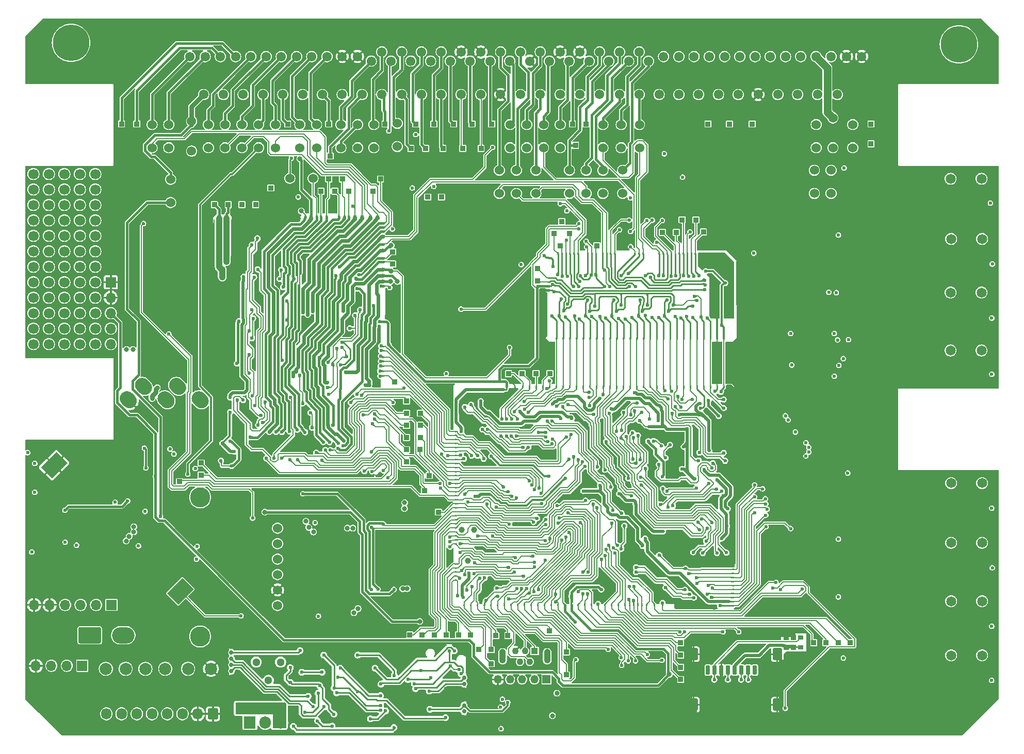
<source format=gbl>
G75*
G70*
%OFA0B0*%
%FSLAX25Y25*%
%IPPOS*%
%LPD*%
%AMOC8*
5,1,8,0,0,1.08239X$1,22.5*
%
%AMM237*
21,1,0.009840,0.009840,-0.000000,-0.000000,270.000000*
21,1,0.000000,0.019680,-0.000000,-0.000000,270.000000*
1,1,0.009840,-0.004920,-0.000000*
1,1,0.009840,-0.004920,-0.000000*
1,1,0.009840,0.004920,-0.000000*
1,1,0.009840,0.004920,-0.000000*
%
%AMM238*
21,1,0.009840,0.009840,-0.000000,-0.000000,180.000000*
21,1,0.000000,0.019680,-0.000000,-0.000000,180.000000*
1,1,0.009840,-0.000000,0.004920*
1,1,0.009840,-0.000000,0.004920*
1,1,0.009840,-0.000000,-0.004920*
1,1,0.009840,-0.000000,-0.004920*
%
%AMM284*
21,1,0.039370,0.007870,-0.000000,-0.000000,315.000000*
1,1,0.007870,-0.013920,0.013920*
1,1,0.007870,0.013920,-0.013920*
%
%AMM362*
21,1,0.007870,1.133860,-0.000000,-0.000000,0.000000*
21,1,0.000000,1.141730,-0.000000,-0.000000,0.000000*
1,1,0.007870,-0.000000,-0.566930*
1,1,0.007870,-0.000000,-0.566930*
1,1,0.007870,-0.000000,0.566930*
1,1,0.007870,-0.000000,0.566930*
%
%AMM363*
21,1,0.009840,0.009840,-0.000000,-0.000000,90.000000*
21,1,0.000000,0.019680,-0.000000,-0.000000,90.000000*
1,1,0.009840,0.004920,-0.000000*
1,1,0.009840,0.004920,-0.000000*
1,1,0.009840,-0.004920,-0.000000*
1,1,0.009840,-0.004920,-0.000000*
%
%AMM373*
21,1,0.078740,0.045670,-0.000000,0.000000,90.000000*
21,1,0.067320,0.057090,-0.000000,0.000000,90.000000*
1,1,0.011420,0.022840,-0.033660*
1,1,0.011420,0.022840,0.033660*
1,1,0.011420,-0.022840,0.033660*
1,1,0.011420,-0.022840,-0.033660*
%
%AMM374*
21,1,0.059060,0.020470,-0.000000,0.000000,90.000000*
21,1,0.053940,0.025590,-0.000000,0.000000,90.000000*
1,1,0.005120,0.010240,-0.026970*
1,1,0.005120,0.010240,0.026970*
1,1,0.005120,-0.010240,0.026970*
1,1,0.005120,-0.010240,-0.026970*
%
%AMM375*
21,1,0.033470,0.026770,-0.000000,0.000000,270.000000*
21,1,0.026770,0.033470,-0.000000,0.000000,270.000000*
1,1,0.006690,-0.013390,0.013390*
1,1,0.006690,-0.013390,-0.013390*
1,1,0.006690,0.013390,-0.013390*
1,1,0.006690,0.013390,0.013390*
%
%AMM376*
21,1,0.027560,0.030710,-0.000000,0.000000,90.000000*
21,1,0.022050,0.036220,-0.000000,0.000000,90.000000*
1,1,0.005510,0.015350,-0.011020*
1,1,0.005510,0.015350,0.011020*
1,1,0.005510,-0.015350,0.011020*
1,1,0.005510,-0.015350,-0.011020*
%
%ADD10C,0.00787*%
%ADD103C,0.03150*%
%ADD104C,0.03200*%
%ADD105C,0.01575*%
%ADD106C,0.01181*%
%ADD107C,0.00984*%
%ADD11C,0.23622*%
%ADD12C,0.06102*%
%ADD120C,0.00800*%
%ADD122C,0.01000*%
%ADD126R,0.00984X0.19882*%
%ADD127R,0.00984X0.38386*%
%ADD128O,1.00787X0.00787*%
%ADD129O,0.00787X1.60630*%
%ADD13C,0.06000*%
%ADD130O,0.44882X0.04331*%
%ADD131O,0.01575X0.02362*%
%ADD132O,0.02362X0.03150*%
%ADD133O,0.02362X0.01575*%
%ADD134O,0.01575X0.00787*%
%ADD135O,0.01969X0.44882*%
%ADD136O,0.68504X0.01575*%
%ADD137O,0.56890X0.01969*%
%ADD138O,0.04724X0.01969*%
%ADD139O,0.01969X0.50000*%
%ADD158C,0.01968*%
%ADD16R,0.06693X0.06693*%
%ADD17O,0.06693X0.06693*%
%ADD19C,0.06496*%
%ADD192R,0.07500X0.07874*%
%ADD193O,0.07500X0.07874*%
%ADD195C,0.03900*%
%ADD209O,0.01968X0.11811*%
%ADD21R,0.03346X0.03346*%
%ADD23R,0.05315X0.05315*%
%ADD24O,0.05315X0.05315*%
%ADD26C,0.06693*%
%ADD28C,0.07874*%
%ADD29C,0.03937*%
%ADD32C,0.05118*%
%ADD334O,0.01968X0.50000*%
%ADD335O,0.56890X0.01968*%
%ADD336O,0.01968X0.44882*%
%ADD337O,0.04724X0.01968*%
%ADD40C,0.02362*%
%ADD47O,0.14567X0.10630*%
%ADD471M237*%
%ADD472M238*%
%ADD48C,0.02756*%
%ADD50R,0.00984X0.12205*%
%ADD51R,0.00984X0.08858*%
%ADD53R,1.54528X0.00984*%
%ADD533M284*%
%ADD55R,0.00984X0.03740*%
%ADD61O,0.01969X0.11811*%
%ADD619M362*%
%ADD620M363*%
%ADD63O,0.06693X0.07283*%
%ADD635M373*%
%ADD636M374*%
%ADD637M375*%
%ADD638M376*%
%ADD67R,0.04331X0.04331*%
%ADD68C,0.04331*%
%ADD69O,0.04331X0.09449*%
%ADD70C,0.13000*%
%ADD80O,0.03937X0.05906*%
%ADD81O,0.03150X0.02362*%
X0000000Y0000000D02*
%LPD*%
G01*
D11*
X0030050Y0448253D03*
X0603711Y0447268D03*
D12*
X0106861Y0439394D03*
X0126546Y0439394D03*
X0146231Y0439394D03*
X0165916Y0439394D03*
X0185601Y0439394D03*
X0205286Y0439394D03*
X0223987Y0436442D03*
X0236782Y0436442D03*
X0249577Y0436442D03*
X0262373Y0436442D03*
X0275168Y0436442D03*
X0287963Y0436442D03*
X0300758Y0436442D03*
X0313554Y0436442D03*
X0326349Y0436442D03*
X0339144Y0436442D03*
X0351940Y0436442D03*
X0364735Y0436442D03*
X0377530Y0436442D03*
X0390325Y0436442D03*
X0403121Y0436442D03*
X0422806Y0439394D03*
X0442491Y0439394D03*
X0462176Y0439394D03*
X0481861Y0439394D03*
X0501546Y0439394D03*
X0521231Y0439394D03*
X0540916Y0439394D03*
X0116703Y0439394D03*
X0136388Y0439394D03*
X0156073Y0439394D03*
X0175758Y0439394D03*
X0195444Y0439394D03*
X0215129Y0439394D03*
X0230877Y0442347D03*
X0243672Y0442347D03*
X0256467Y0442347D03*
X0269262Y0442347D03*
X0282058Y0442347D03*
X0294853Y0442347D03*
X0307648Y0442347D03*
X0320444Y0442347D03*
X0333239Y0442347D03*
X0346034Y0442347D03*
X0358829Y0442347D03*
X0371625Y0442347D03*
X0384420Y0442347D03*
X0397215Y0442347D03*
X0412963Y0439394D03*
X0432648Y0439394D03*
X0452333Y0439394D03*
X0472018Y0439394D03*
X0491703Y0439394D03*
X0511388Y0439394D03*
X0531073Y0439394D03*
X0115719Y0414788D03*
X0128514Y0414788D03*
X0141310Y0414788D03*
X0154105Y0414788D03*
X0166900Y0414788D03*
X0179695Y0414788D03*
X0192491Y0414788D03*
X0205286Y0414788D03*
X0218081Y0414788D03*
X0230877Y0414788D03*
X0243672Y0414788D03*
X0256467Y0414788D03*
X0269262Y0414788D03*
X0282058Y0414788D03*
X0294853Y0414788D03*
X0307648Y0414788D03*
X0320444Y0414788D03*
X0333239Y0414788D03*
X0346034Y0414788D03*
X0358829Y0414788D03*
X0371625Y0414788D03*
X0384420Y0414788D03*
X0397215Y0414788D03*
X0410010Y0414788D03*
X0422806Y0414788D03*
X0435601Y0414788D03*
X0448396Y0414788D03*
X0461192Y0414788D03*
X0473987Y0414788D03*
X0486782Y0414788D03*
X0499577Y0414788D03*
X0512373Y0414788D03*
X0525168Y0414788D03*
D13*
X0082387Y0395385D03*
X0082387Y0380385D03*
X0118804Y0395385D03*
X0118804Y0380385D03*
X0140458Y0395385D03*
X0140458Y0380385D03*
X0177859Y0395385D03*
X0177859Y0380385D03*
X0204434Y0395385D03*
X0204434Y0380385D03*
X0335340Y0395385D03*
X0335340Y0380385D03*
X0346166Y0395385D03*
X0346166Y0380385D03*
X0373725Y0365857D03*
X0373725Y0350857D03*
X0386521Y0365857D03*
X0386521Y0350857D03*
X0511521Y0395385D03*
X0511521Y0380385D03*
X0535143Y0395385D03*
X0535143Y0380385D03*
X0093214Y0395385D03*
X0093214Y0380385D03*
X0129631Y0395385D03*
X0129631Y0380385D03*
X0162111Y0395385D03*
X0162111Y0380385D03*
X0188686Y0395385D03*
X0188686Y0380385D03*
X0225694Y0395385D03*
X0225694Y0380385D03*
X0306796Y0365857D03*
X0306796Y0350857D03*
X0317820Y0365857D03*
X0317820Y0350857D03*
X0324513Y0395385D03*
X0324513Y0380385D03*
X0352072Y0365857D03*
X0352072Y0350857D03*
X0362899Y0365857D03*
X0362899Y0350857D03*
X0522347Y0399696D03*
X0522347Y0380405D03*
X0107977Y0397530D03*
X0107977Y0378239D03*
X0330418Y0365857D03*
X0330418Y0350857D03*
X0373725Y0395385D03*
X0373725Y0380385D03*
X0397347Y0395385D03*
X0397347Y0380385D03*
X0521166Y0365857D03*
X0521166Y0350857D03*
X0510340Y0365857D03*
X0510340Y0350857D03*
X0151284Y0395385D03*
X0151284Y0380385D03*
D16*
X0055741Y0293420D03*
D17*
X0055741Y0283420D03*
X0055741Y0273420D03*
X0055741Y0263420D03*
X0055741Y0253420D03*
D19*
X0618371Y0286704D03*
X0598371Y0286704D03*
D21*
X0331403Y0302255D03*
D23*
X0337308Y0036507D03*
D24*
X0329434Y0036507D03*
X0321560Y0036507D03*
X0313686Y0036507D03*
X0305812Y0036507D03*
D21*
X0369788Y0317019D03*
X0114080Y0176468D03*
X0267426Y0144775D03*
X0517820Y0060326D03*
X0248922Y0065247D03*
X0062702Y0395759D03*
X0239277Y0228830D03*
X0280418Y0065247D03*
X0196560Y0360134D03*
D26*
X0005741Y0303420D03*
X0015741Y0303420D03*
X0025741Y0303420D03*
X0035741Y0303420D03*
X0045741Y0303420D03*
X0005741Y0293420D03*
X0015741Y0293420D03*
X0025741Y0293420D03*
X0035741Y0293420D03*
X0045741Y0293420D03*
X0005741Y0283420D03*
X0015741Y0283420D03*
X0025741Y0283420D03*
X0035741Y0283420D03*
X0045741Y0283420D03*
D21*
X0277269Y0395759D03*
X0264670Y0065247D03*
X0272544Y0065247D03*
X0264473Y0395759D03*
D28*
X0090907Y0043397D03*
D21*
X0304434Y0064853D03*
X0191639Y0352260D03*
X0246757Y0208751D03*
X0294985Y0380011D03*
X0533568Y0060326D03*
X0350103Y0039460D03*
D13*
X0313686Y0395385D03*
X0313686Y0380385D03*
X0240851Y0396182D03*
X0240851Y0381182D03*
G36*
G01*
X0338194Y0288845D02*
X0339178Y0288845D01*
G75*
G02*
X0339670Y0288353I0000000J-000492D01*
G01*
X0339670Y0288353D01*
G75*
G02*
X0339178Y0287860I-000492J0000000D01*
G01*
X0338194Y0287860D01*
G75*
G02*
X0337702Y0288353I0000000J0000492D01*
G01*
X0337702Y0288353D01*
G75*
G02*
X0338194Y0288845I0000492J0000000D01*
G01*
G37*
G36*
G01*
X0338194Y0291443D02*
X0339178Y0291443D01*
G75*
G02*
X0339670Y0290951I0000000J-000492D01*
G01*
X0339670Y0290951D01*
G75*
G02*
X0339178Y0290459I-000492J0000000D01*
G01*
X0338194Y0290459D01*
G75*
G02*
X0337702Y0290951I0000000J0000492D01*
G01*
X0337702Y0290951D01*
G75*
G02*
X0338194Y0291443I0000492J0000000D01*
G01*
G37*
G36*
G01*
X0338194Y0294041D02*
X0339178Y0294041D01*
G75*
G02*
X0339670Y0293549I0000000J-000492D01*
G01*
X0339670Y0293549D01*
G75*
G02*
X0339178Y0293057I-000492J0000000D01*
G01*
X0338194Y0293057D01*
G75*
G02*
X0337702Y0293549I0000000J0000492D01*
G01*
X0337702Y0293549D01*
G75*
G02*
X0338194Y0294041I0000492J0000000D01*
G01*
G37*
G36*
G01*
X0338194Y0296640D02*
X0339178Y0296640D01*
G75*
G02*
X0339670Y0296148I0000000J-000492D01*
G01*
X0339670Y0296148D01*
G75*
G02*
X0339178Y0295656I-000492J0000000D01*
G01*
X0338194Y0295656D01*
G75*
G02*
X0337702Y0296148I0000000J0000492D01*
G01*
X0337702Y0296148D01*
G75*
G02*
X0338194Y0296640I0000492J0000000D01*
G01*
G37*
G36*
G01*
X0338194Y0309632D02*
X0339178Y0309632D01*
G75*
G02*
X0339670Y0309140I0000000J-000492D01*
G01*
X0339670Y0309140D01*
G75*
G02*
X0339178Y0308648I-000492J0000000D01*
G01*
X0338194Y0308648D01*
G75*
G02*
X0337702Y0309140I0000000J0000492D01*
G01*
X0337702Y0309140D01*
G75*
G02*
X0338194Y0309632I0000492J0000000D01*
G01*
G37*
G36*
G01*
X0451462Y0256487D02*
X0451462Y0257471D01*
G75*
G02*
X0451954Y0257964I0000492J0000000D01*
G01*
X0451954Y0257964D01*
G75*
G02*
X0452446Y0257471I0000000J-000492D01*
G01*
X0452446Y0256487D01*
G75*
G02*
X0451954Y0255995I-000492J0000000D01*
G01*
X0451954Y0255995D01*
G75*
G02*
X0451462Y0256487I0000000J0000492D01*
G01*
G37*
G36*
G01*
X0448115Y0257471D02*
X0448115Y0256487D01*
G75*
G02*
X0447623Y0255995I-000492J0000000D01*
G01*
X0447623Y0255995D01*
G75*
G02*
X0447131Y0256487I0000000J0000492D01*
G01*
X0447131Y0257471D01*
G75*
G02*
X0447623Y0257964I0000492J0000000D01*
G01*
X0447623Y0257964D01*
G75*
G02*
X0448115Y0257471I0000000J-000492D01*
G01*
G37*
G36*
G01*
X0443784Y0257471D02*
X0443784Y0256487D01*
G75*
G02*
X0443292Y0255995I-000492J0000000D01*
G01*
X0443292Y0255995D01*
G75*
G02*
X0442800Y0256487I0000000J0000492D01*
G01*
X0442800Y0257471D01*
G75*
G02*
X0443292Y0257964I0000492J0000000D01*
G01*
X0443292Y0257964D01*
G75*
G02*
X0443784Y0257471I0000000J-000492D01*
G01*
G37*
G36*
G01*
X0439454Y0257471D02*
X0439454Y0256487D01*
G75*
G02*
X0438962Y0255995I-000492J0000000D01*
G01*
X0438962Y0255995D01*
G75*
G02*
X0438469Y0256487I0000000J0000492D01*
G01*
X0438469Y0257471D01*
G75*
G02*
X0438962Y0257964I0000492J0000000D01*
G01*
X0438962Y0257964D01*
G75*
G02*
X0439454Y0257471I0000000J-000492D01*
G01*
G37*
G36*
G01*
X0435123Y0257471D02*
X0435123Y0256487D01*
G75*
G02*
X0434631Y0255995I-000492J0000000D01*
G01*
X0434631Y0255995D01*
G75*
G02*
X0434139Y0256487I0000000J0000492D01*
G01*
X0434139Y0257471D01*
G75*
G02*
X0434631Y0257964I0000492J0000000D01*
G01*
X0434631Y0257964D01*
G75*
G02*
X0435123Y0257471I0000000J-000492D01*
G01*
G37*
G36*
G01*
X0430792Y0257471D02*
X0430792Y0256487D01*
G75*
G02*
X0430300Y0255995I-000492J0000000D01*
G01*
X0430300Y0255995D01*
G75*
G02*
X0429808Y0256487I0000000J0000492D01*
G01*
X0429808Y0257471D01*
G75*
G02*
X0430300Y0257964I0000492J0000000D01*
G01*
X0430300Y0257964D01*
G75*
G02*
X0430792Y0257471I0000000J-000492D01*
G01*
G37*
G36*
G01*
X0426462Y0257471D02*
X0426462Y0256487D01*
G75*
G02*
X0425970Y0255995I-000492J0000000D01*
G01*
X0425970Y0255995D01*
G75*
G02*
X0425477Y0256487I0000000J0000492D01*
G01*
X0425477Y0257471D01*
G75*
G02*
X0425970Y0257964I0000492J0000000D01*
G01*
X0425970Y0257964D01*
G75*
G02*
X0426462Y0257471I0000000J-000492D01*
G01*
G37*
G36*
G01*
X0422131Y0257471D02*
X0422131Y0256487D01*
G75*
G02*
X0421639Y0255995I-000492J0000000D01*
G01*
X0421639Y0255995D01*
G75*
G02*
X0421147Y0256487I0000000J0000492D01*
G01*
X0421147Y0257471D01*
G75*
G02*
X0421639Y0257964I0000492J0000000D01*
G01*
X0421639Y0257964D01*
G75*
G02*
X0422131Y0257471I0000000J-000492D01*
G01*
G37*
G36*
G01*
X0417800Y0257471D02*
X0417800Y0256487D01*
G75*
G02*
X0417308Y0255995I-000492J0000000D01*
G01*
X0417308Y0255995D01*
G75*
G02*
X0416816Y0256487I0000000J0000492D01*
G01*
X0416816Y0257471D01*
G75*
G02*
X0417308Y0257964I0000492J0000000D01*
G01*
X0417308Y0257964D01*
G75*
G02*
X0417800Y0257471I0000000J-000492D01*
G01*
G37*
G36*
G01*
X0413470Y0257471D02*
X0413470Y0256487D01*
G75*
G02*
X0412977Y0255995I-000492J0000000D01*
G01*
X0412977Y0255995D01*
G75*
G02*
X0412485Y0256487I0000000J0000492D01*
G01*
X0412485Y0257471D01*
G75*
G02*
X0412977Y0257964I0000492J0000000D01*
G01*
X0412977Y0257964D01*
G75*
G02*
X0413470Y0257471I0000000J-000492D01*
G01*
G37*
G36*
G01*
X0409139Y0257471D02*
X0409139Y0256487D01*
G75*
G02*
X0408647Y0255995I-000492J0000000D01*
G01*
X0408647Y0255995D01*
G75*
G02*
X0408155Y0256487I0000000J0000492D01*
G01*
X0408155Y0257471D01*
G75*
G02*
X0408647Y0257964I0000492J0000000D01*
G01*
X0408647Y0257964D01*
G75*
G02*
X0409139Y0257471I0000000J-000492D01*
G01*
G37*
G36*
G01*
X0404808Y0257471D02*
X0404808Y0256487D01*
G75*
G02*
X0404316Y0255995I-000492J0000000D01*
G01*
X0404316Y0255995D01*
G75*
G02*
X0403824Y0256487I0000000J0000492D01*
G01*
X0403824Y0257471D01*
G75*
G02*
X0404316Y0257964I0000492J0000000D01*
G01*
X0404316Y0257964D01*
G75*
G02*
X0404808Y0257471I0000000J-000492D01*
G01*
G37*
G36*
G01*
X0400477Y0257471D02*
X0400477Y0256487D01*
G75*
G02*
X0399985Y0255995I-000492J0000000D01*
G01*
X0399985Y0255995D01*
G75*
G02*
X0399493Y0256487I0000000J0000492D01*
G01*
X0399493Y0257471D01*
G75*
G02*
X0399985Y0257964I0000492J0000000D01*
G01*
X0399985Y0257964D01*
G75*
G02*
X0400477Y0257471I0000000J-000492D01*
G01*
G37*
G36*
G01*
X0396147Y0257471D02*
X0396147Y0256487D01*
G75*
G02*
X0395655Y0255995I-000492J0000000D01*
G01*
X0395655Y0255995D01*
G75*
G02*
X0395162Y0256487I0000000J0000492D01*
G01*
X0395162Y0257471D01*
G75*
G02*
X0395655Y0257964I0000492J0000000D01*
G01*
X0395655Y0257964D01*
G75*
G02*
X0396147Y0257471I0000000J-000492D01*
G01*
G37*
G36*
G01*
X0391816Y0257471D02*
X0391816Y0256487D01*
G75*
G02*
X0391324Y0255995I-000492J0000000D01*
G01*
X0391324Y0255995D01*
G75*
G02*
X0390832Y0256487I0000000J0000492D01*
G01*
X0390832Y0257471D01*
G75*
G02*
X0391324Y0257964I0000492J0000000D01*
G01*
X0391324Y0257964D01*
G75*
G02*
X0391816Y0257471I0000000J-000492D01*
G01*
G37*
G36*
G01*
X0387485Y0257471D02*
X0387485Y0256487D01*
G75*
G02*
X0386993Y0255995I-000492J0000000D01*
G01*
X0386993Y0255995D01*
G75*
G02*
X0386501Y0256487I0000000J0000492D01*
G01*
X0386501Y0257471D01*
G75*
G02*
X0386993Y0257964I0000492J0000000D01*
G01*
X0386993Y0257964D01*
G75*
G02*
X0387485Y0257471I0000000J-000492D01*
G01*
G37*
G36*
G01*
X0383155Y0257471D02*
X0383155Y0256487D01*
G75*
G02*
X0382663Y0255995I-000492J0000000D01*
G01*
X0382663Y0255995D01*
G75*
G02*
X0382170Y0256487I0000000J0000492D01*
G01*
X0382170Y0257471D01*
G75*
G02*
X0382663Y0257964I0000492J0000000D01*
G01*
X0382663Y0257964D01*
G75*
G02*
X0383155Y0257471I0000000J-000492D01*
G01*
G37*
G36*
G01*
X0378824Y0257471D02*
X0378824Y0256487D01*
G75*
G02*
X0378332Y0255995I-000492J0000000D01*
G01*
X0378332Y0255995D01*
G75*
G02*
X0377840Y0256487I0000000J0000492D01*
G01*
X0377840Y0257471D01*
G75*
G02*
X0378332Y0257964I0000492J0000000D01*
G01*
X0378332Y0257964D01*
G75*
G02*
X0378824Y0257471I0000000J-000492D01*
G01*
G37*
G36*
G01*
X0374493Y0257471D02*
X0374493Y0256487D01*
G75*
G02*
X0374001Y0255995I-000492J0000000D01*
G01*
X0374001Y0255995D01*
G75*
G02*
X0373509Y0256487I0000000J0000492D01*
G01*
X0373509Y0257471D01*
G75*
G02*
X0374001Y0257964I0000492J0000000D01*
G01*
X0374001Y0257964D01*
G75*
G02*
X0374493Y0257471I0000000J-000492D01*
G01*
G37*
G36*
G01*
X0370163Y0257471D02*
X0370163Y0256487D01*
G75*
G02*
X0369670Y0255995I-000492J0000000D01*
G01*
X0369670Y0255995D01*
G75*
G02*
X0369178Y0256487I0000000J0000492D01*
G01*
X0369178Y0257471D01*
G75*
G02*
X0369670Y0257964I0000492J0000000D01*
G01*
X0369670Y0257964D01*
G75*
G02*
X0370163Y0257471I0000000J-000492D01*
G01*
G37*
G36*
G01*
X0365832Y0257471D02*
X0365832Y0256487D01*
G75*
G02*
X0365340Y0255995I-000492J0000000D01*
G01*
X0365340Y0255995D01*
G75*
G02*
X0364848Y0256487I0000000J0000492D01*
G01*
X0364848Y0257471D01*
G75*
G02*
X0365340Y0257964I0000492J0000000D01*
G01*
X0365340Y0257964D01*
G75*
G02*
X0365832Y0257471I0000000J-000492D01*
G01*
G37*
G36*
G01*
X0361501Y0257471D02*
X0361501Y0256487D01*
G75*
G02*
X0361009Y0255995I-000492J0000000D01*
G01*
X0361009Y0255995D01*
G75*
G02*
X0360517Y0256487I0000000J0000492D01*
G01*
X0360517Y0257471D01*
G75*
G02*
X0361009Y0257964I0000492J0000000D01*
G01*
X0361009Y0257964D01*
G75*
G02*
X0361501Y0257471I0000000J-000492D01*
G01*
G37*
G36*
G01*
X0357170Y0257471D02*
X0357170Y0256487D01*
G75*
G02*
X0356678Y0255995I-000492J0000000D01*
G01*
X0356678Y0255995D01*
G75*
G02*
X0356186Y0256487I0000000J0000492D01*
G01*
X0356186Y0257471D01*
G75*
G02*
X0356678Y0257964I0000492J0000000D01*
G01*
X0356678Y0257964D01*
G75*
G02*
X0357170Y0257471I0000000J-000492D01*
G01*
G37*
G36*
G01*
X0352840Y0257471D02*
X0352840Y0256487D01*
G75*
G02*
X0352348Y0255995I-000492J0000000D01*
G01*
X0352348Y0255995D01*
G75*
G02*
X0351855Y0256487I0000000J0000492D01*
G01*
X0351855Y0257471D01*
G75*
G02*
X0352348Y0257964I0000492J0000000D01*
G01*
X0352348Y0257964D01*
G75*
G02*
X0352840Y0257471I0000000J-000492D01*
G01*
G37*
G36*
G01*
X0348509Y0257471D02*
X0348509Y0256487D01*
G75*
G02*
X0348017Y0255995I-000492J0000000D01*
G01*
X0348017Y0255995D01*
G75*
G02*
X0347525Y0256487I0000000J0000492D01*
G01*
X0347525Y0257471D01*
G75*
G02*
X0348017Y0257964I0000492J0000000D01*
G01*
X0348017Y0257964D01*
G75*
G02*
X0348509Y0257471I0000000J-000492D01*
G01*
G37*
G36*
G01*
X0344178Y0257471D02*
X0344178Y0256487D01*
G75*
G02*
X0343686Y0255995I-000492J0000000D01*
G01*
X0343686Y0255995D01*
G75*
G02*
X0343194Y0256487I0000000J0000492D01*
G01*
X0343194Y0257471D01*
G75*
G02*
X0343686Y0257964I0000492J0000000D01*
G01*
X0343686Y0257964D01*
G75*
G02*
X0344178Y0257471I0000000J-000492D01*
G01*
G37*
G36*
G01*
X0345166Y0312440D02*
X0345166Y0311456D01*
G75*
G02*
X0344674Y0310964I-000492J0000000D01*
G01*
X0344674Y0310964D01*
G75*
G02*
X0344182Y0311456I0000000J0000492D01*
G01*
X0344182Y0312440D01*
G75*
G02*
X0344674Y0312932I0000492J0000000D01*
G01*
X0344674Y0312932D01*
G75*
G02*
X0345166Y0312440I0000000J-000492D01*
G01*
G37*
G36*
G01*
X0347765Y0312440D02*
X0347765Y0311456D01*
G75*
G02*
X0347273Y0310964I-000492J0000000D01*
G01*
X0347273Y0310964D01*
G75*
G02*
X0346780Y0311456I0000000J0000492D01*
G01*
X0346780Y0312440D01*
G75*
G02*
X0347273Y0312932I0000492J0000000D01*
G01*
X0347273Y0312932D01*
G75*
G02*
X0347765Y0312440I0000000J-000492D01*
G01*
G37*
G36*
G01*
X0350363Y0312440D02*
X0350363Y0311456D01*
G75*
G02*
X0349871Y0310964I-000492J0000000D01*
G01*
X0349871Y0310964D01*
G75*
G02*
X0349379Y0311456I0000000J0000492D01*
G01*
X0349379Y0312440D01*
G75*
G02*
X0349871Y0312932I0000492J0000000D01*
G01*
X0349871Y0312932D01*
G75*
G02*
X0350363Y0312440I0000000J-000492D01*
G01*
G37*
G36*
G01*
X0352962Y0312440D02*
X0352962Y0311456D01*
G75*
G02*
X0352469Y0310964I-000492J0000000D01*
G01*
X0352469Y0310964D01*
G75*
G02*
X0351977Y0311456I0000000J0000492D01*
G01*
X0351977Y0312440D01*
G75*
G02*
X0352469Y0312932I0000492J0000000D01*
G01*
X0352469Y0312932D01*
G75*
G02*
X0352962Y0312440I0000000J-000492D01*
G01*
G37*
G36*
G01*
X0355560Y0312440D02*
X0355560Y0311456D01*
G75*
G02*
X0355068Y0310964I-000492J0000000D01*
G01*
X0355068Y0310964D01*
G75*
G02*
X0354576Y0311456I0000000J0000492D01*
G01*
X0354576Y0312440D01*
G75*
G02*
X0355068Y0312932I0000492J0000000D01*
G01*
X0355068Y0312932D01*
G75*
G02*
X0355560Y0312440I0000000J-000492D01*
G01*
G37*
G36*
G01*
X0358158Y0312440D02*
X0358158Y0311456D01*
G75*
G02*
X0357666Y0310964I-000492J0000000D01*
G01*
X0357666Y0310964D01*
G75*
G02*
X0357174Y0311456I0000000J0000492D01*
G01*
X0357174Y0312440D01*
G75*
G02*
X0357666Y0312932I0000492J0000000D01*
G01*
X0357666Y0312932D01*
G75*
G02*
X0358158Y0312440I0000000J-000492D01*
G01*
G37*
G36*
G01*
X0364462Y0312440D02*
X0364462Y0311456D01*
G75*
G02*
X0363969Y0310964I-000492J0000000D01*
G01*
X0363969Y0310964D01*
G75*
G02*
X0363477Y0311456I0000000J0000492D01*
G01*
X0363477Y0312440D01*
G75*
G02*
X0363969Y0312932I0000492J0000000D01*
G01*
X0363969Y0312932D01*
G75*
G02*
X0364462Y0312440I0000000J-000492D01*
G01*
G37*
G36*
G01*
X0367060Y0312440D02*
X0367060Y0311456D01*
G75*
G02*
X0366568Y0310964I-000492J0000000D01*
G01*
X0366568Y0310964D01*
G75*
G02*
X0366076Y0311456I0000000J0000492D01*
G01*
X0366076Y0312440D01*
G75*
G02*
X0366568Y0312932I0000492J0000000D01*
G01*
X0366568Y0312932D01*
G75*
G02*
X0367060Y0312440I0000000J-000492D01*
G01*
G37*
G36*
G01*
X0369658Y0312440D02*
X0369658Y0311456D01*
G75*
G02*
X0369166Y0310964I-000492J0000000D01*
G01*
X0369166Y0310964D01*
G75*
G02*
X0368674Y0311456I0000000J0000492D01*
G01*
X0368674Y0312440D01*
G75*
G02*
X0369166Y0312932I0000492J0000000D01*
G01*
X0369166Y0312932D01*
G75*
G02*
X0369658Y0312440I0000000J-000492D01*
G01*
G37*
G36*
G01*
X0374071Y0312440D02*
X0374071Y0311456D01*
G75*
G02*
X0373579Y0310964I-000492J0000000D01*
G01*
X0373579Y0310964D01*
G75*
G02*
X0373087Y0311456I0000000J0000492D01*
G01*
X0373087Y0312440D01*
G75*
G02*
X0373579Y0312932I0000492J0000000D01*
G01*
X0373579Y0312932D01*
G75*
G02*
X0374071Y0312440I0000000J-000492D01*
G01*
G37*
G36*
G01*
X0376670Y0312440D02*
X0376670Y0311456D01*
G75*
G02*
X0376178Y0310964I-000492J0000000D01*
G01*
X0376178Y0310964D01*
G75*
G02*
X0375686Y0311456I0000000J0000492D01*
G01*
X0375686Y0312440D01*
G75*
G02*
X0376178Y0312932I0000492J0000000D01*
G01*
X0376178Y0312932D01*
G75*
G02*
X0376670Y0312440I0000000J-000492D01*
G01*
G37*
G36*
G01*
X0379268Y0312440D02*
X0379268Y0311456D01*
G75*
G02*
X0378776Y0310964I-000492J0000000D01*
G01*
X0378776Y0310964D01*
G75*
G02*
X0378284Y0311456I0000000J0000492D01*
G01*
X0378284Y0312440D01*
G75*
G02*
X0378776Y0312932I0000492J0000000D01*
G01*
X0378776Y0312932D01*
G75*
G02*
X0379268Y0312440I0000000J-000492D01*
G01*
G37*
G36*
G01*
X0381867Y0312440D02*
X0381867Y0311456D01*
G75*
G02*
X0381375Y0310964I-000492J0000000D01*
G01*
X0381375Y0310964D01*
G75*
G02*
X0380882Y0311456I0000000J0000492D01*
G01*
X0380882Y0312440D01*
G75*
G02*
X0381375Y0312932I0000492J0000000D01*
G01*
X0381375Y0312932D01*
G75*
G02*
X0381867Y0312440I0000000J-000492D01*
G01*
G37*
G36*
G01*
X0394962Y0312440D02*
X0394962Y0311456D01*
G75*
G02*
X0394469Y0310964I-000492J0000000D01*
G01*
X0394469Y0310964D01*
G75*
G02*
X0393977Y0311456I0000000J0000492D01*
G01*
X0393977Y0312440D01*
G75*
G02*
X0394469Y0312932I0000492J0000000D01*
G01*
X0394469Y0312932D01*
G75*
G02*
X0394962Y0312440I0000000J-000492D01*
G01*
G37*
G36*
G01*
X0397560Y0312440D02*
X0397560Y0311456D01*
G75*
G02*
X0397068Y0310964I-000492J0000000D01*
G01*
X0397068Y0310964D01*
G75*
G02*
X0396576Y0311456I0000000J0000492D01*
G01*
X0396576Y0312440D01*
G75*
G02*
X0397068Y0312932I0000492J0000000D01*
G01*
X0397068Y0312932D01*
G75*
G02*
X0397560Y0312440I0000000J-000492D01*
G01*
G37*
G36*
G01*
X0400158Y0312440D02*
X0400158Y0311456D01*
G75*
G02*
X0399666Y0310964I-000492J0000000D01*
G01*
X0399666Y0310964D01*
G75*
G02*
X0399174Y0311456I0000000J0000492D01*
G01*
X0399174Y0312440D01*
G75*
G02*
X0399666Y0312932I0000492J0000000D01*
G01*
X0399666Y0312932D01*
G75*
G02*
X0400158Y0312440I0000000J-000492D01*
G01*
G37*
G36*
G01*
X0410576Y0312440D02*
X0410576Y0311456D01*
G75*
G02*
X0410084Y0310964I-000492J0000000D01*
G01*
X0410084Y0310964D01*
G75*
G02*
X0409592Y0311456I0000000J0000492D01*
G01*
X0409592Y0312440D01*
G75*
G02*
X0410084Y0312932I0000492J0000000D01*
G01*
X0410084Y0312932D01*
G75*
G02*
X0410576Y0312440I0000000J-000492D01*
G01*
G37*
G36*
G01*
X0413174Y0312440D02*
X0413174Y0311456D01*
G75*
G02*
X0412682Y0310964I-000492J0000000D01*
G01*
X0412682Y0310964D01*
G75*
G02*
X0412190Y0311456I0000000J0000492D01*
G01*
X0412190Y0312440D01*
G75*
G02*
X0412682Y0312932I0000492J0000000D01*
G01*
X0412682Y0312932D01*
G75*
G02*
X0413174Y0312440I0000000J-000492D01*
G01*
G37*
G36*
G01*
X0415773Y0312440D02*
X0415773Y0311456D01*
G75*
G02*
X0415280Y0310964I-000492J0000000D01*
G01*
X0415280Y0310964D01*
G75*
G02*
X0414788Y0311456I0000000J0000492D01*
G01*
X0414788Y0312440D01*
G75*
G02*
X0415280Y0312932I0000492J0000000D01*
G01*
X0415280Y0312932D01*
G75*
G02*
X0415773Y0312440I0000000J-000492D01*
G01*
G37*
G36*
G01*
X0418371Y0312440D02*
X0418371Y0311456D01*
G75*
G02*
X0417879Y0310964I-000492J0000000D01*
G01*
X0417879Y0310964D01*
G75*
G02*
X0417387Y0311456I0000000J0000492D01*
G01*
X0417387Y0312440D01*
G75*
G02*
X0417879Y0312932I0000492J0000000D01*
G01*
X0417879Y0312932D01*
G75*
G02*
X0418371Y0312440I0000000J-000492D01*
G01*
G37*
G36*
G01*
X0420969Y0312440D02*
X0420969Y0311456D01*
G75*
G02*
X0420477Y0310964I-000492J0000000D01*
G01*
X0420477Y0310964D01*
G75*
G02*
X0419985Y0311456I0000000J0000492D01*
G01*
X0419985Y0312440D01*
G75*
G02*
X0420477Y0312932I0000492J0000000D01*
G01*
X0420477Y0312932D01*
G75*
G02*
X0420969Y0312440I0000000J-000492D01*
G01*
G37*
G36*
G01*
X0423568Y0312440D02*
X0423568Y0311456D01*
G75*
G02*
X0423076Y0310964I-000492J0000000D01*
G01*
X0423076Y0310964D01*
G75*
G02*
X0422584Y0311456I0000000J0000492D01*
G01*
X0422584Y0312440D01*
G75*
G02*
X0423076Y0312932I0000492J0000000D01*
G01*
X0423076Y0312932D01*
G75*
G02*
X0423568Y0312440I0000000J-000492D01*
G01*
G37*
G36*
G01*
X0426166Y0312440D02*
X0426166Y0311456D01*
G75*
G02*
X0425674Y0310964I-000492J0000000D01*
G01*
X0425674Y0310964D01*
G75*
G02*
X0425182Y0311456I0000000J0000492D01*
G01*
X0425182Y0312440D01*
G75*
G02*
X0425674Y0312932I0000492J0000000D01*
G01*
X0425674Y0312932D01*
G75*
G02*
X0426166Y0312440I0000000J-000492D01*
G01*
G37*
G36*
G01*
X0428765Y0312440D02*
X0428765Y0311456D01*
G75*
G02*
X0428273Y0310964I-000492J0000000D01*
G01*
X0428273Y0310964D01*
G75*
G02*
X0427781Y0311456I0000000J0000492D01*
G01*
X0427781Y0312440D01*
G75*
G02*
X0428273Y0312932I0000492J0000000D01*
G01*
X0428273Y0312932D01*
G75*
G02*
X0428765Y0312440I0000000J-000492D01*
G01*
G37*
G36*
G01*
X0431363Y0312440D02*
X0431363Y0311456D01*
G75*
G02*
X0430871Y0310964I-000492J0000000D01*
G01*
X0430871Y0310964D01*
G75*
G02*
X0430379Y0311456I0000000J0000492D01*
G01*
X0430379Y0312440D01*
G75*
G02*
X0430871Y0312932I0000492J0000000D01*
G01*
X0430871Y0312932D01*
G75*
G02*
X0431363Y0312440I0000000J-000492D01*
G01*
G37*
G36*
G01*
X0433962Y0312440D02*
X0433962Y0311456D01*
G75*
G02*
X0433470Y0310964I-000492J0000000D01*
G01*
X0433470Y0310964D01*
G75*
G02*
X0432977Y0311456I0000000J0000492D01*
G01*
X0432977Y0312440D01*
G75*
G02*
X0433470Y0312932I0000492J0000000D01*
G01*
X0433470Y0312932D01*
G75*
G02*
X0433962Y0312440I0000000J-000492D01*
G01*
G37*
D21*
X0301481Y0055798D03*
D19*
X0618765Y0321349D03*
X0598765Y0321349D03*
D21*
X0255812Y0193003D03*
D19*
X0618765Y0163475D03*
X0598765Y0163475D03*
D21*
X0256796Y0065247D03*
X0232977Y0395759D03*
X0312308Y0064853D03*
X0455418Y0395759D03*
X0339473Y0234342D03*
X0352072Y0324893D03*
X0339080Y0068003D03*
X0331403Y0294381D03*
X0149316Y0343593D03*
X0421166Y0325680D03*
D13*
X0215261Y0395385D03*
X0215261Y0380385D03*
D21*
X0196560Y0395759D03*
X0255812Y0200877D03*
X0289080Y0395759D03*
X0301875Y0395759D03*
D32*
X0252662Y0103436D03*
X0252662Y0115247D03*
X0252662Y0127058D03*
X0232977Y0103436D03*
X0232977Y0115247D03*
X0232977Y0127058D03*
X0213292Y0103436D03*
X0213292Y0115247D03*
X0213292Y0127058D03*
D40*
X0308814Y0023685D03*
X0312259Y0021618D03*
X0307633Y0018666D03*
X0307928Y0004689D03*
D19*
X0618371Y0249302D03*
X0598371Y0249302D03*
D13*
X0385536Y0395385D03*
X0385536Y0380385D03*
D28*
X0065317Y0043397D03*
D21*
X0342229Y0324893D03*
D19*
X0618765Y0087097D03*
X0598765Y0087097D03*
X0618765Y0124893D03*
X0598765Y0124893D03*
D26*
X0005741Y0333420D03*
X0015741Y0333420D03*
X0025741Y0333420D03*
X0035741Y0333420D03*
X0045741Y0333420D03*
X0005741Y0323420D03*
X0015741Y0323420D03*
X0025741Y0323420D03*
X0035741Y0323420D03*
X0045741Y0323420D03*
X0005741Y0313420D03*
X0015741Y0313420D03*
X0025741Y0313420D03*
X0035741Y0313420D03*
X0045741Y0313420D03*
D28*
X0105671Y0043397D03*
G36*
G01*
X0278147Y0101271D02*
X0279131Y0101271D01*
G75*
G02*
X0279623Y0100779I0000000J-000492D01*
G01*
X0279623Y0100779D01*
G75*
G02*
X0279131Y0100286I-000492J0000000D01*
G01*
X0278147Y0100286D01*
G75*
G02*
X0277655Y0100779I0000000J0000492D01*
G01*
X0277655Y0100779D01*
G75*
G02*
X0278147Y0101271I0000492J0000000D01*
G01*
G37*
G36*
G01*
X0279131Y0102885D02*
X0278147Y0102885D01*
G75*
G02*
X0277655Y0103377I0000000J0000492D01*
G01*
X0277655Y0103377D01*
G75*
G02*
X0278147Y0103869I0000492J0000000D01*
G01*
X0279131Y0103869D01*
G75*
G02*
X0279623Y0103377I0000000J-000492D01*
G01*
X0279623Y0103377D01*
G75*
G02*
X0279131Y0102885I-000492J0000000D01*
G01*
G37*
G36*
G01*
X0279131Y0105483D02*
X0278147Y0105483D01*
G75*
G02*
X0277655Y0105975I0000000J0000492D01*
G01*
X0277655Y0105975D01*
G75*
G02*
X0278147Y0106468I0000492J0000000D01*
G01*
X0279131Y0106468D01*
G75*
G02*
X0279623Y0105975I0000000J-000492D01*
G01*
X0279623Y0105975D01*
G75*
G02*
X0279131Y0105483I-000492J0000000D01*
G01*
G37*
G36*
G01*
X0279131Y0108082D02*
X0278147Y0108082D01*
G75*
G02*
X0277655Y0108574I0000000J0000492D01*
G01*
X0277655Y0108574D01*
G75*
G02*
X0278147Y0109066I0000492J0000000D01*
G01*
X0279131Y0109066D01*
G75*
G02*
X0279623Y0108574I0000000J-000492D01*
G01*
X0279623Y0108574D01*
G75*
G02*
X0279131Y0108082I-000492J0000000D01*
G01*
G37*
G36*
G01*
X0279131Y0110680D02*
X0278147Y0110680D01*
G75*
G02*
X0277655Y0111172I0000000J0000492D01*
G01*
X0277655Y0111172D01*
G75*
G02*
X0278147Y0111664I0000492J0000000D01*
G01*
X0279131Y0111664D01*
G75*
G02*
X0279623Y0111172I0000000J-000492D01*
G01*
X0279623Y0111172D01*
G75*
G02*
X0279131Y0110680I-000492J0000000D01*
G01*
G37*
G36*
G01*
X0279131Y0123672D02*
X0278147Y0123672D01*
G75*
G02*
X0277655Y0124164I0000000J0000492D01*
G01*
X0277655Y0124164D01*
G75*
G02*
X0278147Y0124656I0000492J0000000D01*
G01*
X0279131Y0124656D01*
G75*
G02*
X0279623Y0124164I0000000J-000492D01*
G01*
X0279623Y0124164D01*
G75*
G02*
X0279131Y0123672I-000492J0000000D01*
G01*
G37*
G36*
G01*
X0279131Y0126271D02*
X0278147Y0126271D01*
G75*
G02*
X0277655Y0126763I0000000J0000492D01*
G01*
X0277655Y0126763D01*
G75*
G02*
X0278147Y0127255I0000492J0000000D01*
G01*
X0279131Y0127255D01*
G75*
G02*
X0279623Y0126763I0000000J-000492D01*
G01*
X0279623Y0126763D01*
G75*
G02*
X0279131Y0126271I-000492J0000000D01*
G01*
G37*
G36*
G01*
X0279131Y0128869D02*
X0278147Y0128869D01*
G75*
G02*
X0277655Y0129361I0000000J0000492D01*
G01*
X0277655Y0129361D01*
G75*
G02*
X0278147Y0129853I0000492J0000000D01*
G01*
X0279131Y0129853D01*
G75*
G02*
X0279623Y0129361I0000000J-000492D01*
G01*
X0279623Y0129361D01*
G75*
G02*
X0279131Y0128869I-000492J0000000D01*
G01*
G37*
G36*
G01*
X0279131Y0131468D02*
X0278147Y0131468D01*
G75*
G02*
X0277655Y0131960I0000000J0000492D01*
G01*
X0277655Y0131960D01*
G75*
G02*
X0278147Y0132452I0000492J0000000D01*
G01*
X0279131Y0132452D01*
G75*
G02*
X0279623Y0131960I0000000J-000492D01*
G01*
X0279623Y0131960D01*
G75*
G02*
X0279131Y0131468I-000492J0000000D01*
G01*
G37*
G36*
G01*
X0279131Y0134066D02*
X0278147Y0134066D01*
G75*
G02*
X0277655Y0134558I0000000J0000492D01*
G01*
X0277655Y0134558D01*
G75*
G02*
X0278147Y0135050I0000492J0000000D01*
G01*
X0279131Y0135050D01*
G75*
G02*
X0279623Y0134558I0000000J-000492D01*
G01*
X0279623Y0134558D01*
G75*
G02*
X0279131Y0134066I-000492J0000000D01*
G01*
G37*
G36*
G01*
X0279131Y0136664D02*
X0278147Y0136664D01*
G75*
G02*
X0277655Y0137156I0000000J0000492D01*
G01*
X0277655Y0137156D01*
G75*
G02*
X0278147Y0137649I0000492J0000000D01*
G01*
X0279131Y0137649D01*
G75*
G02*
X0279623Y0137156I0000000J-000492D01*
G01*
X0279623Y0137156D01*
G75*
G02*
X0279131Y0136664I-000492J0000000D01*
G01*
G37*
G36*
G01*
X0279131Y0139263D02*
X0278147Y0139263D01*
G75*
G02*
X0277655Y0139755I0000000J0000492D01*
G01*
X0277655Y0139755D01*
G75*
G02*
X0278147Y0140247I0000492J0000000D01*
G01*
X0279131Y0140247D01*
G75*
G02*
X0279623Y0139755I0000000J-000492D01*
G01*
X0279623Y0139755D01*
G75*
G02*
X0279131Y0139263I-000492J0000000D01*
G01*
G37*
G36*
G01*
X0279131Y0141861D02*
X0278147Y0141861D01*
G75*
G02*
X0277655Y0142353I0000000J0000492D01*
G01*
X0277655Y0142353D01*
G75*
G02*
X0278147Y0142845I0000492J0000000D01*
G01*
X0279131Y0142845D01*
G75*
G02*
X0279623Y0142353I0000000J-000492D01*
G01*
X0279623Y0142353D01*
G75*
G02*
X0279131Y0141861I-000492J0000000D01*
G01*
G37*
G36*
G01*
X0279131Y0144460D02*
X0278147Y0144460D01*
G75*
G02*
X0277655Y0144952I0000000J0000492D01*
G01*
X0277655Y0144952D01*
G75*
G02*
X0278147Y0145444I0000492J0000000D01*
G01*
X0279131Y0145444D01*
G75*
G02*
X0279623Y0144952I0000000J-000492D01*
G01*
X0279623Y0144952D01*
G75*
G02*
X0279131Y0144460I-000492J0000000D01*
G01*
G37*
G36*
G01*
X0279131Y0147058D02*
X0278147Y0147058D01*
G75*
G02*
X0277655Y0147550I0000000J0000492D01*
G01*
X0277655Y0147550D01*
G75*
G02*
X0278147Y0148042I0000492J0000000D01*
G01*
X0279131Y0148042D01*
G75*
G02*
X0279623Y0147550I0000000J-000492D01*
G01*
X0279623Y0147550D01*
G75*
G02*
X0279131Y0147058I-000492J0000000D01*
G01*
G37*
G36*
G01*
X0279131Y0149657D02*
X0278147Y0149657D01*
G75*
G02*
X0277655Y0150149I0000000J0000492D01*
G01*
X0277655Y0150149D01*
G75*
G02*
X0278147Y0150641I0000492J0000000D01*
G01*
X0279131Y0150641D01*
G75*
G02*
X0279623Y0150149I0000000J-000492D01*
G01*
X0279623Y0150149D01*
G75*
G02*
X0279131Y0149657I-000492J0000000D01*
G01*
G37*
G36*
G01*
X0279131Y0152255D02*
X0278147Y0152255D01*
G75*
G02*
X0277655Y0152747I0000000J0000492D01*
G01*
X0277655Y0152747D01*
G75*
G02*
X0278147Y0153239I0000492J0000000D01*
G01*
X0279131Y0153239D01*
G75*
G02*
X0279623Y0152747I0000000J-000492D01*
G01*
X0279623Y0152747D01*
G75*
G02*
X0279131Y0152255I-000492J0000000D01*
G01*
G37*
G36*
G01*
X0279131Y0154853D02*
X0278147Y0154853D01*
G75*
G02*
X0277655Y0155345I0000000J0000492D01*
G01*
X0277655Y0155345D01*
G75*
G02*
X0278147Y0155838I0000492J0000000D01*
G01*
X0279131Y0155838D01*
G75*
G02*
X0279623Y0155345I0000000J-000492D01*
G01*
X0279623Y0155345D01*
G75*
G02*
X0279131Y0154853I-000492J0000000D01*
G01*
G37*
G36*
G01*
X0279131Y0157452D02*
X0278147Y0157452D01*
G75*
G02*
X0277655Y0157944I0000000J0000492D01*
G01*
X0277655Y0157944D01*
G75*
G02*
X0278147Y0158436I0000492J0000000D01*
G01*
X0279131Y0158436D01*
G75*
G02*
X0279623Y0157944I0000000J-000492D01*
G01*
X0279623Y0157944D01*
G75*
G02*
X0279131Y0157452I-000492J0000000D01*
G01*
G37*
G36*
G01*
X0279131Y0160050D02*
X0278147Y0160050D01*
G75*
G02*
X0277655Y0160542I0000000J0000492D01*
G01*
X0277655Y0160542D01*
G75*
G02*
X0278147Y0161034I0000492J0000000D01*
G01*
X0279131Y0161034D01*
G75*
G02*
X0279623Y0160542I0000000J-000492D01*
G01*
X0279623Y0160542D01*
G75*
G02*
X0279131Y0160050I-000492J0000000D01*
G01*
G37*
G36*
G01*
X0279131Y0162649D02*
X0278147Y0162649D01*
G75*
G02*
X0277655Y0163141I0000000J0000492D01*
G01*
X0277655Y0163141D01*
G75*
G02*
X0278147Y0163633I0000492J0000000D01*
G01*
X0279131Y0163633D01*
G75*
G02*
X0279623Y0163141I0000000J-000492D01*
G01*
X0279623Y0163141D01*
G75*
G02*
X0279131Y0162649I-000492J0000000D01*
G01*
G37*
G36*
G01*
X0279131Y0165247D02*
X0278147Y0165247D01*
G75*
G02*
X0277655Y0165739I0000000J0000492D01*
G01*
X0277655Y0165739D01*
G75*
G02*
X0278147Y0166231I0000492J0000000D01*
G01*
X0279131Y0166231D01*
G75*
G02*
X0279623Y0165739I0000000J-000492D01*
G01*
X0279623Y0165739D01*
G75*
G02*
X0279131Y0165247I-000492J0000000D01*
G01*
G37*
G36*
G01*
X0279131Y0167845D02*
X0278147Y0167845D01*
G75*
G02*
X0277655Y0168338I0000000J0000492D01*
G01*
X0277655Y0168338D01*
G75*
G02*
X0278147Y0168830I0000492J0000000D01*
G01*
X0279131Y0168830D01*
G75*
G02*
X0279623Y0168338I0000000J-000492D01*
G01*
X0279623Y0168338D01*
G75*
G02*
X0279131Y0167845I-000492J0000000D01*
G01*
G37*
G36*
G01*
X0279131Y0170444D02*
X0278147Y0170444D01*
G75*
G02*
X0277655Y0170936I0000000J0000492D01*
G01*
X0277655Y0170936D01*
G75*
G02*
X0278147Y0171428I0000492J0000000D01*
G01*
X0279131Y0171428D01*
G75*
G02*
X0279623Y0170936I0000000J-000492D01*
G01*
X0279623Y0170936D01*
G75*
G02*
X0279131Y0170444I-000492J0000000D01*
G01*
G37*
G36*
G01*
X0279131Y0173042D02*
X0278147Y0173042D01*
G75*
G02*
X0277655Y0173534I0000000J0000492D01*
G01*
X0277655Y0173534D01*
G75*
G02*
X0278147Y0174027I0000492J0000000D01*
G01*
X0279131Y0174027D01*
G75*
G02*
X0279623Y0173534I0000000J-000492D01*
G01*
X0279623Y0173534D01*
G75*
G02*
X0279131Y0173042I-000492J0000000D01*
G01*
G37*
G36*
G01*
X0279131Y0175641D02*
X0278147Y0175641D01*
G75*
G02*
X0277655Y0176133I0000000J0000492D01*
G01*
X0277655Y0176133D01*
G75*
G02*
X0278147Y0176625I0000492J0000000D01*
G01*
X0279131Y0176625D01*
G75*
G02*
X0279623Y0176133I0000000J-000492D01*
G01*
X0279623Y0176133D01*
G75*
G02*
X0279131Y0175641I-000492J0000000D01*
G01*
G37*
G36*
G01*
X0279131Y0178239D02*
X0278147Y0178239D01*
G75*
G02*
X0277655Y0178731I0000000J0000492D01*
G01*
X0277655Y0178731D01*
G75*
G02*
X0278147Y0179223I0000492J0000000D01*
G01*
X0279131Y0179223D01*
G75*
G02*
X0279623Y0178731I0000000J-000492D01*
G01*
X0279623Y0178731D01*
G75*
G02*
X0279131Y0178239I-000492J0000000D01*
G01*
G37*
G36*
G01*
X0279131Y0180838D02*
X0278147Y0180838D01*
G75*
G02*
X0277655Y0181330I0000000J0000492D01*
G01*
X0277655Y0181330D01*
G75*
G02*
X0278147Y0181822I0000492J0000000D01*
G01*
X0279131Y0181822D01*
G75*
G02*
X0279623Y0181330I0000000J-000492D01*
G01*
X0279623Y0181330D01*
G75*
G02*
X0279131Y0180838I-000492J0000000D01*
G01*
G37*
G36*
G01*
X0279131Y0183436D02*
X0278147Y0183436D01*
G75*
G02*
X0277655Y0183928I0000000J0000492D01*
G01*
X0277655Y0183928D01*
G75*
G02*
X0278147Y0184420I0000492J0000000D01*
G01*
X0279131Y0184420D01*
G75*
G02*
X0279623Y0183928I0000000J-000492D01*
G01*
X0279623Y0183928D01*
G75*
G02*
X0279131Y0183436I-000492J0000000D01*
G01*
G37*
G36*
G01*
X0279131Y0186034D02*
X0278147Y0186034D01*
G75*
G02*
X0277655Y0186527I0000000J0000492D01*
G01*
X0277655Y0186527D01*
G75*
G02*
X0278147Y0187019I0000492J0000000D01*
G01*
X0279131Y0187019D01*
G75*
G02*
X0279623Y0186527I0000000J-000492D01*
G01*
X0279623Y0186527D01*
G75*
G02*
X0279131Y0186034I-000492J0000000D01*
G01*
G37*
G36*
G01*
X0279131Y0188633D02*
X0278147Y0188633D01*
G75*
G02*
X0277655Y0189125I0000000J0000492D01*
G01*
X0277655Y0189125D01*
G75*
G02*
X0278147Y0189617I0000492J0000000D01*
G01*
X0279131Y0189617D01*
G75*
G02*
X0279623Y0189125I0000000J-000492D01*
G01*
X0279623Y0189125D01*
G75*
G02*
X0279131Y0188633I-000492J0000000D01*
G01*
G37*
G36*
G01*
X0279131Y0191231D02*
X0278147Y0191231D01*
G75*
G02*
X0277655Y0191723I0000000J0000492D01*
G01*
X0277655Y0191723D01*
G75*
G02*
X0278147Y0192216I0000492J0000000D01*
G01*
X0279131Y0192216D01*
G75*
G02*
X0279623Y0191723I0000000J-000492D01*
G01*
X0279623Y0191723D01*
G75*
G02*
X0279131Y0191231I-000492J0000000D01*
G01*
G37*
G36*
G01*
X0279131Y0193830D02*
X0278147Y0193830D01*
G75*
G02*
X0277655Y0194322I0000000J0000492D01*
G01*
X0277655Y0194322D01*
G75*
G02*
X0278147Y0194814I0000492J0000000D01*
G01*
X0279131Y0194814D01*
G75*
G02*
X0279623Y0194322I0000000J-000492D01*
G01*
X0279623Y0194322D01*
G75*
G02*
X0279131Y0193830I-000492J0000000D01*
G01*
G37*
G36*
G01*
X0279131Y0196428D02*
X0278147Y0196428D01*
G75*
G02*
X0277655Y0196920I0000000J0000492D01*
G01*
X0277655Y0196920D01*
G75*
G02*
X0278147Y0197412I0000492J0000000D01*
G01*
X0279131Y0197412D01*
G75*
G02*
X0279623Y0196920I0000000J-000492D01*
G01*
X0279623Y0196920D01*
G75*
G02*
X0279131Y0196428I-000492J0000000D01*
G01*
G37*
G36*
G01*
X0411796Y0084038D02*
X0411796Y0085023D01*
G75*
G02*
X0412288Y0085515I0000492J0000000D01*
G01*
X0412288Y0085515D01*
G75*
G02*
X0412781Y0085023I0000000J-000492D01*
G01*
X0412781Y0084038D01*
G75*
G02*
X0412288Y0083546I-000492J0000000D01*
G01*
X0412288Y0083546D01*
G75*
G02*
X0411796Y0084038I0000000J0000492D01*
G01*
G37*
G36*
G01*
X0407584Y0085023D02*
X0407584Y0084038D01*
G75*
G02*
X0407092Y0083546I-000492J0000000D01*
G01*
X0407092Y0083546D01*
G75*
G02*
X0406599Y0084038I0000000J0000492D01*
G01*
X0406599Y0085023D01*
G75*
G02*
X0407092Y0085515I0000492J0000000D01*
G01*
X0407092Y0085515D01*
G75*
G02*
X0407584Y0085023I0000000J-000492D01*
G01*
G37*
G36*
G01*
X0402387Y0085023D02*
X0402387Y0084038D01*
G75*
G02*
X0401895Y0083546I-000492J0000000D01*
G01*
X0401895Y0083546D01*
G75*
G02*
X0401403Y0084038I0000000J0000492D01*
G01*
X0401403Y0085023D01*
G75*
G02*
X0401895Y0085515I0000492J0000000D01*
G01*
X0401895Y0085515D01*
G75*
G02*
X0402387Y0085023I0000000J-000492D01*
G01*
G37*
G36*
G01*
X0399395Y0085023D02*
X0399395Y0084038D01*
G75*
G02*
X0398903Y0083546I-000492J0000000D01*
G01*
X0398903Y0083546D01*
G75*
G02*
X0398410Y0084038I0000000J0000492D01*
G01*
X0398410Y0085023D01*
G75*
G02*
X0398903Y0085515I0000492J0000000D01*
G01*
X0398903Y0085515D01*
G75*
G02*
X0399395Y0085023I0000000J-000492D01*
G01*
G37*
G36*
G01*
X0396777Y0085023D02*
X0396777Y0084038D01*
G75*
G02*
X0396284Y0083546I-000492J0000000D01*
G01*
X0396284Y0083546D01*
G75*
G02*
X0395792Y0084038I0000000J0000492D01*
G01*
X0395792Y0085023D01*
G75*
G02*
X0396284Y0085515I0000492J0000000D01*
G01*
X0396284Y0085515D01*
G75*
G02*
X0396777Y0085023I0000000J-000492D01*
G01*
G37*
G36*
G01*
X0394158Y0085023D02*
X0394158Y0084038D01*
G75*
G02*
X0393666Y0083546I-000492J0000000D01*
G01*
X0393666Y0083546D01*
G75*
G02*
X0393174Y0084038I0000000J0000492D01*
G01*
X0393174Y0085023D01*
G75*
G02*
X0393666Y0085515I0000492J0000000D01*
G01*
X0393666Y0085515D01*
G75*
G02*
X0394158Y0085023I0000000J-000492D01*
G01*
G37*
G36*
G01*
X0391540Y0085023D02*
X0391540Y0084038D01*
G75*
G02*
X0391048Y0083546I-000492J0000000D01*
G01*
X0391048Y0083546D01*
G75*
G02*
X0390556Y0084038I0000000J0000492D01*
G01*
X0390556Y0085023D01*
G75*
G02*
X0391048Y0085515I0000492J0000000D01*
G01*
X0391048Y0085515D01*
G75*
G02*
X0391540Y0085023I0000000J-000492D01*
G01*
G37*
G36*
G01*
X0388489Y0085023D02*
X0388489Y0084038D01*
G75*
G02*
X0387997Y0083546I-000492J0000000D01*
G01*
X0387997Y0083546D01*
G75*
G02*
X0387505Y0084038I0000000J0000492D01*
G01*
X0387505Y0085023D01*
G75*
G02*
X0387997Y0085515I0000492J0000000D01*
G01*
X0387997Y0085515D01*
G75*
G02*
X0388489Y0085023I0000000J-000492D01*
G01*
G37*
G36*
G01*
X0384158Y0085023D02*
X0384158Y0084038D01*
G75*
G02*
X0383666Y0083546I-000492J0000000D01*
G01*
X0383666Y0083546D01*
G75*
G02*
X0383174Y0084038I0000000J0000492D01*
G01*
X0383174Y0085023D01*
G75*
G02*
X0383666Y0085515I0000492J0000000D01*
G01*
X0383666Y0085515D01*
G75*
G02*
X0384158Y0085023I0000000J-000492D01*
G01*
G37*
G36*
G01*
X0379828Y0085023D02*
X0379828Y0084038D01*
G75*
G02*
X0379336Y0083546I-000492J0000000D01*
G01*
X0379336Y0083546D01*
G75*
G02*
X0378844Y0084038I0000000J0000492D01*
G01*
X0378844Y0085023D01*
G75*
G02*
X0379336Y0085515I0000492J0000000D01*
G01*
X0379336Y0085515D01*
G75*
G02*
X0379828Y0085023I0000000J-000492D01*
G01*
G37*
G36*
G01*
X0375497Y0085023D02*
X0375497Y0084038D01*
G75*
G02*
X0375005Y0083546I-000492J0000000D01*
G01*
X0375005Y0083546D01*
G75*
G02*
X0374513Y0084038I0000000J0000492D01*
G01*
X0374513Y0085023D01*
G75*
G02*
X0375005Y0085515I0000492J0000000D01*
G01*
X0375005Y0085515D01*
G75*
G02*
X0375497Y0085023I0000000J-000492D01*
G01*
G37*
G36*
G01*
X0371166Y0085023D02*
X0371166Y0084038D01*
G75*
G02*
X0370674Y0083546I-000492J0000000D01*
G01*
X0370674Y0083546D01*
G75*
G02*
X0370182Y0084038I0000000J0000492D01*
G01*
X0370182Y0085023D01*
G75*
G02*
X0370674Y0085515I0000492J0000000D01*
G01*
X0370674Y0085515D01*
G75*
G02*
X0371166Y0085023I0000000J-000492D01*
G01*
G37*
G36*
G01*
X0366836Y0085023D02*
X0366836Y0084038D01*
G75*
G02*
X0366344Y0083546I-000492J0000000D01*
G01*
X0366344Y0083546D01*
G75*
G02*
X0365851Y0084038I0000000J0000492D01*
G01*
X0365851Y0085023D01*
G75*
G02*
X0366344Y0085515I0000492J0000000D01*
G01*
X0366344Y0085515D01*
G75*
G02*
X0366836Y0085023I0000000J-000492D01*
G01*
G37*
G36*
G01*
X0362505Y0085023D02*
X0362505Y0084038D01*
G75*
G02*
X0362013Y0083546I-000492J0000000D01*
G01*
X0362013Y0083546D01*
G75*
G02*
X0361521Y0084038I0000000J0000492D01*
G01*
X0361521Y0085023D01*
G75*
G02*
X0362013Y0085515I0000492J0000000D01*
G01*
X0362013Y0085515D01*
G75*
G02*
X0362505Y0085023I0000000J-000492D01*
G01*
G37*
G36*
G01*
X0358174Y0085023D02*
X0358174Y0084038D01*
G75*
G02*
X0357682Y0083546I-000492J0000000D01*
G01*
X0357682Y0083546D01*
G75*
G02*
X0357190Y0084038I0000000J0000492D01*
G01*
X0357190Y0085023D01*
G75*
G02*
X0357682Y0085515I0000492J0000000D01*
G01*
X0357682Y0085515D01*
G75*
G02*
X0358174Y0085023I0000000J-000492D01*
G01*
G37*
G36*
G01*
X0353844Y0085023D02*
X0353844Y0084038D01*
G75*
G02*
X0353351Y0083546I-000492J0000000D01*
G01*
X0353351Y0083546D01*
G75*
G02*
X0352859Y0084038I0000000J0000492D01*
G01*
X0352859Y0085023D01*
G75*
G02*
X0353351Y0085515I0000492J0000000D01*
G01*
X0353351Y0085515D01*
G75*
G02*
X0353844Y0085023I0000000J-000492D01*
G01*
G37*
G36*
G01*
X0349513Y0085023D02*
X0349513Y0084038D01*
G75*
G02*
X0349021Y0083546I-000492J0000000D01*
G01*
X0349021Y0083546D01*
G75*
G02*
X0348529Y0084038I0000000J0000492D01*
G01*
X0348529Y0085023D01*
G75*
G02*
X0349021Y0085515I0000492J0000000D01*
G01*
X0349021Y0085515D01*
G75*
G02*
X0349513Y0085023I0000000J-000492D01*
G01*
G37*
G36*
G01*
X0345182Y0085023D02*
X0345182Y0084038D01*
G75*
G02*
X0344690Y0083546I-000492J0000000D01*
G01*
X0344690Y0083546D01*
G75*
G02*
X0344198Y0084038I0000000J0000492D01*
G01*
X0344198Y0085023D01*
G75*
G02*
X0344690Y0085515I0000492J0000000D01*
G01*
X0344690Y0085515D01*
G75*
G02*
X0345182Y0085023I0000000J-000492D01*
G01*
G37*
G36*
G01*
X0340851Y0085023D02*
X0340851Y0084038D01*
G75*
G02*
X0340359Y0083546I-000492J0000000D01*
G01*
X0340359Y0083546D01*
G75*
G02*
X0339867Y0084038I0000000J0000492D01*
G01*
X0339867Y0085023D01*
G75*
G02*
X0340359Y0085515I0000492J0000000D01*
G01*
X0340359Y0085515D01*
G75*
G02*
X0340851Y0085023I0000000J-000492D01*
G01*
G37*
G36*
G01*
X0336521Y0085023D02*
X0336521Y0084038D01*
G75*
G02*
X0336029Y0083546I-000492J0000000D01*
G01*
X0336029Y0083546D01*
G75*
G02*
X0335537Y0084038I0000000J0000492D01*
G01*
X0335537Y0085023D01*
G75*
G02*
X0336029Y0085515I0000492J0000000D01*
G01*
X0336029Y0085515D01*
G75*
G02*
X0336521Y0085023I0000000J-000492D01*
G01*
G37*
G36*
G01*
X0332190Y0085023D02*
X0332190Y0084038D01*
G75*
G02*
X0331698Y0083546I-000492J0000000D01*
G01*
X0331698Y0083546D01*
G75*
G02*
X0331206Y0084038I0000000J0000492D01*
G01*
X0331206Y0085023D01*
G75*
G02*
X0331698Y0085515I0000492J0000000D01*
G01*
X0331698Y0085515D01*
G75*
G02*
X0332190Y0085023I0000000J-000492D01*
G01*
G37*
G36*
G01*
X0327859Y0085023D02*
X0327859Y0084038D01*
G75*
G02*
X0327367Y0083546I-000492J0000000D01*
G01*
X0327367Y0083546D01*
G75*
G02*
X0326875Y0084038I0000000J0000492D01*
G01*
X0326875Y0085023D01*
G75*
G02*
X0327367Y0085515I0000492J0000000D01*
G01*
X0327367Y0085515D01*
G75*
G02*
X0327859Y0085023I0000000J-000492D01*
G01*
G37*
G36*
G01*
X0323529Y0085023D02*
X0323529Y0084038D01*
G75*
G02*
X0323037Y0083546I-000492J0000000D01*
G01*
X0323037Y0083546D01*
G75*
G02*
X0322544Y0084038I0000000J0000492D01*
G01*
X0322544Y0085023D01*
G75*
G02*
X0323037Y0085515I0000492J0000000D01*
G01*
X0323037Y0085515D01*
G75*
G02*
X0323529Y0085023I0000000J-000492D01*
G01*
G37*
G36*
G01*
X0319198Y0085023D02*
X0319198Y0084038D01*
G75*
G02*
X0318706Y0083546I-000492J0000000D01*
G01*
X0318706Y0083546D01*
G75*
G02*
X0318214Y0084038I0000000J0000492D01*
G01*
X0318214Y0085023D01*
G75*
G02*
X0318706Y0085515I0000492J0000000D01*
G01*
X0318706Y0085515D01*
G75*
G02*
X0319198Y0085023I0000000J-000492D01*
G01*
G37*
G36*
G01*
X0314867Y0085023D02*
X0314867Y0084038D01*
G75*
G02*
X0314375Y0083546I-000492J0000000D01*
G01*
X0314375Y0083546D01*
G75*
G02*
X0313883Y0084038I0000000J0000492D01*
G01*
X0313883Y0085023D01*
G75*
G02*
X0314375Y0085515I0000492J0000000D01*
G01*
X0314375Y0085515D01*
G75*
G02*
X0314867Y0085023I0000000J-000492D01*
G01*
G37*
G36*
G01*
X0310537Y0085023D02*
X0310537Y0084038D01*
G75*
G02*
X0310044Y0083546I-000492J0000000D01*
G01*
X0310044Y0083546D01*
G75*
G02*
X0309552Y0084038I0000000J0000492D01*
G01*
X0309552Y0085023D01*
G75*
G02*
X0310044Y0085515I0000492J0000000D01*
G01*
X0310044Y0085515D01*
G75*
G02*
X0310537Y0085023I0000000J-000492D01*
G01*
G37*
G36*
G01*
X0306206Y0085023D02*
X0306206Y0084038D01*
G75*
G02*
X0305714Y0083546I-000492J0000000D01*
G01*
X0305714Y0083546D01*
G75*
G02*
X0305222Y0084038I0000000J0000492D01*
G01*
X0305222Y0085023D01*
G75*
G02*
X0305714Y0085515I0000492J0000000D01*
G01*
X0305714Y0085515D01*
G75*
G02*
X0306206Y0085023I0000000J-000492D01*
G01*
G37*
G36*
G01*
X0301875Y0085023D02*
X0301875Y0084038D01*
G75*
G02*
X0301383Y0083546I-000492J0000000D01*
G01*
X0301383Y0083546D01*
G75*
G02*
X0300891Y0084038I0000000J0000492D01*
G01*
X0300891Y0085023D01*
G75*
G02*
X0301383Y0085515I0000492J0000000D01*
G01*
X0301383Y0085515D01*
G75*
G02*
X0301875Y0085023I0000000J-000492D01*
G01*
G37*
G36*
G01*
X0297544Y0085023D02*
X0297544Y0084038D01*
G75*
G02*
X0297052Y0083546I-000492J0000000D01*
G01*
X0297052Y0083546D01*
G75*
G02*
X0296560Y0084038I0000000J0000492D01*
G01*
X0296560Y0085023D01*
G75*
G02*
X0297052Y0085515I0000492J0000000D01*
G01*
X0297052Y0085515D01*
G75*
G02*
X0297544Y0085023I0000000J-000492D01*
G01*
G37*
G36*
G01*
X0293214Y0085023D02*
X0293214Y0084038D01*
G75*
G02*
X0292722Y0083546I-000492J0000000D01*
G01*
X0292722Y0083546D01*
G75*
G02*
X0292230Y0084038I0000000J0000492D01*
G01*
X0292230Y0085023D01*
G75*
G02*
X0292722Y0085515I0000492J0000000D01*
G01*
X0292722Y0085515D01*
G75*
G02*
X0293214Y0085023I0000000J-000492D01*
G01*
G37*
G36*
G01*
X0288883Y0085023D02*
X0288883Y0084038D01*
G75*
G02*
X0288391Y0083546I-000492J0000000D01*
G01*
X0288391Y0083546D01*
G75*
G02*
X0287899Y0084038I0000000J0000492D01*
G01*
X0287899Y0085023D01*
G75*
G02*
X0288391Y0085515I0000492J0000000D01*
G01*
X0288391Y0085515D01*
G75*
G02*
X0288883Y0085023I0000000J-000492D01*
G01*
G37*
G36*
G01*
X0284552Y0085023D02*
X0284552Y0084038D01*
G75*
G02*
X0284060Y0083546I-000492J0000000D01*
G01*
X0284060Y0083546D01*
G75*
G02*
X0283568Y0084038I0000000J0000492D01*
G01*
X0283568Y0085023D01*
G75*
G02*
X0284060Y0085515I0000492J0000000D01*
G01*
X0284060Y0085515D01*
G75*
G02*
X0284552Y0085023I0000000J-000492D01*
G01*
G37*
G36*
G01*
X0312111Y0226475D02*
X0312111Y0225491D01*
G75*
G02*
X0311619Y0224999I-000492J0000000D01*
G01*
X0311619Y0224999D01*
G75*
G02*
X0311127Y0225491I0000000J0000492D01*
G01*
X0311127Y0226475D01*
G75*
G02*
X0311619Y0226968I0000492J0000000D01*
G01*
X0311619Y0226968D01*
G75*
G02*
X0312111Y0226475I0000000J-000492D01*
G01*
G37*
G36*
G01*
X0458017Y0111349D02*
X0458017Y0224735D01*
G75*
G02*
X0458410Y0225129I0000394J0000000D01*
G01*
X0458410Y0225129D01*
G75*
G02*
X0458804Y0224735I0000000J-000394D01*
G01*
X0458804Y0111349D01*
G75*
G02*
X0458410Y0110956I-000394J0000000D01*
G01*
X0458410Y0110956D01*
G75*
G02*
X0458017Y0111349I0000000J0000394D01*
G01*
G37*
G36*
G01*
X0316324Y0225491D02*
X0316324Y0226475D01*
G75*
G02*
X0316816Y0226968I0000492J0000000D01*
G01*
X0316816Y0226968D01*
G75*
G02*
X0317308Y0226475I0000000J-000492D01*
G01*
X0317308Y0225491D01*
G75*
G02*
X0316816Y0224999I-000492J0000000D01*
G01*
X0316816Y0224999D01*
G75*
G02*
X0316324Y0225491I0000000J0000492D01*
G01*
G37*
G36*
G01*
X0321521Y0225491D02*
X0321521Y0226475D01*
G75*
G02*
X0322013Y0226968I0000492J0000000D01*
G01*
X0322013Y0226968D01*
G75*
G02*
X0322505Y0226475I0000000J-000492D01*
G01*
X0322505Y0225491D01*
G75*
G02*
X0322013Y0224999I-000492J0000000D01*
G01*
X0322013Y0224999D01*
G75*
G02*
X0321521Y0225491I0000000J0000492D01*
G01*
G37*
G36*
G01*
X0325851Y0225491D02*
X0325851Y0226475D01*
G75*
G02*
X0326344Y0226968I0000492J0000000D01*
G01*
X0326344Y0226968D01*
G75*
G02*
X0326836Y0226475I0000000J-000492D01*
G01*
X0326836Y0225491D01*
G75*
G02*
X0326344Y0224999I-000492J0000000D01*
G01*
X0326344Y0224999D01*
G75*
G02*
X0325851Y0225491I0000000J0000492D01*
G01*
G37*
G36*
G01*
X0330182Y0225491D02*
X0330182Y0226475D01*
G75*
G02*
X0330674Y0226968I0000492J0000000D01*
G01*
X0330674Y0226968D01*
G75*
G02*
X0331166Y0226475I0000000J-000492D01*
G01*
X0331166Y0225491D01*
G75*
G02*
X0330674Y0224999I-000492J0000000D01*
G01*
X0330674Y0224999D01*
G75*
G02*
X0330182Y0225491I0000000J0000492D01*
G01*
G37*
G36*
G01*
X0334513Y0225491D02*
X0334513Y0226475D01*
G75*
G02*
X0335005Y0226968I0000492J0000000D01*
G01*
X0335005Y0226968D01*
G75*
G02*
X0335497Y0226475I0000000J-000492D01*
G01*
X0335497Y0225491D01*
G75*
G02*
X0335005Y0224999I-000492J0000000D01*
G01*
X0335005Y0224999D01*
G75*
G02*
X0334513Y0225491I0000000J0000492D01*
G01*
G37*
G36*
G01*
X0338843Y0225491D02*
X0338843Y0226475D01*
G75*
G02*
X0339336Y0226968I0000492J0000000D01*
G01*
X0339336Y0226968D01*
G75*
G02*
X0339828Y0226475I0000000J-000492D01*
G01*
X0339828Y0225491D01*
G75*
G02*
X0339336Y0224999I-000492J0000000D01*
G01*
X0339336Y0224999D01*
G75*
G02*
X0338843Y0225491I0000000J0000492D01*
G01*
G37*
G36*
G01*
X0343174Y0225491D02*
X0343174Y0226475D01*
G75*
G02*
X0343666Y0226968I0000492J0000000D01*
G01*
X0343666Y0226968D01*
G75*
G02*
X0344158Y0226475I0000000J-000492D01*
G01*
X0344158Y0225491D01*
G75*
G02*
X0343666Y0224999I-000492J0000000D01*
G01*
X0343666Y0224999D01*
G75*
G02*
X0343174Y0225491I0000000J0000492D01*
G01*
G37*
G36*
G01*
X0347505Y0225491D02*
X0347505Y0226475D01*
G75*
G02*
X0347997Y0226968I0000492J0000000D01*
G01*
X0347997Y0226968D01*
G75*
G02*
X0348489Y0226475I0000000J-000492D01*
G01*
X0348489Y0225491D01*
G75*
G02*
X0347997Y0224999I-000492J0000000D01*
G01*
X0347997Y0224999D01*
G75*
G02*
X0347505Y0225491I0000000J0000492D01*
G01*
G37*
G36*
G01*
X0351836Y0225491D02*
X0351836Y0226475D01*
G75*
G02*
X0352328Y0226968I0000492J0000000D01*
G01*
X0352328Y0226968D01*
G75*
G02*
X0352820Y0226475I0000000J-000492D01*
G01*
X0352820Y0225491D01*
G75*
G02*
X0352328Y0224999I-000492J0000000D01*
G01*
X0352328Y0224999D01*
G75*
G02*
X0351836Y0225491I0000000J0000492D01*
G01*
G37*
G36*
G01*
X0356166Y0225491D02*
X0356166Y0226475D01*
G75*
G02*
X0356658Y0226968I0000492J0000000D01*
G01*
X0356658Y0226968D01*
G75*
G02*
X0357151Y0226475I0000000J-000492D01*
G01*
X0357151Y0225491D01*
G75*
G02*
X0356658Y0224999I-000492J0000000D01*
G01*
X0356658Y0224999D01*
G75*
G02*
X0356166Y0225491I0000000J0000492D01*
G01*
G37*
G36*
G01*
X0360497Y0225491D02*
X0360497Y0226475D01*
G75*
G02*
X0360989Y0226968I0000492J0000000D01*
G01*
X0360989Y0226968D01*
G75*
G02*
X0361481Y0226475I0000000J-000492D01*
G01*
X0361481Y0225491D01*
G75*
G02*
X0360989Y0224999I-000492J0000000D01*
G01*
X0360989Y0224999D01*
G75*
G02*
X0360497Y0225491I0000000J0000492D01*
G01*
G37*
G36*
G01*
X0364828Y0225491D02*
X0364828Y0226475D01*
G75*
G02*
X0365320Y0226968I0000492J0000000D01*
G01*
X0365320Y0226968D01*
G75*
G02*
X0365812Y0226475I0000000J-000492D01*
G01*
X0365812Y0225491D01*
G75*
G02*
X0365320Y0224999I-000492J0000000D01*
G01*
X0365320Y0224999D01*
G75*
G02*
X0364828Y0225491I0000000J0000492D01*
G01*
G37*
G36*
G01*
X0369158Y0225491D02*
X0369158Y0226475D01*
G75*
G02*
X0369651Y0226968I0000492J0000000D01*
G01*
X0369651Y0226968D01*
G75*
G02*
X0370143Y0226475I0000000J-000492D01*
G01*
X0370143Y0225491D01*
G75*
G02*
X0369651Y0224999I-000492J0000000D01*
G01*
X0369651Y0224999D01*
G75*
G02*
X0369158Y0225491I0000000J0000492D01*
G01*
G37*
G36*
G01*
X0373489Y0225491D02*
X0373489Y0226475D01*
G75*
G02*
X0373981Y0226968I0000492J0000000D01*
G01*
X0373981Y0226968D01*
G75*
G02*
X0374473Y0226475I0000000J-000492D01*
G01*
X0374473Y0225491D01*
G75*
G02*
X0373981Y0224999I-000492J0000000D01*
G01*
X0373981Y0224999D01*
G75*
G02*
X0373489Y0225491I0000000J0000492D01*
G01*
G37*
G36*
G01*
X0377820Y0225491D02*
X0377820Y0226475D01*
G75*
G02*
X0378312Y0226968I0000492J0000000D01*
G01*
X0378312Y0226968D01*
G75*
G02*
X0378804Y0226475I0000000J-000492D01*
G01*
X0378804Y0225491D01*
G75*
G02*
X0378312Y0224999I-000492J0000000D01*
G01*
X0378312Y0224999D01*
G75*
G02*
X0377820Y0225491I0000000J0000492D01*
G01*
G37*
G36*
G01*
X0382150Y0225491D02*
X0382150Y0226475D01*
G75*
G02*
X0382643Y0226968I0000492J0000000D01*
G01*
X0382643Y0226968D01*
G75*
G02*
X0383135Y0226475I0000000J-000492D01*
G01*
X0383135Y0225491D01*
G75*
G02*
X0382643Y0224999I-000492J0000000D01*
G01*
X0382643Y0224999D01*
G75*
G02*
X0382150Y0225491I0000000J0000492D01*
G01*
G37*
G36*
G01*
X0386481Y0225491D02*
X0386481Y0226475D01*
G75*
G02*
X0386973Y0226968I0000492J0000000D01*
G01*
X0386973Y0226968D01*
G75*
G02*
X0387465Y0226475I0000000J-000492D01*
G01*
X0387465Y0225491D01*
G75*
G02*
X0386973Y0224999I-000492J0000000D01*
G01*
X0386973Y0224999D01*
G75*
G02*
X0386481Y0225491I0000000J0000492D01*
G01*
G37*
G36*
G01*
X0390812Y0225491D02*
X0390812Y0226475D01*
G75*
G02*
X0391304Y0226968I0000492J0000000D01*
G01*
X0391304Y0226968D01*
G75*
G02*
X0391796Y0226475I0000000J-000492D01*
G01*
X0391796Y0225491D01*
G75*
G02*
X0391304Y0224999I-000492J0000000D01*
G01*
X0391304Y0224999D01*
G75*
G02*
X0390812Y0225491I0000000J0000492D01*
G01*
G37*
G36*
G01*
X0395143Y0225491D02*
X0395143Y0226475D01*
G75*
G02*
X0395635Y0226968I0000492J0000000D01*
G01*
X0395635Y0226968D01*
G75*
G02*
X0396127Y0226475I0000000J-000492D01*
G01*
X0396127Y0225491D01*
G75*
G02*
X0395635Y0224999I-000492J0000000D01*
G01*
X0395635Y0224999D01*
G75*
G02*
X0395143Y0225491I0000000J0000492D01*
G01*
G37*
G36*
G01*
X0399473Y0225491D02*
X0399473Y0226475D01*
G75*
G02*
X0399965Y0226968I0000492J0000000D01*
G01*
X0399965Y0226968D01*
G75*
G02*
X0400458Y0226475I0000000J-000492D01*
G01*
X0400458Y0225491D01*
G75*
G02*
X0399965Y0224999I-000492J0000000D01*
G01*
X0399965Y0224999D01*
G75*
G02*
X0399473Y0225491I0000000J0000492D01*
G01*
G37*
G36*
G01*
X0403804Y0225491D02*
X0403804Y0226475D01*
G75*
G02*
X0404296Y0226968I0000492J0000000D01*
G01*
X0404296Y0226968D01*
G75*
G02*
X0404788Y0226475I0000000J-000492D01*
G01*
X0404788Y0225491D01*
G75*
G02*
X0404296Y0224999I-000492J0000000D01*
G01*
X0404296Y0224999D01*
G75*
G02*
X0403804Y0225491I0000000J0000492D01*
G01*
G37*
G36*
G01*
X0408135Y0225491D02*
X0408135Y0226475D01*
G75*
G02*
X0408627Y0226968I0000492J0000000D01*
G01*
X0408627Y0226968D01*
G75*
G02*
X0409119Y0226475I0000000J-000492D01*
G01*
X0409119Y0225491D01*
G75*
G02*
X0408627Y0224999I-000492J0000000D01*
G01*
X0408627Y0224999D01*
G75*
G02*
X0408135Y0225491I0000000J0000492D01*
G01*
G37*
G36*
G01*
X0412465Y0225491D02*
X0412465Y0226475D01*
G75*
G02*
X0412958Y0226968I0000492J0000000D01*
G01*
X0412958Y0226968D01*
G75*
G02*
X0413450Y0226475I0000000J-000492D01*
G01*
X0413450Y0225491D01*
G75*
G02*
X0412958Y0224999I-000492J0000000D01*
G01*
X0412958Y0224999D01*
G75*
G02*
X0412465Y0225491I0000000J0000492D01*
G01*
G37*
G36*
G01*
X0416796Y0225491D02*
X0416796Y0226475D01*
G75*
G02*
X0417288Y0226968I0000492J0000000D01*
G01*
X0417288Y0226968D01*
G75*
G02*
X0417780Y0226475I0000000J-000492D01*
G01*
X0417780Y0225491D01*
G75*
G02*
X0417288Y0224999I-000492J0000000D01*
G01*
X0417288Y0224999D01*
G75*
G02*
X0416796Y0225491I0000000J0000492D01*
G01*
G37*
G36*
G01*
X0421127Y0225491D02*
X0421127Y0226475D01*
G75*
G02*
X0421619Y0226968I0000492J0000000D01*
G01*
X0421619Y0226968D01*
G75*
G02*
X0422111Y0226475I0000000J-000492D01*
G01*
X0422111Y0225491D01*
G75*
G02*
X0421619Y0224999I-000492J0000000D01*
G01*
X0421619Y0224999D01*
G75*
G02*
X0421127Y0225491I0000000J0000492D01*
G01*
G37*
G36*
G01*
X0425457Y0225491D02*
X0425457Y0226475D01*
G75*
G02*
X0425950Y0226968I0000492J0000000D01*
G01*
X0425950Y0226968D01*
G75*
G02*
X0426442Y0226475I0000000J-000492D01*
G01*
X0426442Y0225491D01*
G75*
G02*
X0425950Y0224999I-000492J0000000D01*
G01*
X0425950Y0224999D01*
G75*
G02*
X0425457Y0225491I0000000J0000492D01*
G01*
G37*
G36*
G01*
X0429788Y0225491D02*
X0429788Y0226475D01*
G75*
G02*
X0430280Y0226968I0000492J0000000D01*
G01*
X0430280Y0226968D01*
G75*
G02*
X0430772Y0226475I0000000J-000492D01*
G01*
X0430772Y0225491D01*
G75*
G02*
X0430280Y0224999I-000492J0000000D01*
G01*
X0430280Y0224999D01*
G75*
G02*
X0429788Y0225491I0000000J0000492D01*
G01*
G37*
G36*
G01*
X0434119Y0225491D02*
X0434119Y0226475D01*
G75*
G02*
X0434611Y0226968I0000492J0000000D01*
G01*
X0434611Y0226968D01*
G75*
G02*
X0435103Y0226475I0000000J-000492D01*
G01*
X0435103Y0225491D01*
G75*
G02*
X0434611Y0224999I-000492J0000000D01*
G01*
X0434611Y0224999D01*
G75*
G02*
X0434119Y0225491I0000000J0000492D01*
G01*
G37*
G36*
G01*
X0438450Y0225491D02*
X0438450Y0226475D01*
G75*
G02*
X0438942Y0226968I0000492J0000000D01*
G01*
X0438942Y0226968D01*
G75*
G02*
X0439434Y0226475I0000000J-000492D01*
G01*
X0439434Y0225491D01*
G75*
G02*
X0438942Y0224999I-000492J0000000D01*
G01*
X0438942Y0224999D01*
G75*
G02*
X0438450Y0225491I0000000J0000492D01*
G01*
G37*
G36*
G01*
X0442780Y0225491D02*
X0442780Y0226475D01*
G75*
G02*
X0443272Y0226968I0000492J0000000D01*
G01*
X0443272Y0226968D01*
G75*
G02*
X0443765Y0226475I0000000J-000492D01*
G01*
X0443765Y0225491D01*
G75*
G02*
X0443272Y0224999I-000492J0000000D01*
G01*
X0443272Y0224999D01*
G75*
G02*
X0442780Y0225491I0000000J0000492D01*
G01*
G37*
G36*
G01*
X0447111Y0225491D02*
X0447111Y0226475D01*
G75*
G02*
X0447603Y0226968I0000492J0000000D01*
G01*
X0447603Y0226968D01*
G75*
G02*
X0448095Y0226475I0000000J-000492D01*
G01*
X0448095Y0225491D01*
G75*
G02*
X0447603Y0224999I-000492J0000000D01*
G01*
X0447603Y0224999D01*
G75*
G02*
X0447111Y0225491I0000000J0000492D01*
G01*
G37*
G36*
G01*
X0451442Y0225491D02*
X0451442Y0226475D01*
G75*
G02*
X0451934Y0226968I0000492J0000000D01*
G01*
X0451934Y0226968D01*
G75*
G02*
X0452426Y0226475I0000000J-000492D01*
G01*
X0452426Y0225491D01*
G75*
G02*
X0451934Y0224999I-000492J0000000D01*
G01*
X0451934Y0224999D01*
G75*
G02*
X0451442Y0225491I0000000J0000492D01*
G01*
G37*
G36*
G01*
X0457387Y0108141D02*
X0458371Y0108141D01*
G75*
G02*
X0458863Y0107649I0000000J-000492D01*
G01*
X0458863Y0107649D01*
G75*
G02*
X0458371Y0107156I-000492J0000000D01*
G01*
X0457387Y0107156D01*
G75*
G02*
X0456895Y0107649I0000000J0000492D01*
G01*
X0456895Y0107649D01*
G75*
G02*
X0457387Y0108141I0000492J0000000D01*
G01*
G37*
G36*
G01*
X0457387Y0105542D02*
X0458371Y0105542D01*
G75*
G02*
X0458863Y0105050I0000000J-000492D01*
G01*
X0458863Y0105050D01*
G75*
G02*
X0458371Y0104558I-000492J0000000D01*
G01*
X0457387Y0104558D01*
G75*
G02*
X0456895Y0105050I0000000J0000492D01*
G01*
X0456895Y0105050D01*
G75*
G02*
X0457387Y0105542I0000492J0000000D01*
G01*
G37*
G36*
G01*
X0457387Y0102944D02*
X0458371Y0102944D01*
G75*
G02*
X0458863Y0102452I0000000J-000492D01*
G01*
X0458863Y0102452D01*
G75*
G02*
X0458371Y0101960I-000492J0000000D01*
G01*
X0457387Y0101960D01*
G75*
G02*
X0456895Y0102452I0000000J0000492D01*
G01*
X0456895Y0102452D01*
G75*
G02*
X0457387Y0102944I0000492J0000000D01*
G01*
G37*
G36*
G01*
X0457387Y0100345D02*
X0458371Y0100345D01*
G75*
G02*
X0458863Y0099853I0000000J-000492D01*
G01*
X0458863Y0099853D01*
G75*
G02*
X0458371Y0099361I-000492J0000000D01*
G01*
X0457387Y0099361D01*
G75*
G02*
X0456895Y0099853I0000000J0000492D01*
G01*
X0456895Y0099853D01*
G75*
G02*
X0457387Y0100345I0000492J0000000D01*
G01*
G37*
G36*
G01*
X0457387Y0097747D02*
X0458371Y0097747D01*
G75*
G02*
X0458863Y0097255I0000000J-000492D01*
G01*
X0458863Y0097255D01*
G75*
G02*
X0458371Y0096763I-000492J0000000D01*
G01*
X0457387Y0096763D01*
G75*
G02*
X0456895Y0097255I0000000J0000492D01*
G01*
X0456895Y0097255D01*
G75*
G02*
X0457387Y0097747I0000492J0000000D01*
G01*
G37*
G36*
G01*
X0457387Y0095149D02*
X0458371Y0095149D01*
G75*
G02*
X0458863Y0094656I0000000J-000492D01*
G01*
X0458863Y0094656D01*
G75*
G02*
X0458371Y0094164I-000492J0000000D01*
G01*
X0457387Y0094164D01*
G75*
G02*
X0456895Y0094656I0000000J0000492D01*
G01*
X0456895Y0094656D01*
G75*
G02*
X0457387Y0095149I0000492J0000000D01*
G01*
G37*
G36*
G01*
X0457387Y0092550D02*
X0458371Y0092550D01*
G75*
G02*
X0458863Y0092058I0000000J-000492D01*
G01*
X0458863Y0092058D01*
G75*
G02*
X0458371Y0091566I-000492J0000000D01*
G01*
X0457387Y0091566D01*
G75*
G02*
X0456895Y0092058I0000000J0000492D01*
G01*
X0456895Y0092058D01*
G75*
G02*
X0457387Y0092550I0000492J0000000D01*
G01*
G37*
G36*
G01*
X0457387Y0089952D02*
X0458371Y0089952D01*
G75*
G02*
X0458863Y0089460I0000000J-000492D01*
G01*
X0458863Y0089460D01*
G75*
G02*
X0458371Y0088967I-000492J0000000D01*
G01*
X0457387Y0088967D01*
G75*
G02*
X0456895Y0089460I0000000J0000492D01*
G01*
X0456895Y0089460D01*
G75*
G02*
X0457387Y0089952I0000492J0000000D01*
G01*
G37*
G36*
G01*
X0457387Y0087353D02*
X0458371Y0087353D01*
G75*
G02*
X0458863Y0086861I0000000J-000492D01*
G01*
X0458863Y0086861D01*
G75*
G02*
X0458371Y0086369I-000492J0000000D01*
G01*
X0457387Y0086369D01*
G75*
G02*
X0456895Y0086861I0000000J0000492D01*
G01*
X0456895Y0086861D01*
G75*
G02*
X0457387Y0087353I0000492J0000000D01*
G01*
G37*
G36*
G01*
X0457387Y0084755D02*
X0458371Y0084755D01*
G75*
G02*
X0458863Y0084263I0000000J-000492D01*
G01*
X0458863Y0084263D01*
G75*
G02*
X0458371Y0083771I-000492J0000000D01*
G01*
X0457387Y0083771D01*
G75*
G02*
X0456895Y0084263I0000000J0000492D01*
G01*
X0456895Y0084263D01*
G75*
G02*
X0457387Y0084755I0000492J0000000D01*
G01*
G37*
D21*
X0424907Y0333751D03*
D16*
X0037308Y0045365D03*
D17*
X0027308Y0045365D03*
X0017308Y0045365D03*
X0007308Y0045365D03*
D21*
X0225103Y0352260D03*
X0283174Y0380011D03*
X0255615Y0185129D03*
G36*
G01*
X0048430Y0059735D02*
X0035832Y0059735D01*
G75*
G02*
X0034847Y0060719I0000000J0000984D01*
G01*
X0034847Y0069381D01*
G75*
G02*
X0035832Y0070365I0000984J0000000D01*
G01*
X0048430Y0070365D01*
G75*
G02*
X0049414Y0069381I0000000J-000984D01*
G01*
X0049414Y0060719D01*
G75*
G02*
X0048430Y0059735I-000984J0000000D01*
G01*
G37*
D47*
X0063784Y0065050D03*
D21*
X0246757Y0200877D03*
X0438686Y0325877D03*
D48*
X0133568Y0053830D03*
X0133568Y0049893D03*
X0133568Y0045956D03*
X0133568Y0042019D03*
D50*
X0285635Y0007176D03*
D51*
X0285635Y0026763D03*
D126*
X0285635Y0050188D03*
D53*
X0208863Y0001566D03*
X0208863Y0059637D03*
D127*
X0132092Y0020267D03*
D55*
X0132092Y0058259D03*
D48*
X0284158Y0015838D03*
X0284158Y0019775D03*
X0284158Y0033751D03*
X0284158Y0037688D03*
D21*
X0114080Y0168593D03*
D26*
X0005741Y0363420D03*
X0015741Y0363420D03*
X0025741Y0363420D03*
X0035741Y0363420D03*
X0045741Y0363420D03*
X0005741Y0353420D03*
X0015741Y0353420D03*
X0025741Y0353420D03*
X0035741Y0353420D03*
X0045741Y0353420D03*
X0005741Y0343420D03*
X0015741Y0343420D03*
X0025741Y0343420D03*
X0035741Y0343420D03*
X0045741Y0343420D03*
D21*
X0441639Y0395759D03*
X0356009Y0381979D03*
X0246757Y0216625D03*
X0140458Y0343593D03*
X0509946Y0060326D03*
D13*
X0171437Y0360630D03*
X0186437Y0360630D03*
D21*
X0258568Y0158554D03*
X0246757Y0185129D03*
X0423922Y0044381D03*
D40*
X0497055Y0002895D03*
X0448775Y0002895D03*
X0392869Y0002895D03*
X0349956Y0002895D03*
X0491590Y0017855D03*
D21*
X0122741Y0343593D03*
X0423922Y0052255D03*
G36*
G01*
X0125103Y0016921D02*
X0125103Y0011605D01*
G75*
G02*
X0124120Y0010621I-000984J0000000D01*
G01*
X0119394Y0010621D01*
G75*
G02*
X0118410Y0011605I0000000J0000984D01*
G01*
X0118410Y0016921D01*
G75*
G02*
X0119394Y0017905I0000984J0000000D01*
G01*
X0124120Y0017905D01*
G75*
G02*
X0125103Y0016921I0000000J-000984D01*
G01*
G37*
D63*
X0111914Y0014263D03*
X0102072Y0014263D03*
X0092229Y0014263D03*
X0082387Y0014263D03*
X0072544Y0014263D03*
X0062702Y0014263D03*
X0052859Y0014263D03*
D21*
X0159158Y0354420D03*
D67*
X0329631Y0054912D03*
D68*
X0326481Y0048023D03*
X0323332Y0054912D03*
X0320182Y0048023D03*
X0317032Y0054912D03*
D69*
X0337702Y0051468D03*
X0308962Y0051468D03*
D21*
X0330418Y0234342D03*
X0269395Y0348515D03*
X0412111Y0325680D03*
X0230025Y0360134D03*
X0525694Y0060326D03*
D28*
X0052522Y0043397D03*
D21*
X0259158Y0380011D03*
D16*
X0056206Y0084735D03*
D17*
X0046206Y0084735D03*
X0036206Y0084735D03*
X0026206Y0084735D03*
X0016206Y0084735D03*
X0006206Y0084735D03*
D21*
X0246757Y0193003D03*
X0312702Y0234342D03*
X0260536Y0348515D03*
X0362899Y0395759D03*
X0261521Y0168397D03*
X0237899Y0313082D03*
X0346166Y0317019D03*
X0246757Y0177255D03*
X0321560Y0234342D03*
X0237899Y0305208D03*
X0209355Y0352260D03*
X0293607Y0055798D03*
X0131599Y0343593D03*
X0100103Y0164460D03*
X0249710Y0380011D03*
X0347151Y0332767D03*
D26*
X0005741Y0273420D03*
X0015741Y0273420D03*
X0025741Y0273420D03*
X0035741Y0273420D03*
X0045741Y0273420D03*
X0005741Y0263420D03*
X0015741Y0263420D03*
X0025741Y0263420D03*
X0035741Y0263420D03*
X0045741Y0263420D03*
X0005741Y0253420D03*
X0015741Y0253420D03*
X0025741Y0253420D03*
X0035741Y0253420D03*
X0045741Y0253420D03*
D21*
X0470182Y0395759D03*
X0288292Y0065247D03*
D19*
X0618371Y0360326D03*
X0598371Y0360326D03*
D21*
X0200497Y0352260D03*
X0169985Y0395759D03*
D70*
X0113476Y0064342D03*
X0113476Y0154342D03*
D13*
X0163476Y0084342D03*
X0163476Y0094342D03*
X0163476Y0104342D03*
X0163476Y0114342D03*
X0163476Y0124342D03*
X0163476Y0134342D03*
D128*
X0175300Y0168647D03*
G36*
G01*
X0122828Y0171715D02*
X0125612Y0168932D01*
G75*
G02*
X0125612Y0168375I-000278J-000278D01*
G01*
X0125612Y0168375D01*
G75*
G02*
X0125055Y0168375I-000278J0000278D01*
G01*
X0122272Y0171159D01*
G75*
G02*
X0122272Y0171715I0000278J0000278D01*
G01*
X0122272Y0171715D01*
G75*
G02*
X0122828Y0171715I0000278J-000278D01*
G01*
G37*
D129*
X0122544Y0251423D03*
D80*
X0125688Y0334046D03*
X0130632Y0334046D03*
D130*
X0156003Y0334538D03*
D131*
X0181396Y0335719D03*
D132*
X0185235Y0335326D03*
D131*
X0188659Y0335719D03*
X0191534Y0335719D03*
X0195057Y0335719D03*
X0203226Y0335719D03*
X0206770Y0335719D03*
X0209566Y0335719D03*
D132*
X0213582Y0335326D03*
X0218208Y0335326D03*
X0223522Y0335326D03*
X0228148Y0335326D03*
D133*
X0231692Y0331663D03*
X0231692Y0328928D03*
X0231692Y0326250D03*
D81*
X0231318Y0323023D03*
D133*
X0231692Y0317884D03*
D81*
X0231318Y0314066D03*
D133*
X0231692Y0309046D03*
X0231692Y0306487D03*
D81*
X0231318Y0301763D03*
X0231318Y0297530D03*
X0231318Y0294086D03*
D133*
X0231692Y0290838D03*
X0231692Y0267806D03*
D134*
X0232105Y0251842D03*
X0232105Y0249243D03*
X0232105Y0245070D03*
X0232105Y0242298D03*
X0232105Y0239148D03*
X0232105Y0235998D03*
X0232105Y0232865D03*
X0232105Y0224223D03*
X0232105Y0222491D03*
X0232105Y0220759D03*
X0232105Y0219027D03*
X0232105Y0217294D03*
X0232105Y0215562D03*
X0232105Y0213830D03*
X0232105Y0212097D03*
X0232105Y0207668D03*
X0232105Y0205070D03*
X0232105Y0202472D03*
X0232105Y0199873D03*
X0232105Y0186468D03*
X0232105Y0184735D03*
X0232105Y0183003D03*
X0232105Y0181271D03*
X0232105Y0179538D03*
X0232105Y0177806D03*
X0232105Y0176074D03*
D21*
X0252662Y0395759D03*
X0072544Y0395759D03*
X0354040Y0395759D03*
X0255812Y0208751D03*
D13*
X0094395Y0359971D03*
X0094395Y0344971D03*
D21*
X0546954Y0395759D03*
D40*
X0058505Y0151121D03*
X0026123Y0145905D03*
X0026192Y0125305D03*
X0033603Y0123366D03*
X0004666Y0118936D03*
X0478981Y0142754D03*
X0471757Y0144428D03*
X0479828Y0146593D03*
X0478981Y0150038D03*
X0478686Y0153384D03*
X0471757Y0154664D03*
X0476914Y0159782D03*
X0471757Y0162341D03*
X0495084Y0134093D03*
X0479040Y0135274D03*
D21*
X0205418Y0360134D03*
X0197544Y0375090D03*
X0301481Y0046743D03*
X0270379Y0380011D03*
X0546954Y0382964D03*
X0433765Y0333751D03*
X0423922Y0060129D03*
G36*
G01*
X0103098Y0221898D02*
X0103098Y0221898D01*
G75*
G02*
X0096417Y0221898I-003341J0003341D01*
G01*
X0094746Y0223568D01*
G75*
G02*
X0094746Y0230250I0003341J0003341D01*
G01*
X0094746Y0230250D01*
G75*
G02*
X0101428Y0230250I0003341J-003341D01*
G01*
X0103098Y0228579D01*
G75*
G02*
X0103098Y0221898I-003341J-003341D01*
G01*
G37*
G36*
G01*
X0095618Y0213237D02*
X0095618Y0213237D01*
G75*
G02*
X0088936Y0213237I-003341J0003341D01*
G01*
X0087266Y0214907D01*
G75*
G02*
X0087266Y0221588I0003341J0003341D01*
G01*
X0087266Y0221588D01*
G75*
G02*
X0093947Y0221588I0003341J-003341D01*
G01*
X0095618Y0219918D01*
G75*
G02*
X0095618Y0213237I-003341J-003341D01*
G01*
G37*
G36*
G01*
X0071208Y0213237D02*
X0071208Y0213237D01*
G75*
G02*
X0064527Y0213237I-003341J0003341D01*
G01*
X0062857Y0214907D01*
G75*
G02*
X0062857Y0221588I0003341J0003341D01*
G01*
X0062857Y0221588D01*
G75*
G02*
X0069538Y0221588I0003341J-003341D01*
G01*
X0071208Y0219918D01*
G75*
G02*
X0071208Y0213237I-003341J-003341D01*
G01*
G37*
G36*
G01*
X0081051Y0221898D02*
X0081051Y0221898D01*
G75*
G02*
X0074370Y0221898I-003341J0003341D01*
G01*
X0072699Y0223568D01*
G75*
G02*
X0072699Y0230250I0003341J0003341D01*
G01*
X0072699Y0230250D01*
G75*
G02*
X0079381Y0230250I0003341J-003341D01*
G01*
X0081051Y0228579D01*
G75*
G02*
X0081051Y0221898I-003341J-003341D01*
G01*
G37*
G36*
G01*
X0117665Y0213237D02*
X0117665Y0213237D01*
G75*
G02*
X0110984Y0213237I-003341J0003341D01*
G01*
X0109313Y0214907D01*
G75*
G02*
X0109313Y0221588I0003341J0003341D01*
G01*
X0109313Y0221588D01*
G75*
G02*
X0115995Y0221588I0003341J-003341D01*
G01*
X0117665Y0219918D01*
G75*
G02*
X0117665Y0213237I-003341J-003341D01*
G01*
G37*
D19*
X0618765Y0052058D03*
X0598765Y0052058D03*
D28*
X0078112Y0043397D03*
D40*
X0483469Y0095759D03*
X0485536Y0099204D03*
X0488489Y0094578D03*
X0502466Y0094873D03*
D21*
X0423922Y0036507D03*
D28*
X0120435Y0043397D03*
D21*
X0350103Y0054223D03*
D135*
X0488342Y0028032D03*
D136*
X0463932Y0064597D03*
D137*
X0460901Y0006231D03*
D61*
X0433420Y0011250D03*
D138*
X0432042Y0016270D03*
D139*
X0430468Y0040335D03*
D40*
X0490507Y0058298D03*
X0484306Y0038986D03*
X0434290Y0039022D03*
X0467672Y0036349D03*
X0463046Y0036349D03*
X0454483Y0036349D03*
X0445723Y0036349D03*
G36*
X0092100Y0092166D02*
G01*
X0102122Y0102188D01*
X0109360Y0094950D01*
X0099338Y0084928D01*
X0092100Y0092166D01*
G37*
G36*
X0010532Y0173733D02*
G01*
X0020554Y0183755D01*
X0027792Y0176517D01*
X0017770Y0166495D01*
X0010532Y0173733D01*
G37*
D40*
X0335662Y0310552D03*
X0111127Y0114263D03*
X0111521Y0122530D03*
X0413450Y0376507D03*
X0077466Y0186113D03*
X0078450Y0173318D03*
D103*
X0065655Y0126074D03*
X0070044Y0249952D03*
X0181796Y0138869D03*
D40*
X0082387Y0218200D03*
X0085779Y0225135D03*
D103*
X0067623Y0129027D03*
X0183714Y0134881D03*
D40*
X0250497Y0354420D03*
D103*
X0186666Y0131928D03*
D40*
X0176875Y0348515D03*
D103*
X0070576Y0131979D03*
X0070576Y0135294D03*
X0065910Y0249952D03*
D40*
X0006599Y0176271D03*
X0006599Y0157570D03*
X0461521Y0067351D03*
X0451284Y0067351D03*
X0423332Y0067414D03*
X0426575Y0067320D03*
D103*
X0174907Y0343593D03*
D40*
X0447741Y0253633D03*
X0536122Y0071743D03*
X0089277Y0111310D03*
X0388977Y0342519D03*
D103*
X0133568Y0116231D03*
X0117820Y0281586D03*
X0325300Y0281389D03*
D40*
X0539666Y0340247D03*
X0502662Y0035523D03*
X0516639Y0294578D03*
X0540059Y0104027D03*
X0536122Y0273712D03*
X0380418Y0399893D03*
X0540059Y0076861D03*
X0004631Y0108357D03*
X0536122Y0234342D03*
X0536122Y0311113D03*
X0092229Y0338672D03*
X0033174Y0003042D03*
X0094198Y0196940D03*
X0249710Y0196940D03*
D32*
X0401575Y0352756D03*
D103*
X0261521Y0130995D03*
X0200497Y0101468D03*
X0022347Y0106389D03*
D40*
X0407481Y0352362D03*
X0540059Y0041428D03*
X0287899Y0002452D03*
X0465261Y0267806D03*
X0113780Y0047244D03*
D103*
X0200103Y0078633D03*
X0281206Y0310129D03*
X0199513Y0138869D03*
D40*
X0352072Y0390838D03*
X0536122Y0263475D03*
D103*
X0207387Y0101468D03*
D40*
X0004631Y0098515D03*
D103*
X0117820Y0305208D03*
D40*
X0536122Y0036310D03*
X0536122Y0109145D03*
X0535729Y0340247D03*
X0310733Y0375090D03*
D103*
X0117820Y0320956D03*
X0369985Y0042609D03*
D40*
X0085340Y0319971D03*
X0229542Y0169271D03*
D103*
X0175891Y0102452D03*
D40*
X0540059Y0153633D03*
X0465261Y0295365D03*
X0458962Y0232570D03*
X0299907Y0367216D03*
X0536122Y0153633D03*
D103*
X0258568Y0128042D03*
D40*
X0264473Y0387885D03*
X0129528Y0021260D03*
X0326088Y0234342D03*
X0239867Y0309145D03*
D103*
X0062596Y0205708D03*
D40*
X0511127Y0065838D03*
D103*
X0151284Y0083751D03*
X0183765Y0126074D03*
D40*
X0130025Y0153633D03*
D103*
X0286914Y0354420D03*
D40*
X0070576Y0083751D03*
D103*
X0341442Y0020956D03*
X0200497Y0089656D03*
D40*
X0085340Y0325877D03*
D103*
X0325497Y0261704D03*
D40*
X0540059Y0234342D03*
X0113545Y0004027D03*
X0535729Y0345365D03*
X0069254Y0027649D03*
X0465261Y0282570D03*
X0363883Y0376074D03*
D32*
X0431742Y0352953D03*
D40*
X0335733Y0271349D03*
X0234946Y0271743D03*
X0323529Y0298318D03*
D103*
X0103253Y0083554D03*
D40*
X0536122Y0031192D03*
X0073529Y0098515D03*
X0077466Y0027649D03*
X0388686Y0315050D03*
X0289080Y0387885D03*
X0370970Y0330011D03*
X0074410Y0110236D03*
X0017426Y0098515D03*
X0251446Y0178007D03*
X0042032Y0003042D03*
X0339670Y0350286D03*
X0511521Y0405601D03*
D103*
X0151284Y0093593D03*
D40*
X0540059Y0114263D03*
X0113292Y0206192D03*
X0416142Y0352756D03*
X0101088Y0123121D03*
X0335040Y0319685D03*
D103*
X0117820Y0336704D03*
X0205418Y0078436D03*
X0117820Y0250090D03*
X0151284Y0115247D03*
X0220379Y0072727D03*
X0259946Y0150877D03*
X0117820Y0100483D03*
D40*
X0264473Y0375090D03*
D103*
X0175891Y0095562D03*
D40*
X0536122Y0066625D03*
X0241836Y0353436D03*
D103*
X0499316Y0078830D03*
D40*
X0450394Y0345275D03*
D103*
X0259158Y0088672D03*
D40*
X0381599Y0368790D03*
X0265655Y0166034D03*
D103*
X0258568Y0098515D03*
X0151284Y0104420D03*
D40*
X0258962Y0301074D03*
X0420866Y0366535D03*
X0276284Y0387885D03*
D103*
X0117820Y0289460D03*
D40*
X0536122Y0104027D03*
D103*
X0203450Y0095562D03*
D40*
X0241442Y0151468D03*
X0129631Y0058160D03*
X0071560Y0196940D03*
X0002072Y0189853D03*
X0536122Y0114263D03*
D103*
X0336324Y0249105D03*
X0188686Y0102452D03*
X0117820Y0257964D03*
X0203450Y0132964D03*
D40*
X0173922Y0151271D03*
X0076481Y0061113D03*
X0235438Y0325582D03*
D103*
X0199513Y0129027D03*
D40*
X0403150Y0362598D03*
X0276481Y0065444D03*
D103*
X0117820Y0297334D03*
D40*
X0307190Y0059145D03*
X0010630Y0024409D03*
X0335733Y0287688D03*
D103*
X0117820Y0265838D03*
X0403253Y0036113D03*
D40*
X0240851Y0271743D03*
X0290064Y0367216D03*
D103*
X0503647Y0150680D03*
X0207387Y0129027D03*
D40*
X0117717Y0182677D03*
X0364670Y0325090D03*
X0536122Y0076861D03*
X0049907Y0027649D03*
D103*
X0408568Y0051468D03*
D40*
X0267623Y0234145D03*
X0123725Y0152649D03*
D103*
X0117820Y0242216D03*
D40*
X0083174Y0371743D03*
X0124513Y0379223D03*
D103*
X0280615Y0345168D03*
D40*
X0241836Y0131782D03*
D103*
X0117820Y0313082D03*
X0170182Y0339066D03*
D40*
X0536122Y0041428D03*
X0117820Y0176468D03*
D103*
X0506798Y0123733D03*
D40*
X0540059Y0311113D03*
X0129528Y0015354D03*
X0057781Y0030601D03*
X0447741Y0229223D03*
X0141442Y0156586D03*
X0091892Y0028633D03*
X0540059Y0031192D03*
D103*
X0258568Y0102452D03*
X0094198Y0277649D03*
X0133568Y0128042D03*
D40*
X0393022Y0355118D03*
D103*
X0171954Y0126074D03*
D40*
X0536122Y0229223D03*
D103*
X0070576Y0306192D03*
X0205418Y0138869D03*
D40*
X0363883Y0388976D03*
X0292032Y0009932D03*
X0536122Y0224105D03*
D103*
X0117820Y0116231D03*
D40*
X0250694Y0212688D03*
X0077466Y0257964D03*
X0540059Y0066625D03*
X0323725Y0350286D03*
D103*
X0188686Y0095562D03*
X0151284Y0125090D03*
D40*
X0540059Y0143397D03*
X0127325Y0004027D03*
D103*
X0274513Y0115641D03*
D40*
X0191639Y0359342D03*
X0536122Y0148515D03*
X0232385Y0352058D03*
X0201088Y0359538D03*
D103*
X0117820Y0273712D03*
X0077271Y0162538D03*
X0205418Y0089656D03*
D40*
X0540059Y0224105D03*
X0440851Y0048121D03*
X0536122Y0305995D03*
X0094592Y0189066D03*
X0269198Y0221940D03*
X0331796Y0044381D03*
X0539666Y0350483D03*
X0540059Y0273712D03*
D103*
X0098135Y0103239D03*
D40*
X0234355Y0131782D03*
X0474119Y0211704D03*
X0071560Y0204814D03*
X0292032Y0035523D03*
X0386521Y0319775D03*
D103*
X0293214Y0295759D03*
X0232977Y0097530D03*
D40*
X0054434Y0353042D03*
X0336324Y0332767D03*
X0398086Y0048954D03*
X0540059Y0300877D03*
D103*
X0144592Y0078830D03*
X0082387Y0277649D03*
D40*
X0376678Y0341625D03*
X0362505Y0340444D03*
X0504631Y0005995D03*
D103*
X0484355Y0078834D03*
D40*
X0312899Y0045168D03*
D103*
X0117820Y0328830D03*
D40*
X0114173Y0038189D03*
D103*
X0092229Y0239263D03*
D40*
X0474119Y0204814D03*
X0349119Y0375090D03*
X0300891Y0387885D03*
X0341245Y0367216D03*
X0096166Y0061113D03*
X0320970Y0310326D03*
X0253647Y0161611D03*
X0536122Y0143397D03*
X0536122Y0268593D03*
X0093203Y0181190D03*
X0267426Y0248121D03*
X0341245Y0005011D03*
X0199513Y0343593D03*
X0072544Y0380011D03*
X0017426Y0108357D03*
X0535729Y0350483D03*
X0097151Y0208751D03*
X0127953Y0041732D03*
X0540059Y0263475D03*
X0420866Y0373228D03*
X0228740Y0131782D03*
X0536122Y0300877D03*
X0346166Y0344184D03*
X0274905Y0128726D03*
X0231806Y0171536D03*
X0412111Y0333357D03*
X0189867Y0077452D03*
X0408371Y0319182D03*
X0402067Y0333343D03*
X0377166Y0055905D03*
D103*
X0155221Y0144775D03*
X0341096Y0013082D03*
X0255418Y0074001D03*
D40*
X0405615Y0333554D03*
X0077880Y0145189D03*
X0331890Y0290741D03*
D103*
X0344001Y0027649D03*
D40*
X0358272Y0327953D03*
X0235538Y0252845D03*
X0110340Y0172924D03*
D103*
X0416639Y0039853D03*
D40*
X0084550Y0167827D03*
X0238097Y0215641D03*
X0274908Y0122137D03*
X0430025Y0325877D03*
X0339277Y0229615D03*
X0471216Y0312178D03*
X0087899Y0141999D03*
X0355808Y0073707D03*
X0066639Y0151982D03*
X0391639Y0316428D03*
X0001992Y0183211D03*
X0384450Y0327359D03*
X0390650Y0333558D03*
X0320970Y0304816D03*
X0362877Y0319950D03*
X0094001Y0185523D03*
X0363251Y0316238D03*
X0350103Y0320562D03*
X0096575Y0182350D03*
X0350397Y0339560D03*
X0281993Y0276074D03*
X0358272Y0331393D03*
X0237664Y0327807D03*
X0391450Y0348031D03*
X0425197Y0361417D03*
X0273384Y0181245D03*
X0147347Y0140838D03*
X0076875Y0331389D03*
X0402466Y0052649D03*
X0093214Y0259932D03*
X0244985Y0224851D03*
X0268948Y0160157D03*
D103*
X0236521Y0293987D03*
X0240931Y0293946D03*
X0236718Y0300678D03*
D40*
X0313391Y0251271D03*
D103*
X0236890Y0317135D03*
D40*
X0212280Y0342680D03*
D104*
X0178844Y0339464D03*
D40*
X0264473Y0355405D03*
X0625349Y0108751D03*
X0494985Y0260326D03*
X0506796Y0186704D03*
X0525886Y0127255D03*
X0624956Y0233948D03*
X0523229Y0260236D03*
X0529075Y0244035D03*
X0525886Y0323908D03*
X0532380Y0256272D03*
X0625349Y0305208D03*
X0525378Y0256118D03*
X0498135Y0196546D03*
X0495773Y0239853D03*
X0624907Y0147334D03*
X0531890Y0170079D03*
X0504947Y0189579D03*
X0529528Y0367323D03*
X0526181Y0239567D03*
X0624119Y0344578D03*
X0523236Y0232677D03*
X0519685Y0287008D03*
X0624956Y0270168D03*
X0524513Y0286704D03*
X0493412Y0204420D03*
X0624907Y0070956D03*
X0525886Y0089853D03*
X0506796Y0183556D03*
X0504831Y0181097D03*
X0529134Y0050393D03*
X0624907Y0035916D03*
X0491665Y0207038D03*
X0356299Y0049302D03*
X0411865Y0048954D03*
X0394786Y0048554D03*
X0390066Y0048554D03*
X0385828Y0045601D03*
X0385558Y0050534D03*
X0391639Y0326271D03*
X0238651Y0094738D03*
X0179828Y0156586D03*
D103*
X0215477Y0082292D03*
X0212111Y0134342D03*
X0212851Y0079665D03*
X0208568Y0134342D03*
X0244412Y0095168D03*
X0247244Y0095273D03*
X0245477Y0147038D03*
X0245576Y0150877D03*
D40*
X0228456Y0094970D03*
X0224119Y0134932D03*
X0231936Y0136901D03*
X0224119Y0094578D03*
X0187702Y0137885D03*
X0269607Y0182389D03*
D103*
X0177957Y0373219D03*
D40*
X0302466Y0380601D03*
X0268316Y0163381D03*
X0274710Y0163279D03*
X0274905Y0125578D03*
X0234946Y0166822D03*
X0139867Y0077649D03*
X0252756Y0388976D03*
X0073622Y0122834D03*
X0105512Y0169291D03*
X0235930Y0290050D03*
X0272544Y0234342D03*
X0172441Y0373714D03*
X0235433Y0391338D03*
D105*
X0082387Y0414920D02*
X0106861Y0439394D01*
X0082387Y0395385D02*
X0082387Y0414920D01*
X0118804Y0404617D02*
X0118804Y0395385D01*
X0146231Y0439394D02*
X0121804Y0414967D01*
X0121804Y0414967D02*
X0121804Y0407617D01*
X0121804Y0407617D02*
X0118804Y0404617D01*
X0140458Y0395385D02*
X0140458Y0400680D01*
X0140458Y0400680D02*
X0147347Y0407570D01*
X0147347Y0407570D02*
X0147347Y0420826D01*
X0147347Y0420826D02*
X0165916Y0439394D01*
X0172938Y0426731D02*
X0172938Y0400306D01*
X0185601Y0439394D02*
X0172938Y0426731D01*
X0172938Y0400306D02*
X0177859Y0395385D01*
X0204434Y0395385D02*
X0204434Y0406586D01*
X0211324Y0423779D02*
X0223987Y0436442D01*
X0211324Y0413475D02*
X0211324Y0423779D01*
X0204434Y0406586D02*
X0211324Y0413475D01*
X0335340Y0400680D02*
X0338292Y0403633D01*
X0338292Y0403633D02*
X0338292Y0435590D01*
X0338292Y0435590D02*
X0339144Y0436442D01*
X0335340Y0395385D02*
X0335340Y0400680D01*
X0350788Y0411207D02*
X0350788Y0435290D01*
X0346166Y0395385D02*
X0346166Y0406586D01*
X0346166Y0406586D02*
X0350788Y0411207D01*
X0350788Y0435290D02*
X0351940Y0436442D01*
X0403121Y0433028D02*
X0403121Y0436442D01*
X0391202Y0370538D02*
X0391202Y0382931D01*
X0392520Y0422427D02*
X0403121Y0433028D01*
X0391202Y0382931D02*
X0392520Y0384249D01*
X0386521Y0365857D02*
X0391202Y0370538D01*
X0392520Y0384249D02*
X0392520Y0422427D01*
D106*
X0337074Y0309140D02*
X0335662Y0310552D01*
X0078450Y0185129D02*
X0077466Y0186113D01*
X0078450Y0173318D02*
X0078450Y0185129D01*
X0338686Y0309140D02*
X0337074Y0309140D01*
D10*
X0451954Y0256979D02*
X0451954Y0226003D01*
D103*
X0085779Y0225135D02*
X0084795Y0224151D01*
X0082387Y0219896D02*
X0082387Y0218200D01*
X0084795Y0224151D02*
X0084795Y0222304D01*
X0084795Y0222304D02*
X0082387Y0219896D01*
D105*
X0093214Y0415905D02*
X0116703Y0439394D01*
X0093214Y0395385D02*
X0093214Y0415905D01*
X0134552Y0407570D02*
X0134552Y0417873D01*
X0129631Y0395385D02*
X0129631Y0402649D01*
X0129631Y0402649D02*
X0134552Y0407570D01*
X0134552Y0417873D02*
X0156073Y0439394D01*
X0162111Y0407570D02*
X0162111Y0395385D01*
X0160143Y0409538D02*
X0160143Y0423779D01*
X0160143Y0423779D02*
X0175758Y0439394D01*
X0160143Y0409538D02*
X0162111Y0407570D01*
X0184749Y0399322D02*
X0188686Y0395385D01*
X0184749Y0428700D02*
X0184749Y0399322D01*
X0195444Y0439394D02*
X0184749Y0428700D01*
X0230877Y0442347D02*
X0230877Y0430469D01*
X0225103Y0424696D02*
X0225103Y0395975D01*
X0225103Y0395975D02*
X0225694Y0395385D01*
X0230877Y0430469D02*
X0225103Y0424696D01*
X0312599Y0427358D02*
X0307648Y0432308D01*
X0307648Y0432308D02*
X0307648Y0442347D01*
X0312599Y0410630D02*
X0312599Y0427358D01*
X0306796Y0365857D02*
X0306796Y0404827D01*
X0306796Y0404827D02*
X0312599Y0410630D01*
X0325497Y0429223D02*
X0320444Y0434277D01*
X0318607Y0405601D02*
X0325497Y0412491D01*
X0325497Y0412491D02*
X0325497Y0429223D01*
X0320444Y0434277D02*
X0320444Y0442347D01*
X0318607Y0366645D02*
X0318607Y0405601D01*
X0317820Y0365857D02*
X0318607Y0366645D01*
X0333239Y0433580D02*
X0328347Y0428688D01*
X0324513Y0404617D02*
X0324513Y0395385D01*
X0328347Y0408451D02*
X0324513Y0404617D01*
X0333239Y0442347D02*
X0333239Y0433580D01*
X0328347Y0428688D02*
X0328347Y0408451D01*
X0358962Y0391822D02*
X0358962Y0406586D01*
X0363780Y0411404D02*
X0363780Y0426168D01*
X0358962Y0406586D02*
X0363780Y0411404D01*
X0356009Y0381979D02*
X0352072Y0381979D01*
X0352072Y0384932D02*
X0358962Y0391822D01*
X0352072Y0381979D02*
X0352072Y0384932D01*
X0371625Y0434012D02*
X0371625Y0442347D01*
X0363780Y0426168D02*
X0371625Y0434012D01*
X0352072Y0365857D02*
X0352072Y0381979D01*
X0376378Y0411207D02*
X0376378Y0426955D01*
X0376378Y0426955D02*
X0384420Y0434997D01*
X0366637Y0401466D02*
X0376378Y0411207D01*
X0362899Y0370168D02*
X0366637Y0373907D01*
X0362899Y0365857D02*
X0362899Y0370168D01*
X0384420Y0434997D02*
X0384420Y0442347D01*
X0366637Y0373907D02*
X0366637Y0401466D01*
D32*
X0511388Y0439394D02*
X0518772Y0432010D01*
X0518772Y0432010D02*
X0518772Y0403271D01*
X0518772Y0403271D02*
X0522347Y0399696D01*
D105*
X0154105Y0398205D02*
X0151284Y0395385D01*
X0154105Y0414788D02*
X0154105Y0398205D01*
X0330418Y0365857D02*
X0330418Y0402649D01*
X0330418Y0402649D02*
X0333239Y0405469D01*
X0333239Y0405469D02*
X0333239Y0414788D01*
X0373725Y0399696D02*
X0373725Y0395385D01*
X0384420Y0410390D02*
X0373725Y0399696D01*
X0384420Y0414788D02*
X0384420Y0410390D01*
X0397215Y0395517D02*
X0397347Y0395385D01*
X0397215Y0414788D02*
X0397215Y0395517D01*
X0275168Y0436442D02*
X0275168Y0397860D01*
X0275168Y0397860D02*
X0277269Y0395759D01*
X0287963Y0396875D02*
X0289080Y0395759D01*
X0287963Y0436442D02*
X0287963Y0396875D01*
X0300758Y0436442D02*
X0300758Y0396875D01*
X0300758Y0396875D02*
X0301875Y0395759D01*
X0354040Y0425747D02*
X0364735Y0436442D01*
X0354040Y0395759D02*
X0354040Y0425747D01*
X0366836Y0409538D02*
X0366836Y0423318D01*
X0362899Y0395759D02*
X0362899Y0405601D01*
X0366836Y0423318D02*
X0377530Y0434012D01*
X0362899Y0405601D02*
X0366836Y0409538D01*
X0098135Y0447924D02*
X0062702Y0412491D01*
X0062702Y0412491D02*
X0062702Y0395759D01*
X0136388Y0439394D02*
X0127858Y0447924D01*
X0127858Y0447924D02*
X0098135Y0447924D01*
X0256467Y0434012D02*
X0250694Y0428239D01*
X0250694Y0397727D02*
X0252662Y0395759D01*
X0256467Y0442347D02*
X0256467Y0434012D01*
X0250694Y0428239D02*
X0250694Y0397727D01*
X0269262Y0442347D02*
X0269262Y0432044D01*
X0264473Y0427255D02*
X0264473Y0395759D01*
X0269262Y0432044D02*
X0264473Y0427255D01*
D10*
X0282058Y0414788D02*
X0282058Y0381127D01*
X0282058Y0381127D02*
X0283174Y0380011D01*
D105*
X0166900Y0414788D02*
X0166900Y0398844D01*
X0166900Y0398844D02*
X0169985Y0395759D01*
D10*
X0294985Y0414656D02*
X0294853Y0414788D01*
X0294985Y0380011D02*
X0294985Y0414656D01*
D105*
X0196560Y0395759D02*
X0196560Y0410719D01*
X0196560Y0410719D02*
X0192491Y0414788D01*
X0197544Y0375090D02*
X0197544Y0380995D01*
X0197544Y0380995D02*
X0209355Y0392806D01*
X0209355Y0406062D02*
X0218081Y0414788D01*
X0209355Y0392806D02*
X0209355Y0406062D01*
X0231993Y0404617D02*
X0231993Y0413671D01*
X0232977Y0403633D02*
X0232977Y0395759D01*
X0231993Y0404617D02*
X0232977Y0403633D01*
X0231993Y0413671D02*
X0230877Y0414788D01*
X0246757Y0382964D02*
X0249710Y0380011D01*
X0243672Y0414788D02*
X0246757Y0411703D01*
X0246757Y0411703D02*
X0246757Y0382964D01*
X0256467Y0382702D02*
X0259158Y0380011D01*
X0256467Y0414788D02*
X0256467Y0382702D01*
X0269262Y0381127D02*
X0270379Y0380011D01*
X0269262Y0414788D02*
X0269262Y0381127D01*
D10*
X0387997Y0084530D02*
X0387997Y0082235D01*
X0387997Y0082235D02*
X0400458Y0069775D01*
X0400458Y0069775D02*
X0459097Y0069775D01*
X0459097Y0069775D02*
X0461521Y0067351D01*
X0426149Y0063475D02*
X0430025Y0067351D01*
X0386891Y0076668D02*
X0398904Y0064655D01*
X0398904Y0064655D02*
X0418924Y0064655D01*
X0375005Y0080700D02*
X0379037Y0076668D01*
X0420103Y0063475D02*
X0426149Y0063475D01*
X0430025Y0067351D02*
X0451284Y0067351D01*
X0418924Y0064655D02*
X0420103Y0063475D01*
X0375005Y0084530D02*
X0375005Y0080700D01*
X0379037Y0076668D02*
X0386891Y0076668D01*
X0388194Y0079814D02*
X0385340Y0079814D01*
X0422942Y0067804D02*
X0400204Y0067804D01*
X0383666Y0081487D02*
X0383666Y0084530D01*
X0385340Y0079814D02*
X0383666Y0081487D01*
X0400204Y0067804D02*
X0388194Y0079814D01*
X0423332Y0067414D02*
X0422942Y0067804D01*
X0421022Y0066231D02*
X0399552Y0066231D01*
X0383369Y0078241D02*
X0379336Y0082275D01*
X0426575Y0067320D02*
X0424309Y0065054D01*
X0399552Y0066231D02*
X0387542Y0078241D01*
X0387542Y0078241D02*
X0383369Y0078241D01*
X0424309Y0065054D02*
X0422199Y0065054D01*
X0379336Y0082275D02*
X0379336Y0084530D01*
X0422199Y0065054D02*
X0421022Y0066231D01*
X0447623Y0253751D02*
X0447623Y0256979D01*
X0309948Y0237296D02*
X0311127Y0237296D01*
X0309158Y0236507D02*
X0309948Y0237296D01*
D103*
X0156003Y0343391D02*
X0156206Y0343593D01*
D105*
X0338686Y0288353D02*
X0337836Y0288353D01*
D10*
X0316816Y0226487D02*
X0312702Y0230601D01*
D105*
X0336398Y0288353D02*
X0338686Y0288353D01*
D10*
X0312702Y0230601D02*
X0311814Y0231489D01*
X0447741Y0229223D02*
X0447603Y0229085D01*
X0447603Y0229085D02*
X0447603Y0225983D01*
X0326088Y0235519D02*
X0326088Y0234342D01*
D105*
X0335733Y0287688D02*
X0336398Y0288353D01*
D10*
X0228918Y0168647D02*
X0229542Y0169271D01*
X0309158Y0232767D02*
X0309158Y0236507D01*
X0310436Y0231489D02*
X0309158Y0232767D01*
X0447741Y0253633D02*
X0447623Y0253751D01*
X0324311Y0237296D02*
X0326088Y0235519D01*
X0311814Y0231489D02*
X0310436Y0231489D01*
X0311127Y0237296D02*
X0324311Y0237296D01*
X0175300Y0168647D02*
X0228918Y0168647D01*
X0316816Y0225983D02*
X0316816Y0226487D01*
D103*
X0156003Y0334538D02*
X0156003Y0343391D01*
D10*
X0355068Y0320015D02*
X0355068Y0311948D01*
X0346166Y0344184D02*
X0349513Y0344184D01*
X0360632Y0333065D02*
X0360632Y0325579D01*
X0349513Y0344184D02*
X0360632Y0333065D01*
X0360632Y0325579D02*
X0355068Y0320015D01*
X0269579Y0209039D02*
X0269579Y0190378D01*
X0232105Y0242298D02*
X0236320Y0242298D01*
X0270832Y0189125D02*
X0278639Y0189125D01*
X0236320Y0242298D02*
X0269579Y0209039D01*
X0269579Y0190378D02*
X0270832Y0189125D01*
X0235772Y0245070D02*
X0271152Y0209691D01*
X0272643Y0191723D02*
X0278639Y0191723D01*
X0232105Y0245070D02*
X0235772Y0245070D01*
X0271152Y0209691D02*
X0271152Y0193214D01*
X0271152Y0193214D02*
X0272643Y0191723D01*
X0237245Y0239148D02*
X0268006Y0208387D01*
X0268006Y0189727D02*
X0271206Y0186527D01*
X0232105Y0239148D02*
X0237245Y0239148D01*
X0271206Y0186527D02*
X0278639Y0186527D01*
X0268006Y0208387D02*
X0268006Y0189727D01*
X0373579Y0311948D02*
X0373579Y0338464D01*
X0351186Y0355036D02*
X0351186Y0355037D01*
X0334598Y0355037D02*
X0330418Y0350857D01*
X0353803Y0355036D02*
X0351186Y0355036D01*
X0360082Y0345072D02*
X0356304Y0348849D01*
X0373579Y0338464D02*
X0366972Y0345072D01*
X0356304Y0348849D02*
X0356304Y0352535D01*
X0351186Y0355037D02*
X0334598Y0355037D01*
X0356304Y0352535D02*
X0353803Y0355036D01*
X0366972Y0345072D02*
X0360082Y0345072D01*
D122*
X0374001Y0256979D02*
X0374001Y0226003D01*
D10*
X0360989Y0225983D02*
X0360989Y0256959D01*
X0232105Y0176074D02*
X0232662Y0176074D01*
X0233967Y0173697D02*
X0231806Y0171536D01*
X0232662Y0176074D02*
X0233967Y0174769D01*
X0274905Y0128726D02*
X0275540Y0129361D01*
X0275540Y0129361D02*
X0278639Y0129361D01*
X0233967Y0174769D02*
X0233967Y0173697D01*
X0266433Y0189075D02*
X0266433Y0207736D01*
X0271580Y0183928D02*
X0266433Y0189075D01*
X0238170Y0235998D02*
X0232105Y0235998D01*
X0266433Y0207736D02*
X0238170Y0235998D01*
X0278639Y0183928D02*
X0271580Y0183928D01*
X0272525Y0176133D02*
X0264860Y0183798D01*
X0278639Y0176133D02*
X0272525Y0176133D01*
X0264860Y0207046D02*
X0253928Y0217977D01*
X0249453Y0222491D02*
X0232105Y0222491D01*
X0253928Y0217977D02*
X0253928Y0218016D01*
X0253928Y0218016D02*
X0249453Y0222491D01*
X0264860Y0183798D02*
X0264860Y0207046D01*
X0263287Y0206394D02*
X0248922Y0220759D01*
X0272899Y0173534D02*
X0263287Y0183147D01*
X0248922Y0220759D02*
X0232105Y0220759D01*
X0263287Y0183147D02*
X0263287Y0206394D01*
X0278639Y0173534D02*
X0272899Y0173534D01*
X0352348Y0256979D02*
X0352348Y0226003D01*
X0369166Y0316397D02*
X0369788Y0317019D01*
X0369166Y0311948D02*
X0369166Y0316397D01*
X0382643Y0225983D02*
X0382643Y0256959D01*
X0407781Y0329027D02*
X0412111Y0333357D01*
X0417879Y0311948D02*
X0417879Y0313220D01*
X0417879Y0313220D02*
X0409749Y0321349D01*
X0407781Y0323318D02*
X0407781Y0329027D01*
X0409749Y0321349D02*
X0407781Y0323318D01*
X0408371Y0319182D02*
X0409554Y0319182D01*
X0415280Y0313456D02*
X0415280Y0311948D01*
X0409554Y0319182D02*
X0415280Y0313456D01*
X0206770Y0335719D02*
X0206770Y0347956D01*
X0206770Y0347956D02*
X0205418Y0349307D01*
X0205418Y0349307D02*
X0205418Y0360134D01*
X0398529Y0329805D02*
X0398529Y0322278D01*
X0402067Y0333343D02*
X0398529Y0329805D01*
X0408121Y0314847D02*
X0410084Y0312885D01*
X0410084Y0312885D02*
X0410084Y0311948D01*
X0405960Y0314847D02*
X0408121Y0314847D01*
X0398529Y0322278D02*
X0405960Y0314847D01*
X0209566Y0352049D02*
X0209355Y0352260D01*
X0209566Y0335719D02*
X0209566Y0352049D01*
X0327064Y0073325D02*
X0318706Y0081684D01*
X0377166Y0055905D02*
X0376065Y0057006D01*
X0355825Y0057006D02*
X0339505Y0073325D01*
X0318706Y0081684D02*
X0318706Y0084530D01*
X0376065Y0057006D02*
X0355825Y0057006D01*
X0339505Y0073325D02*
X0327064Y0073325D01*
D105*
X0216645Y0138675D02*
X0210545Y0144775D01*
X0216645Y0131836D02*
X0216645Y0138675D01*
X0237412Y0074001D02*
X0218116Y0093297D01*
X0218116Y0093297D02*
X0218116Y0130364D01*
X0210545Y0144775D02*
X0155221Y0144775D01*
X0218116Y0130364D02*
X0216645Y0131836D01*
X0255418Y0074001D02*
X0237412Y0074001D01*
D10*
X0400204Y0322828D02*
X0400204Y0328143D01*
X0400204Y0328143D02*
X0405615Y0333554D01*
X0408371Y0316822D02*
X0406210Y0316822D01*
X0406210Y0316822D02*
X0400204Y0322828D01*
X0412682Y0312511D02*
X0408371Y0316822D01*
X0412682Y0311948D02*
X0412682Y0312511D01*
D105*
X0234946Y0266822D02*
X0233962Y0267806D01*
D10*
X0338977Y0327345D02*
X0338977Y0317204D01*
X0506399Y0092613D02*
X0506399Y0096502D01*
X0358272Y0327953D02*
X0339584Y0327953D01*
X0536185Y0057473D02*
X0536420Y0057709D01*
D105*
X0311619Y0225983D02*
X0311619Y0228534D01*
X0235538Y0252534D02*
X0235538Y0252845D01*
X0331009Y0244381D02*
X0331009Y0290263D01*
X0331009Y0290263D02*
X0331697Y0290951D01*
X0233962Y0267806D02*
X0231692Y0267806D01*
D10*
X0506399Y0096502D02*
X0503402Y0099499D01*
X0328550Y0304928D02*
X0328550Y0291528D01*
D105*
X0331890Y0290758D02*
X0331697Y0290951D01*
D10*
X0338977Y0317204D02*
X0333302Y0311530D01*
D105*
X0234946Y0253438D02*
X0234946Y0266822D01*
X0311619Y0228534D02*
X0310733Y0229420D01*
D10*
X0491590Y0017855D02*
X0491590Y0029371D01*
X0490072Y0099499D02*
X0486332Y0095759D01*
X0333302Y0311530D02*
X0333302Y0309680D01*
D105*
X0338686Y0290951D02*
X0331697Y0290951D01*
X0309133Y0239263D02*
X0325891Y0239263D01*
X0325891Y0239263D02*
X0331009Y0244381D01*
X0310733Y0229420D02*
X0258652Y0229420D01*
D10*
X0491590Y0029371D02*
X0519692Y0057473D01*
X0536420Y0062591D02*
X0506399Y0092613D01*
X0339584Y0327953D02*
X0338977Y0327345D01*
X0503402Y0099499D02*
X0490072Y0099499D01*
D105*
X0306796Y0236926D02*
X0309133Y0239263D01*
D10*
X0536420Y0057709D02*
X0536420Y0062591D01*
X0329816Y0290263D02*
X0331009Y0290263D01*
X0333302Y0309680D02*
X0328550Y0304928D01*
D105*
X0306796Y0229420D02*
X0306796Y0236926D01*
D10*
X0328550Y0291528D02*
X0329816Y0290263D01*
D105*
X0331890Y0290741D02*
X0331890Y0290758D01*
X0258652Y0229420D02*
X0235538Y0252534D01*
D10*
X0486332Y0095759D02*
X0483469Y0095759D01*
X0519692Y0057473D02*
X0536185Y0057473D01*
D105*
X0235538Y0252845D02*
X0234946Y0253438D01*
X0061914Y0225243D02*
X0059900Y0223229D01*
X0084550Y0141453D02*
X0086758Y0139245D01*
X0415851Y0053436D02*
X0412891Y0056396D01*
X0371166Y0068410D02*
X0372925Y0068410D01*
X0084550Y0195719D02*
X0084550Y0167827D01*
X0372925Y0068410D02*
X0366039Y0068410D01*
X0416639Y0039853D02*
X0415851Y0040641D01*
X0067822Y0207568D02*
X0072701Y0207568D01*
X0347741Y0032570D02*
X0409355Y0032570D01*
X0072701Y0207568D02*
X0084550Y0195719D01*
X0345182Y0037094D02*
X0345182Y0035129D01*
X0090355Y0139245D02*
X0167599Y0062001D01*
X0409355Y0032570D02*
X0416639Y0039853D01*
X0290261Y0059141D02*
X0290261Y0051471D01*
X0366455Y0068410D02*
X0371166Y0068410D01*
X0353351Y0081097D02*
X0353351Y0084530D01*
X0412891Y0056396D02*
X0395484Y0056396D01*
X0383470Y0068410D02*
X0372925Y0068410D01*
X0366039Y0068410D02*
X0353351Y0081097D01*
X0167599Y0062001D02*
X0287401Y0062001D01*
X0055741Y0273420D02*
X0061914Y0267247D01*
X0084550Y0167827D02*
X0084550Y0141453D01*
X0059900Y0215490D02*
X0067822Y0207568D01*
X0061914Y0267247D02*
X0061914Y0225243D01*
X0086758Y0139245D02*
X0090355Y0139245D01*
X0300501Y0041231D02*
X0341044Y0041231D01*
X0287401Y0062001D02*
X0290261Y0059141D01*
X0345182Y0035129D02*
X0347741Y0032570D01*
X0059900Y0223229D02*
X0059900Y0215490D01*
X0395484Y0056396D02*
X0383470Y0068410D01*
X0415851Y0040641D02*
X0415851Y0053436D01*
X0341044Y0041231D02*
X0345182Y0037094D01*
X0290261Y0051471D02*
X0300501Y0041231D01*
D10*
X0365340Y0256979D02*
X0365340Y0226003D01*
X0335005Y0228574D02*
X0335005Y0229873D01*
X0335005Y0225983D02*
X0335005Y0228574D01*
X0335005Y0229873D02*
X0339473Y0234342D01*
X0236444Y0217294D02*
X0232105Y0217294D01*
X0238097Y0215641D02*
X0236444Y0217294D01*
X0276936Y0124164D02*
X0278639Y0124164D01*
X0274908Y0122137D02*
X0276936Y0124164D01*
X0428273Y0324125D02*
X0430025Y0325877D01*
X0428273Y0311948D02*
X0428273Y0324125D01*
D105*
X0072544Y0417412D02*
X0072544Y0395759D01*
X0100014Y0444882D02*
X0072544Y0417412D01*
X0126546Y0439394D02*
X0121058Y0444882D01*
X0121058Y0444882D02*
X0100014Y0444882D01*
D10*
X0234155Y0248912D02*
X0232436Y0248912D01*
X0272725Y0195775D02*
X0272725Y0210342D01*
X0232436Y0248912D02*
X0232105Y0249243D01*
X0278639Y0194322D02*
X0274178Y0194322D01*
X0274178Y0194322D02*
X0272725Y0195775D01*
X0272725Y0210342D02*
X0234155Y0248912D01*
D105*
X0101265Y0388672D02*
X0084207Y0388672D01*
X0084207Y0388672D02*
X0077814Y0382279D01*
X0077814Y0382279D02*
X0077814Y0378491D01*
X0077814Y0378491D02*
X0081806Y0374499D01*
X0084313Y0374499D02*
X0094395Y0364417D01*
X0081806Y0374499D02*
X0084313Y0374499D01*
D103*
X0107977Y0407046D02*
X0115719Y0414788D01*
D105*
X0107977Y0395385D02*
X0101265Y0388672D01*
D103*
X0107977Y0395385D02*
X0107977Y0407046D01*
D105*
X0094395Y0364417D02*
X0094395Y0359971D01*
D10*
X0274926Y0196920D02*
X0278639Y0196920D01*
X0274298Y0210994D02*
X0274298Y0209691D01*
X0274298Y0197549D02*
X0274926Y0196920D01*
X0234561Y0250485D02*
X0234806Y0250485D01*
X0274298Y0209691D02*
X0274298Y0197549D01*
X0234806Y0250485D02*
X0274298Y0210994D01*
X0232105Y0251842D02*
X0233204Y0251842D01*
X0233204Y0251842D02*
X0234561Y0250485D01*
X0234060Y0232865D02*
X0232105Y0232865D01*
X0234454Y0232865D02*
X0234060Y0232865D01*
X0232105Y0232865D02*
X0235241Y0232865D01*
X0235241Y0232865D02*
X0239277Y0228830D01*
X0323332Y0061999D02*
X0323332Y0054912D01*
X0292722Y0084530D02*
X0292722Y0082078D01*
X0294798Y0080001D02*
X0299208Y0080001D01*
X0311417Y0073914D02*
X0323332Y0061999D01*
X0299208Y0080001D02*
X0305295Y0073914D01*
X0305295Y0073914D02*
X0306598Y0073914D01*
X0306598Y0073914D02*
X0311417Y0073914D01*
X0292722Y0082078D02*
X0294798Y0080001D01*
X0314377Y0051367D02*
X0323137Y0051367D01*
X0298556Y0078428D02*
X0304643Y0072341D01*
X0316048Y0060129D02*
X0312702Y0056782D01*
X0288391Y0080503D02*
X0290466Y0078428D01*
X0312702Y0056782D02*
X0312702Y0053042D01*
X0316048Y0067058D02*
X0316048Y0060129D01*
X0323137Y0051367D02*
X0326481Y0048023D01*
X0288391Y0084530D02*
X0288391Y0080503D01*
X0312702Y0053042D02*
X0314377Y0051367D01*
X0304643Y0072341D02*
X0310765Y0072341D01*
X0290466Y0078428D02*
X0298556Y0078428D01*
X0310765Y0072341D02*
X0316048Y0067058D01*
X0329631Y0057924D02*
X0329631Y0054912D01*
X0299859Y0081574D02*
X0305946Y0075487D01*
X0297052Y0082251D02*
X0297729Y0081574D01*
X0297729Y0081574D02*
X0299859Y0081574D01*
X0312068Y0075487D02*
X0329631Y0057924D01*
X0297052Y0084530D02*
X0297052Y0082251D01*
X0305946Y0075487D02*
X0312068Y0075487D01*
X0339336Y0225983D02*
X0339336Y0229556D01*
X0339336Y0229556D02*
X0339277Y0229615D01*
D105*
X0066245Y0275989D02*
X0073725Y0268509D01*
X0094395Y0344971D02*
X0079237Y0344971D01*
X0069743Y0229517D02*
X0069743Y0224301D01*
X0079237Y0344971D02*
X0066245Y0331979D01*
X0073725Y0268509D02*
X0073725Y0233500D01*
X0066245Y0331979D02*
X0066245Y0275989D01*
X0069743Y0224301D02*
X0087899Y0206144D01*
X0087899Y0206144D02*
X0087899Y0141999D01*
X0073725Y0233500D02*
X0069743Y0229517D01*
X0066639Y0151982D02*
X0063024Y0148368D01*
X0355808Y0073707D02*
X0349021Y0080494D01*
X0028586Y0148368D02*
X0026123Y0145905D01*
X0063024Y0148368D02*
X0028586Y0148368D01*
X0349021Y0080494D02*
X0349021Y0084530D01*
D10*
X0407092Y0084530D02*
X0407092Y0081881D01*
X0409747Y0079225D02*
X0462960Y0079225D01*
X0407092Y0081881D02*
X0409747Y0079225D01*
X0475950Y0092216D02*
X0499808Y0092216D01*
X0499808Y0092216D02*
X0502466Y0094873D01*
X0462960Y0079225D02*
X0475950Y0092216D01*
X0463611Y0077652D02*
X0476601Y0090643D01*
X0476601Y0090643D02*
X0501573Y0090643D01*
X0401895Y0084530D02*
X0401895Y0081172D01*
X0405415Y0077652D02*
X0410399Y0077652D01*
X0491245Y0097334D02*
X0488489Y0094578D01*
X0401895Y0081172D02*
X0405415Y0077652D01*
X0410399Y0077652D02*
X0463611Y0077652D01*
X0501573Y0090643D02*
X0504826Y0093895D01*
X0504826Y0093895D02*
X0504826Y0095851D01*
X0504826Y0095851D02*
X0503343Y0097334D01*
X0503343Y0097334D02*
X0491245Y0097334D01*
X0412288Y0084530D02*
X0412288Y0081605D01*
X0480714Y0099204D02*
X0485536Y0099204D01*
X0462308Y0080798D02*
X0480714Y0099204D01*
X0413095Y0080798D02*
X0462308Y0080798D01*
X0412288Y0081605D02*
X0413095Y0080798D01*
X0420477Y0311948D02*
X0420477Y0317314D01*
X0420477Y0317314D02*
X0412111Y0325680D01*
X0421166Y0325680D02*
X0421166Y0320365D01*
X0421166Y0320365D02*
X0423076Y0318456D01*
X0423076Y0311948D02*
X0423076Y0318456D01*
X0425674Y0311948D02*
X0425674Y0332983D01*
X0425674Y0332983D02*
X0424907Y0333751D01*
D105*
X0315655Y0397353D02*
X0315655Y0434341D01*
X0313686Y0395385D02*
X0315655Y0397353D01*
X0315655Y0434341D02*
X0313554Y0436442D01*
D10*
X0430871Y0321215D02*
X0433765Y0324109D01*
X0430871Y0311948D02*
X0430871Y0321215D01*
X0433765Y0324109D02*
X0433765Y0333751D01*
X0433470Y0320660D02*
X0433470Y0311948D01*
X0438686Y0325877D02*
X0433470Y0320660D01*
D105*
X0125688Y0340647D02*
X0122741Y0343593D01*
X0125688Y0334046D02*
X0125688Y0340647D01*
X0130632Y0337705D02*
X0131599Y0338672D01*
X0131599Y0338672D02*
X0131599Y0343593D01*
X0130632Y0334046D02*
X0130632Y0337705D01*
D10*
X0394469Y0313597D02*
X0394469Y0311948D01*
X0391639Y0316428D02*
X0394469Y0313597D01*
X0381375Y0321715D02*
X0381375Y0324283D01*
X0381375Y0324283D02*
X0384450Y0327359D01*
X0381375Y0311948D02*
X0381375Y0321715D01*
X0378776Y0311948D02*
X0378776Y0326991D01*
X0385344Y0333558D02*
X0390650Y0333558D01*
X0378776Y0326991D02*
X0381599Y0329814D01*
X0381599Y0329814D02*
X0385344Y0333558D01*
X0309064Y0356688D02*
X0354376Y0356688D01*
X0360733Y0346645D02*
X0367623Y0346645D01*
X0306796Y0354420D02*
X0309064Y0356688D01*
X0354376Y0356688D02*
X0358076Y0352988D01*
X0367623Y0346645D02*
X0376178Y0338090D01*
X0306796Y0350857D02*
X0306796Y0354420D01*
X0358076Y0349302D02*
X0360733Y0346645D01*
X0358076Y0352988D02*
X0358076Y0349302D01*
X0376178Y0338090D02*
X0376178Y0311948D01*
X0232760Y0326250D02*
X0231692Y0326250D01*
X0230025Y0360134D02*
X0230025Y0345882D01*
X0230025Y0345882D02*
X0237107Y0338799D01*
X0237107Y0330598D02*
X0232760Y0326250D01*
X0237107Y0338799D02*
X0237107Y0330598D01*
X0366568Y0316260D02*
X0366568Y0311948D01*
X0362877Y0319950D02*
X0366568Y0316260D01*
X0363969Y0315520D02*
X0363969Y0311948D01*
X0363251Y0316238D02*
X0363969Y0315520D01*
X0349375Y0346546D02*
X0322131Y0346546D01*
X0357666Y0320389D02*
X0362205Y0324927D01*
X0362205Y0324927D02*
X0362205Y0333716D01*
X0322131Y0346546D02*
X0317820Y0350857D01*
X0362205Y0333716D02*
X0349375Y0346546D01*
X0357666Y0311948D02*
X0357666Y0320389D01*
X0352469Y0311948D02*
X0352469Y0324495D01*
X0352469Y0324495D02*
X0352072Y0324893D01*
X0350103Y0320562D02*
X0349871Y0320330D01*
X0349871Y0320330D02*
X0349871Y0311948D01*
X0347273Y0315912D02*
X0346166Y0317019D01*
X0347273Y0311948D02*
X0347273Y0315912D01*
X0344674Y0311948D02*
X0342229Y0314393D01*
X0342229Y0314393D02*
X0342229Y0324893D01*
D105*
X0373725Y0368200D02*
X0373725Y0365857D01*
X0379528Y0425644D02*
X0379528Y0411018D01*
X0368997Y0400488D02*
X0368997Y0372928D01*
X0368997Y0372928D02*
X0373725Y0368200D01*
X0379528Y0411018D02*
X0368997Y0400488D01*
X0390325Y0436442D02*
X0379528Y0425644D01*
X0238584Y0398450D02*
X0240851Y0396182D01*
X0243672Y0431060D02*
X0238584Y0425972D01*
X0238584Y0425972D02*
X0238584Y0398450D01*
X0243672Y0442347D02*
X0243672Y0431060D01*
X0385536Y0404617D02*
X0389370Y0408451D01*
X0397215Y0434012D02*
X0397215Y0442347D01*
X0389370Y0426168D02*
X0397215Y0434012D01*
X0385536Y0395385D02*
X0385536Y0404617D01*
X0389370Y0408451D02*
X0389370Y0426168D01*
D10*
X0369670Y0256979D02*
X0369670Y0226003D01*
X0378332Y0256979D02*
X0378332Y0226003D01*
X0386993Y0256979D02*
X0386993Y0226003D01*
X0391324Y0256979D02*
X0391324Y0226003D01*
X0395635Y0225983D02*
X0395635Y0256959D01*
X0399985Y0256979D02*
X0399985Y0226003D01*
X0404296Y0225983D02*
X0404296Y0256959D01*
X0408647Y0256979D02*
X0408647Y0226003D01*
X0412958Y0225983D02*
X0412958Y0256959D01*
X0417288Y0225983D02*
X0417288Y0256959D01*
X0421639Y0256979D02*
X0421639Y0226003D01*
X0430300Y0256979D02*
X0430300Y0226003D01*
X0434611Y0225983D02*
X0434611Y0256959D01*
X0438962Y0256979D02*
X0438962Y0226003D01*
X0443292Y0256979D02*
X0443292Y0226003D01*
X0331368Y0311820D02*
X0337404Y0317856D01*
X0337404Y0317856D02*
X0337404Y0327996D01*
X0331368Y0309970D02*
X0331368Y0311820D01*
X0337404Y0327996D02*
X0338935Y0329527D01*
X0297933Y0276074D02*
X0326977Y0305118D01*
X0326977Y0305118D02*
X0326977Y0305579D01*
X0356406Y0329527D02*
X0358272Y0331393D01*
X0326977Y0305579D02*
X0331368Y0309970D01*
X0281993Y0276074D02*
X0297933Y0276074D01*
X0338935Y0329527D02*
X0356406Y0329527D01*
X0147347Y0157570D02*
X0147347Y0140838D01*
X0106009Y0222786D02*
X0105177Y0221955D01*
X0093609Y0161111D02*
X0095182Y0159538D01*
X0093609Y0172001D02*
X0093609Y0161111D01*
X0106072Y0162298D02*
X0118485Y0162298D01*
X0118485Y0162298D02*
X0121041Y0159743D01*
X0103312Y0159538D02*
X0106072Y0162298D01*
X0075495Y0273910D02*
X0106009Y0243397D01*
X0106009Y0243397D02*
X0106009Y0222786D01*
X0145175Y0159743D02*
X0147347Y0157570D01*
X0105177Y0183569D02*
X0093609Y0172001D01*
X0278639Y0181330D02*
X0273470Y0181330D01*
X0105177Y0221955D02*
X0105177Y0183569D01*
X0075495Y0330009D02*
X0075495Y0273910D01*
X0076875Y0331389D02*
X0075495Y0330009D01*
X0121041Y0159743D02*
X0145175Y0159743D01*
X0095182Y0159538D02*
X0103312Y0159538D01*
X0338686Y0296148D02*
X0337510Y0296148D01*
X0337510Y0296148D02*
X0331403Y0302255D01*
X0338686Y0293549D02*
X0332234Y0293549D01*
X0332234Y0293549D02*
X0331403Y0294381D01*
X0384300Y0064798D02*
X0394669Y0054430D01*
X0400684Y0054430D02*
X0402466Y0052649D01*
X0366850Y0066443D02*
X0382655Y0066443D01*
X0344690Y0081487D02*
X0359734Y0066443D01*
X0382655Y0066443D02*
X0384300Y0064798D01*
X0394669Y0054430D02*
X0400684Y0054430D01*
X0344690Y0084530D02*
X0344690Y0081487D01*
X0359734Y0066443D02*
X0366850Y0066443D01*
X0246757Y0217609D02*
X0246757Y0216625D01*
X0245340Y0219027D02*
X0246757Y0217609D01*
X0232105Y0219027D02*
X0245340Y0219027D01*
X0274133Y0152747D02*
X0271279Y0155601D01*
X0119137Y0163871D02*
X0105420Y0163871D01*
X0249901Y0161316D02*
X0121692Y0161316D01*
X0095182Y0162491D02*
X0095182Y0171349D01*
X0121692Y0161316D02*
X0119137Y0163871D01*
X0255615Y0155601D02*
X0249901Y0161316D01*
X0095182Y0171349D02*
X0106750Y0182918D01*
X0106750Y0182918D02*
X0106750Y0221304D01*
X0106750Y0221304D02*
X0107584Y0222137D01*
X0107584Y0222137D02*
X0107584Y0245562D01*
X0107584Y0245562D02*
X0093214Y0259932D01*
X0278639Y0152747D02*
X0274133Y0152747D01*
X0271279Y0155601D02*
X0255615Y0155601D01*
X0105420Y0163871D02*
X0103056Y0161507D01*
X0103056Y0161507D02*
X0096166Y0161507D01*
X0096166Y0161507D02*
X0095182Y0162491D01*
X0245340Y0181192D02*
X0235535Y0190997D01*
X0251599Y0181192D02*
X0245340Y0181192D01*
X0261521Y0168397D02*
X0261521Y0171270D01*
X0261521Y0171270D02*
X0251599Y0181192D01*
X0235535Y0190997D02*
X0235535Y0199830D01*
X0232893Y0202472D02*
X0232105Y0202472D01*
X0235535Y0199830D02*
X0232893Y0202472D01*
X0232105Y0199873D02*
X0233962Y0198017D01*
X0233962Y0190346D02*
X0246757Y0177550D01*
X0246757Y0177550D02*
X0246757Y0177255D01*
X0233962Y0198017D02*
X0233962Y0190346D01*
X0242231Y0189655D02*
X0246757Y0185129D01*
X0232105Y0205070D02*
X0232519Y0205070D01*
X0242231Y0195357D02*
X0242231Y0189655D01*
X0232519Y0205070D02*
X0242231Y0195357D01*
X0242007Y0204814D02*
X0250694Y0204814D01*
X0274482Y0157944D02*
X0278639Y0157944D01*
X0266058Y0168977D02*
X0270775Y0164261D01*
X0266038Y0168977D02*
X0266058Y0168977D01*
X0270775Y0161651D02*
X0274482Y0157944D01*
X0250694Y0204814D02*
X0252662Y0202845D01*
X0270775Y0164261D02*
X0270775Y0161651D01*
X0252662Y0182353D02*
X0266038Y0168977D01*
X0232991Y0213830D02*
X0242007Y0204814D01*
X0252662Y0202845D02*
X0252662Y0182353D01*
X0232105Y0213830D02*
X0232991Y0213830D01*
X0235540Y0171353D02*
X0235540Y0175420D01*
X0124119Y0166428D02*
X0230615Y0166428D01*
X0235540Y0175420D02*
X0233155Y0177806D01*
X0233155Y0177806D02*
X0232105Y0177806D01*
X0230615Y0166428D02*
X0235540Y0171353D01*
X0114080Y0176468D02*
X0124119Y0166428D01*
X0244985Y0224851D02*
X0244357Y0224223D01*
X0244357Y0224223D02*
X0232105Y0224223D01*
X0273759Y0155345D02*
X0268948Y0160157D01*
X0278639Y0155345D02*
X0273759Y0155345D01*
D105*
X0215261Y0395374D02*
X0215261Y0395385D01*
X0232781Y0293987D02*
X0232781Y0294086D01*
X0236521Y0293987D02*
X0232781Y0293987D01*
X0204434Y0384547D02*
X0215261Y0395374D01*
X0204434Y0380385D02*
X0204434Y0384547D01*
X0239668Y0295291D02*
X0237429Y0297530D01*
X0239668Y0295209D02*
X0239668Y0295291D01*
X0237429Y0297530D02*
X0231318Y0297530D01*
X0240931Y0293946D02*
X0239668Y0295209D01*
D10*
X0313391Y0246302D02*
X0298675Y0231586D01*
X0244001Y0297334D02*
X0240657Y0300678D01*
D105*
X0236718Y0300678D02*
X0235633Y0301763D01*
D10*
X0240657Y0300678D02*
X0236718Y0300678D01*
X0244001Y0246853D02*
X0244001Y0297334D01*
X0259268Y0231586D02*
X0244001Y0246853D01*
D105*
X0235633Y0301763D02*
X0231318Y0301763D01*
D10*
X0313391Y0251271D02*
X0313391Y0246302D01*
X0298675Y0231586D02*
X0259268Y0231586D01*
X0236619Y0306487D02*
X0237899Y0305208D01*
X0231692Y0306487D02*
X0236619Y0306487D01*
X0231692Y0309046D02*
X0233863Y0309046D01*
X0233863Y0309046D02*
X0237899Y0313082D01*
D105*
X0236890Y0317135D02*
X0236083Y0316328D01*
X0234653Y0316328D02*
X0232391Y0314066D01*
X0232391Y0314066D02*
X0231318Y0314066D01*
X0236083Y0316328D02*
X0234653Y0316328D01*
D10*
X0234155Y0318294D02*
X0232102Y0318294D01*
X0248887Y0321450D02*
X0237310Y0321450D01*
X0232102Y0318294D02*
X0231692Y0317884D01*
X0362899Y0350857D02*
X0362899Y0355306D01*
X0362899Y0355306D02*
X0359944Y0358261D01*
X0237310Y0321450D02*
X0234155Y0318294D01*
X0359944Y0358261D02*
X0263393Y0358261D01*
X0253647Y0348515D02*
X0253647Y0326210D01*
X0263393Y0358261D02*
X0253647Y0348515D01*
X0253647Y0326210D02*
X0248887Y0321450D01*
X0122344Y0162889D02*
X0119788Y0165444D01*
X0119788Y0165444D02*
X0101088Y0165444D01*
X0236575Y0162889D02*
X0122344Y0162889D01*
X0234631Y0183003D02*
X0240261Y0177373D01*
X0240261Y0177373D02*
X0240261Y0166574D01*
X0101088Y0165444D02*
X0100103Y0164460D01*
X0240261Y0166574D02*
X0236575Y0162889D01*
X0232105Y0183003D02*
X0234631Y0183003D01*
X0271517Y0129070D02*
X0271517Y0108039D01*
X0274981Y0074916D02*
X0278407Y0074916D01*
X0274407Y0131960D02*
X0271517Y0129070D01*
X0278639Y0131960D02*
X0274407Y0131960D01*
X0268420Y0104942D02*
X0268420Y0081478D01*
X0280418Y0072904D02*
X0280418Y0065247D01*
X0271517Y0108039D02*
X0268420Y0104942D01*
X0268420Y0081478D02*
X0274981Y0074916D01*
X0278407Y0074916D02*
X0280418Y0072904D01*
X0266847Y0080826D02*
X0272544Y0075129D01*
X0278639Y0134558D02*
X0274781Y0134558D01*
X0272544Y0075129D02*
X0272544Y0065247D01*
X0271389Y0131166D02*
X0269944Y0129721D01*
X0269944Y0108690D02*
X0266847Y0105593D01*
X0266847Y0105593D02*
X0266847Y0080826D01*
X0274781Y0134558D02*
X0271389Y0131166D01*
X0269944Y0129721D02*
X0269944Y0108690D01*
X0228148Y0335326D02*
X0228148Y0337404D01*
X0221353Y0344199D02*
X0221353Y0356577D01*
X0194794Y0367805D02*
X0189082Y0373517D01*
X0228148Y0337404D02*
X0221353Y0344199D01*
X0188686Y0373913D02*
X0189082Y0373517D01*
X0210125Y0367805D02*
X0194794Y0367805D01*
X0188686Y0380385D02*
X0188686Y0373913D01*
X0189082Y0373517D02*
X0188686Y0373913D01*
X0221353Y0356577D02*
X0210125Y0367805D01*
X0194143Y0366232D02*
X0184507Y0375868D01*
X0223522Y0337108D02*
X0219780Y0340850D01*
X0209473Y0366232D02*
X0194143Y0366232D01*
X0184507Y0375868D02*
X0184507Y0385174D01*
X0180416Y0389265D02*
X0138511Y0389265D01*
X0219780Y0340850D02*
X0219780Y0355925D01*
X0184507Y0385174D02*
X0180416Y0389265D01*
X0219780Y0355925D02*
X0209473Y0366232D01*
X0223522Y0335326D02*
X0223522Y0337108D01*
X0138511Y0389265D02*
X0129631Y0380385D01*
X0182934Y0384523D02*
X0179765Y0387692D01*
X0218208Y0335326D02*
X0218208Y0355274D01*
X0193491Y0364659D02*
X0182934Y0375216D01*
X0208822Y0364659D02*
X0193491Y0364659D01*
X0182934Y0375216D02*
X0182934Y0384523D01*
X0165064Y0387692D02*
X0162111Y0384739D01*
X0179765Y0387692D02*
X0165064Y0387692D01*
X0162111Y0384739D02*
X0162111Y0380385D01*
X0218208Y0355274D02*
X0208822Y0364659D01*
X0191983Y0363086D02*
X0208170Y0363086D01*
X0213582Y0341378D02*
X0212280Y0342680D01*
X0178996Y0376074D02*
X0191983Y0363086D01*
X0213582Y0357675D02*
X0213582Y0335326D01*
X0159158Y0376074D02*
X0178996Y0376074D01*
X0157932Y0384190D02*
X0157932Y0377300D01*
X0154430Y0387692D02*
X0157932Y0384190D01*
X0208170Y0363086D02*
X0213582Y0357675D01*
X0147765Y0387692D02*
X0154430Y0387692D01*
X0140458Y0380385D02*
X0147765Y0387692D01*
X0157932Y0377300D02*
X0159158Y0376074D01*
X0213582Y0335326D02*
X0213582Y0341378D01*
X0266798Y0109993D02*
X0263701Y0106896D01*
X0263701Y0106896D02*
X0263701Y0079523D01*
X0278639Y0139755D02*
X0275529Y0139755D01*
X0260633Y0068099D02*
X0257781Y0065247D01*
X0266798Y0128042D02*
X0266798Y0109993D01*
X0265298Y0068099D02*
X0260633Y0068099D01*
X0275529Y0139755D02*
X0266798Y0131024D01*
X0257781Y0065247D02*
X0256796Y0065247D01*
X0263701Y0079523D02*
X0267231Y0075993D01*
X0267231Y0075993D02*
X0267231Y0070032D01*
X0267231Y0070032D02*
X0265298Y0068099D01*
X0266798Y0131024D02*
X0266798Y0128042D01*
X0203226Y0349530D02*
X0200497Y0352260D01*
X0203226Y0335719D02*
X0203226Y0349530D01*
X0191534Y0352155D02*
X0191639Y0352260D01*
X0191534Y0335719D02*
X0191534Y0352155D01*
X0181396Y0336911D02*
X0178844Y0339464D01*
X0181396Y0335719D02*
X0181396Y0336911D01*
X0278639Y0150149D02*
X0276954Y0150149D01*
X0271580Y0144775D02*
X0267426Y0144775D01*
X0276954Y0150149D02*
X0271580Y0144775D01*
X0461213Y0084377D02*
X0461213Y0084380D01*
X0461213Y0084380D02*
X0474708Y0097874D01*
X0474761Y0130995D02*
X0479040Y0135274D01*
X0457879Y0084263D02*
X0461099Y0084263D01*
X0474708Y0130995D02*
X0474761Y0130995D01*
X0474708Y0097874D02*
X0474708Y0130995D01*
X0457879Y0086861D02*
X0461470Y0086861D01*
X0473135Y0132706D02*
X0478168Y0137739D01*
X0478168Y0137739D02*
X0491269Y0137739D01*
X0473135Y0098526D02*
X0473135Y0132706D01*
X0491269Y0137739D02*
X0494812Y0134196D01*
X0461470Y0086861D02*
X0473135Y0098526D01*
X0460340Y0149499D02*
X0471486Y0160645D01*
X0471486Y0160645D02*
X0471486Y0162444D01*
X0459828Y0107649D02*
X0460340Y0108160D01*
X0460340Y0108160D02*
X0460340Y0149499D01*
X0457879Y0107649D02*
X0459828Y0107649D01*
X0473108Y0159885D02*
X0461914Y0148692D01*
X0476643Y0159885D02*
X0473108Y0159885D01*
X0461166Y0105050D02*
X0457879Y0105050D01*
X0461914Y0105798D02*
X0461166Y0105050D01*
X0461914Y0148692D02*
X0461914Y0105798D01*
X0471119Y0154767D02*
X0471486Y0154767D01*
X0462603Y0102452D02*
X0463489Y0103338D01*
X0463489Y0103338D02*
X0463489Y0147137D01*
X0457879Y0102452D02*
X0462603Y0102452D01*
X0463489Y0147137D02*
X0471119Y0154767D01*
X0457879Y0102452D02*
X0462308Y0102452D01*
X0463326Y0099853D02*
X0465064Y0101591D01*
X0457879Y0099853D02*
X0463326Y0099853D01*
X0465064Y0101591D02*
X0465064Y0146350D01*
X0465064Y0146350D02*
X0470773Y0152058D01*
X0470773Y0152058D02*
X0476986Y0152058D01*
X0476986Y0152058D02*
X0478415Y0153487D01*
X0466639Y0100939D02*
X0466639Y0145562D01*
X0462955Y0097255D02*
X0466639Y0100939D01*
X0471217Y0150141D02*
X0478710Y0150141D01*
X0457879Y0097255D02*
X0462955Y0097255D01*
X0466639Y0145562D02*
X0471217Y0150141D01*
X0478722Y0147530D02*
X0479557Y0146696D01*
X0457879Y0094656D02*
X0462586Y0094656D01*
X0468214Y0100287D02*
X0468214Y0144755D01*
X0470989Y0147530D02*
X0478722Y0147530D01*
X0463883Y0095956D02*
X0468214Y0100287D01*
X0462586Y0094656D02*
X0463884Y0095954D01*
X0468214Y0144755D02*
X0470989Y0147530D01*
X0469789Y0138081D02*
X0469789Y0134342D01*
X0469789Y0142834D02*
X0471486Y0144531D01*
X0469789Y0141957D02*
X0469789Y0138081D01*
X0469789Y0099634D02*
X0469789Y0134342D01*
X0469789Y0134342D02*
X0469789Y0141957D01*
X0469789Y0138401D02*
X0469789Y0135128D01*
X0457879Y0092058D02*
X0462212Y0092058D01*
X0469789Y0141957D02*
X0469789Y0142834D01*
X0462212Y0092058D02*
X0469789Y0099634D01*
X0469789Y0138401D02*
X0469789Y0138081D01*
X0461841Y0089460D02*
X0471364Y0098982D01*
X0471364Y0098982D02*
X0471364Y0135523D01*
X0478698Y0142857D02*
X0478710Y0142857D01*
X0457879Y0089460D02*
X0461841Y0089460D01*
X0471364Y0135523D02*
X0478698Y0142857D01*
X0356658Y0225983D02*
X0356658Y0252353D01*
X0356678Y0252373D02*
X0356678Y0256979D01*
X0356658Y0252353D02*
X0356678Y0252373D01*
X0258568Y0190247D02*
X0258568Y0181192D01*
X0258568Y0181192D02*
X0274021Y0165739D01*
X0255812Y0193003D02*
X0258568Y0190247D01*
X0274021Y0165739D02*
X0278639Y0165739D01*
X0348017Y0255169D02*
X0348017Y0256979D01*
X0347997Y0255149D02*
X0348017Y0255169D01*
X0347997Y0225983D02*
X0347997Y0255149D01*
X0343686Y0255562D02*
X0343686Y0256979D01*
X0343666Y0225983D02*
X0343666Y0255542D01*
X0343666Y0255542D02*
X0343686Y0255562D01*
X0310113Y0070768D02*
X0312308Y0068574D01*
X0284060Y0082609D02*
X0289908Y0076761D01*
X0289908Y0076761D02*
X0297999Y0076761D01*
X0305295Y0070768D02*
X0310113Y0070768D01*
X0312308Y0068574D02*
X0312308Y0064853D01*
X0284060Y0084530D02*
X0284060Y0082609D01*
X0297999Y0076761D02*
X0303991Y0070768D01*
X0303991Y0070768D02*
X0305295Y0070768D01*
X0353056Y0035523D02*
X0348135Y0035523D01*
X0355025Y0037491D02*
X0353056Y0035523D01*
X0301383Y0082274D02*
X0301383Y0084530D01*
X0306598Y0077060D02*
X0301383Y0082274D01*
X0312720Y0077060D02*
X0306598Y0077060D01*
X0344450Y0061708D02*
X0335218Y0061708D01*
X0356299Y0049302D02*
X0355025Y0048027D01*
X0348135Y0035523D02*
X0347151Y0036507D01*
X0355025Y0048027D02*
X0355025Y0037491D01*
X0347151Y0039460D02*
X0345578Y0041033D01*
X0329906Y0067019D02*
X0322761Y0067019D01*
X0347151Y0036507D02*
X0347151Y0039460D01*
X0345578Y0060580D02*
X0344450Y0061708D01*
X0345578Y0041033D02*
X0345578Y0060580D01*
X0322761Y0067019D02*
X0312720Y0077060D01*
X0335218Y0061708D02*
X0329906Y0067019D01*
X0313371Y0078633D02*
X0323397Y0068607D01*
X0335869Y0063280D02*
X0345101Y0063280D01*
X0305714Y0081881D02*
X0308962Y0078633D01*
X0347151Y0061231D02*
X0347151Y0049302D01*
X0345101Y0063280D02*
X0347151Y0061231D01*
X0330543Y0068607D02*
X0335869Y0063280D01*
X0350103Y0046349D02*
X0350103Y0039460D01*
X0308962Y0078633D02*
X0313371Y0078633D01*
X0347151Y0049302D02*
X0350103Y0046349D01*
X0323397Y0068607D02*
X0330543Y0068607D01*
X0305714Y0084530D02*
X0305714Y0081881D01*
X0313294Y0080206D02*
X0314023Y0080206D01*
X0314023Y0080206D02*
X0324049Y0070180D01*
X0350103Y0060503D02*
X0350103Y0054223D01*
X0310044Y0084530D02*
X0310044Y0082271D01*
X0345753Y0064853D02*
X0350103Y0060503D01*
X0324049Y0070180D02*
X0331194Y0070180D01*
X0310044Y0082271D02*
X0312109Y0080206D01*
X0336521Y0064853D02*
X0345753Y0064853D01*
X0313294Y0080206D02*
X0314023Y0080206D01*
X0331194Y0070180D02*
X0336521Y0064853D01*
X0312109Y0080206D02*
X0313294Y0080206D01*
X0324700Y0071753D02*
X0337495Y0071753D01*
X0337495Y0071753D02*
X0339080Y0070168D01*
X0314375Y0084530D02*
X0314375Y0082078D01*
X0339080Y0070168D02*
X0339080Y0068003D01*
X0314375Y0082078D02*
X0324700Y0071753D01*
X0367501Y0064870D02*
X0381976Y0064870D01*
X0394001Y0052845D02*
X0398332Y0052845D01*
X0342761Y0081192D02*
X0359082Y0064870D01*
X0381976Y0064870D02*
X0394001Y0052845D01*
X0402464Y0048713D02*
X0411625Y0048713D01*
X0341048Y0081192D02*
X0342761Y0081192D01*
X0340359Y0084530D02*
X0340359Y0081881D01*
X0359082Y0064870D02*
X0367501Y0064870D01*
X0398332Y0052845D02*
X0402464Y0048713D01*
X0340359Y0081881D02*
X0341048Y0081192D01*
X0411625Y0048713D02*
X0411865Y0048954D01*
X0338489Y0079617D02*
X0338491Y0079619D01*
X0336029Y0082078D02*
X0338489Y0079617D01*
X0338491Y0079619D02*
X0342109Y0079619D01*
X0342109Y0079619D02*
X0358431Y0063297D01*
X0381325Y0063297D02*
X0394786Y0049836D01*
X0336029Y0084530D02*
X0336029Y0082078D01*
X0358431Y0063297D02*
X0381325Y0063297D01*
X0394786Y0049836D02*
X0394786Y0048554D01*
X0357779Y0061725D02*
X0380673Y0061725D01*
X0341458Y0078046D02*
X0357779Y0061725D01*
X0380673Y0061725D02*
X0390066Y0052332D01*
X0331698Y0081684D02*
X0335338Y0078044D01*
X0390066Y0052332D02*
X0390066Y0048554D01*
X0341048Y0078046D02*
X0341458Y0078046D01*
X0331698Y0084530D02*
X0331698Y0081684D01*
X0335338Y0078044D02*
X0341046Y0078044D01*
X0341046Y0078044D02*
X0341048Y0078046D01*
X0357128Y0060152D02*
X0380022Y0060152D01*
X0331887Y0076755D02*
X0327367Y0081275D01*
X0327367Y0081275D02*
X0327367Y0084530D01*
X0340808Y0076471D02*
X0357128Y0060152D01*
X0387918Y0052255D02*
X0387918Y0049556D01*
X0332171Y0076471D02*
X0340808Y0076471D01*
X0387918Y0049556D02*
X0385828Y0047466D01*
X0385828Y0047466D02*
X0385828Y0045601D01*
X0380022Y0060152D02*
X0387918Y0052255D01*
X0331887Y0076755D02*
X0332171Y0076471D01*
X0340157Y0074898D02*
X0356476Y0058579D01*
X0323037Y0084530D02*
X0323037Y0081684D01*
X0329822Y0074898D02*
X0332823Y0074898D01*
X0385558Y0052391D02*
X0385558Y0050534D01*
X0332823Y0074898D02*
X0340157Y0074898D01*
X0356476Y0058579D02*
X0379370Y0058579D01*
X0323037Y0081684D02*
X0329822Y0074898D01*
X0379370Y0058579D02*
X0385558Y0052391D01*
X0417824Y0056385D02*
X0417824Y0042605D01*
X0372399Y0070376D02*
X0384285Y0070376D01*
X0357682Y0082078D02*
X0369383Y0070376D01*
X0396298Y0058363D02*
X0415846Y0058363D01*
X0369383Y0070376D02*
X0372399Y0070376D01*
X0417824Y0042605D02*
X0423922Y0036507D01*
X0357682Y0084530D02*
X0357682Y0082078D01*
X0415846Y0058363D02*
X0417824Y0056385D01*
X0384285Y0070376D02*
X0396298Y0058363D01*
X0362013Y0081684D02*
X0371747Y0071949D01*
X0396950Y0059936D02*
X0398253Y0059936D01*
X0419397Y0048907D02*
X0423922Y0044381D01*
X0416497Y0059936D02*
X0419397Y0057037D01*
X0371747Y0071949D02*
X0375747Y0071949D01*
X0375747Y0071949D02*
X0384936Y0071949D01*
X0398253Y0059936D02*
X0416497Y0059936D01*
X0384936Y0071949D02*
X0396950Y0059936D01*
X0362013Y0084530D02*
X0362013Y0081684D01*
X0419397Y0057037D02*
X0419397Y0048907D01*
X0375096Y0073522D02*
X0378111Y0073522D01*
X0366344Y0084530D02*
X0366344Y0082275D01*
X0385588Y0073522D02*
X0397601Y0061509D01*
X0417621Y0061509D02*
X0420970Y0058160D01*
X0420970Y0055208D02*
X0423922Y0052255D01*
X0420970Y0058160D02*
X0420970Y0055208D01*
X0397601Y0061509D02*
X0417621Y0061509D01*
X0366344Y0082275D02*
X0375096Y0073522D01*
X0378111Y0073522D02*
X0385588Y0073522D01*
X0370674Y0084530D02*
X0370674Y0081881D01*
X0370674Y0081881D02*
X0377460Y0075095D01*
X0398253Y0063082D02*
X0418273Y0063082D01*
X0377460Y0075095D02*
X0386239Y0075095D01*
X0386239Y0075095D02*
X0398253Y0063082D01*
X0418273Y0063082D02*
X0421225Y0060129D01*
X0421225Y0060129D02*
X0423922Y0060129D01*
X0508767Y0061505D02*
X0509946Y0060326D01*
X0391048Y0081408D02*
X0401105Y0071351D01*
X0401105Y0071351D02*
X0503251Y0071351D01*
X0508767Y0065836D02*
X0508767Y0061505D01*
X0391048Y0084530D02*
X0391048Y0081408D01*
X0503251Y0071351D02*
X0508767Y0065836D01*
X0507534Y0072924D02*
X0517820Y0062638D01*
X0401757Y0072924D02*
X0507534Y0072924D01*
X0393666Y0084530D02*
X0393666Y0081015D01*
X0393666Y0081015D02*
X0401757Y0072924D01*
X0517820Y0062638D02*
X0517820Y0060326D01*
X0492220Y0074497D02*
X0492226Y0074503D01*
X0413095Y0074507D02*
X0472537Y0074507D01*
X0472537Y0074507D02*
X0472546Y0074497D01*
X0511517Y0074503D02*
X0525694Y0060326D01*
X0402399Y0074507D02*
X0413095Y0074507D01*
X0396284Y0084530D02*
X0396284Y0080621D01*
X0396284Y0080621D02*
X0402399Y0074507D01*
X0472546Y0074497D02*
X0492220Y0074497D01*
X0492226Y0074503D02*
X0511517Y0074503D01*
X0398903Y0084530D02*
X0398903Y0080227D01*
X0398903Y0080227D02*
X0403050Y0076079D01*
X0408174Y0076079D02*
X0497539Y0076079D01*
X0497542Y0076076D02*
X0517818Y0076076D01*
X0403050Y0076079D02*
X0408174Y0076079D01*
X0497539Y0076079D02*
X0497542Y0076076D01*
X0517818Y0076076D02*
X0533568Y0060326D01*
X0255812Y0208751D02*
X0261714Y0202849D01*
X0273273Y0170936D02*
X0278639Y0170936D01*
X0261714Y0182495D02*
X0273273Y0170936D01*
X0261714Y0202849D02*
X0261714Y0182495D01*
X0257977Y0200877D02*
X0255812Y0200877D01*
X0260141Y0181843D02*
X0260141Y0198713D01*
X0278639Y0168338D02*
X0273647Y0168338D01*
X0273647Y0168338D02*
X0260141Y0181843D01*
X0260141Y0198713D02*
X0257977Y0200877D01*
X0255615Y0181625D02*
X0255615Y0185129D01*
X0272347Y0162303D02*
X0272347Y0164912D01*
X0266690Y0170550D02*
X0255615Y0181625D01*
X0278639Y0160542D02*
X0274108Y0160542D01*
X0266710Y0170550D02*
X0266690Y0170550D01*
X0272347Y0164912D02*
X0266710Y0170550D01*
X0274108Y0160542D02*
X0272347Y0162303D01*
X0262128Y0107548D02*
X0265225Y0110645D01*
X0254338Y0068003D02*
X0256007Y0069672D01*
X0256007Y0069672D02*
X0264647Y0069672D01*
X0265658Y0075341D02*
X0262128Y0078872D01*
X0262128Y0082373D02*
X0262128Y0107548D01*
X0248922Y0065247D02*
X0251481Y0065247D01*
X0275832Y0142353D02*
X0278639Y0142353D01*
X0265225Y0131747D02*
X0275832Y0142353D01*
X0251481Y0065247D02*
X0254237Y0068003D01*
X0254237Y0068003D02*
X0254338Y0068003D01*
X0265225Y0110645D02*
X0265225Y0131747D01*
X0265658Y0070684D02*
X0265658Y0075341D01*
X0262128Y0078872D02*
X0262128Y0082373D01*
X0264647Y0069672D02*
X0265658Y0070684D01*
X0265274Y0080175D02*
X0268804Y0076645D01*
X0275155Y0137156D02*
X0268371Y0130373D01*
X0265274Y0106245D02*
X0265274Y0103633D01*
X0268804Y0069381D02*
X0264670Y0065247D01*
X0268371Y0109342D02*
X0265274Y0106245D01*
X0265274Y0103633D02*
X0265274Y0080175D01*
X0278639Y0137156D02*
X0275155Y0137156D01*
X0268804Y0076645D02*
X0268804Y0069381D01*
X0268371Y0130373D02*
X0268371Y0109342D01*
X0269993Y0104290D02*
X0269993Y0082129D01*
X0288292Y0067255D02*
X0288292Y0065247D01*
X0269993Y0082129D02*
X0275633Y0076489D01*
X0276936Y0076489D02*
X0279058Y0076489D01*
X0279058Y0076489D02*
X0288292Y0067255D01*
X0275633Y0076489D02*
X0276936Y0076489D01*
X0278639Y0111172D02*
X0276875Y0111172D01*
X0276875Y0111172D02*
X0269993Y0104290D01*
X0295275Y0070469D02*
X0296365Y0069379D01*
X0276284Y0078062D02*
X0279710Y0078062D01*
X0279710Y0078062D02*
X0287302Y0070469D01*
X0287302Y0070469D02*
X0295275Y0070469D01*
X0276501Y0108574D02*
X0271566Y0103639D01*
X0296365Y0069379D02*
X0296365Y0058556D01*
X0278639Y0108574D02*
X0276501Y0108574D01*
X0271566Y0082781D02*
X0276284Y0078062D01*
X0296365Y0058556D02*
X0293607Y0055798D01*
X0271566Y0103639D02*
X0271566Y0082781D01*
X0279883Y0080113D02*
X0276458Y0080113D01*
X0273139Y0102259D02*
X0276855Y0105975D01*
X0296044Y0072042D02*
X0287954Y0072042D01*
X0276855Y0105975D02*
X0278639Y0105975D01*
X0297938Y0050286D02*
X0297938Y0070148D01*
X0287954Y0072042D02*
X0279883Y0080113D01*
X0301481Y0046743D02*
X0297938Y0050286D01*
X0297938Y0070148D02*
X0296044Y0072042D01*
X0273139Y0083432D02*
X0273139Y0102259D01*
X0276458Y0080113D02*
X0273139Y0083432D01*
X0278681Y0103492D02*
X0277697Y0103492D01*
X0277697Y0103492D02*
X0274712Y0100506D01*
X0296696Y0073615D02*
X0301481Y0068830D01*
X0274712Y0084084D02*
X0277109Y0081686D01*
X0280534Y0081686D02*
X0288605Y0073615D01*
X0301481Y0068830D02*
X0301481Y0055798D01*
X0288605Y0073615D02*
X0296696Y0073615D01*
X0274712Y0100506D02*
X0274712Y0084084D01*
X0277109Y0081686D02*
X0280534Y0081686D01*
X0281186Y0083259D02*
X0289257Y0075188D01*
X0289257Y0075188D02*
X0297347Y0075188D01*
X0277761Y0083259D02*
X0281186Y0083259D01*
X0276284Y0084735D02*
X0277761Y0083259D01*
X0304434Y0068101D02*
X0304434Y0064853D01*
X0278639Y0100779D02*
X0277564Y0100779D01*
X0276284Y0099499D02*
X0276284Y0084735D01*
X0277564Y0100779D02*
X0276284Y0099499D01*
X0297347Y0075188D02*
X0304434Y0068101D01*
X0343316Y0359834D02*
X0335340Y0367810D01*
X0391639Y0326271D02*
X0393810Y0328442D01*
X0393810Y0350084D02*
X0384060Y0359834D01*
X0393810Y0328442D02*
X0393810Y0350084D01*
X0335340Y0367810D02*
X0335340Y0380385D01*
X0384060Y0359834D02*
X0343316Y0359834D01*
X0196560Y0360134D02*
X0196560Y0348376D01*
X0195057Y0335719D02*
X0195057Y0346873D01*
X0196560Y0348376D02*
X0195057Y0346873D01*
D105*
X0220476Y0094326D02*
X0220476Y0131342D01*
X0202072Y0156586D02*
X0179828Y0156586D01*
X0219005Y0132814D02*
X0219005Y0139653D01*
X0220476Y0131342D02*
X0219005Y0132814D01*
X0222980Y0091822D02*
X0220476Y0094326D01*
X0238651Y0094738D02*
X0235735Y0091822D01*
X0219005Y0139653D02*
X0202072Y0156586D01*
X0235735Y0091822D02*
X0222980Y0091822D01*
D10*
X0233962Y0332767D02*
X0233962Y0336320D01*
X0225103Y0342673D02*
X0225103Y0352260D01*
X0233962Y0336320D02*
X0231801Y0338480D01*
X0231692Y0331663D02*
X0232858Y0331663D01*
X0231801Y0338480D02*
X0229296Y0338480D01*
X0229296Y0338480D02*
X0225103Y0342673D01*
X0232858Y0331663D02*
X0233962Y0332767D01*
X0246757Y0208751D02*
X0240294Y0208751D01*
X0233483Y0215562D02*
X0238112Y0210933D01*
X0240294Y0208751D02*
X0238112Y0210933D01*
X0232105Y0215562D02*
X0233483Y0215562D01*
X0232105Y0212097D02*
X0243326Y0200877D01*
X0243326Y0200877D02*
X0246757Y0200877D01*
X0246757Y0193003D02*
X0246757Y0193593D01*
X0232682Y0207668D02*
X0232105Y0207668D01*
X0246757Y0193593D02*
X0232682Y0207668D01*
X0258568Y0160523D02*
X0256011Y0163080D01*
X0235123Y0184735D02*
X0232105Y0184735D01*
X0252011Y0172729D02*
X0243153Y0172729D01*
X0256011Y0163080D02*
X0256011Y0168729D01*
X0243153Y0172729D02*
X0241836Y0174046D01*
X0258568Y0158554D02*
X0258568Y0160523D01*
X0256011Y0168729D02*
X0252011Y0172729D01*
X0241836Y0174046D02*
X0241836Y0178023D01*
X0241836Y0178023D02*
X0235123Y0184735D01*
X0235924Y0164461D02*
X0123133Y0164461D01*
X0123133Y0164461D02*
X0119001Y0168593D01*
X0238686Y0176723D02*
X0238686Y0167224D01*
X0234139Y0181271D02*
X0238686Y0176723D01*
X0232105Y0181271D02*
X0234139Y0181271D01*
X0238686Y0167224D02*
X0235924Y0164461D01*
X0119001Y0168593D02*
X0114080Y0168593D01*
X0224708Y0134343D02*
X0224119Y0134932D01*
X0276206Y0144952D02*
X0265597Y0134343D01*
X0265597Y0134343D02*
X0224708Y0134343D01*
X0278639Y0144952D02*
X0276206Y0144952D01*
D105*
X0225197Y0133854D02*
X0224119Y0134932D01*
X0225197Y0098230D02*
X0225197Y0133854D01*
X0228456Y0094970D02*
X0225197Y0098230D01*
X0231151Y0137686D02*
X0222978Y0137686D01*
X0222978Y0137686D02*
X0221365Y0136073D01*
X0221365Y0136073D02*
X0221365Y0133791D01*
X0222837Y0095860D02*
X0224119Y0094578D01*
D10*
X0276580Y0147550D02*
X0278639Y0147550D01*
D105*
X0222837Y0132320D02*
X0222837Y0095860D01*
D10*
X0231936Y0136901D02*
X0232920Y0135916D01*
X0232920Y0135916D02*
X0264946Y0135916D01*
D105*
X0221365Y0133791D02*
X0222837Y0132320D01*
D10*
X0264946Y0135916D02*
X0276580Y0147550D01*
D105*
X0231936Y0136901D02*
X0231151Y0137686D01*
D10*
X0269607Y0181684D02*
X0272560Y0178731D01*
X0269607Y0182389D02*
X0269607Y0181684D01*
X0272560Y0178731D02*
X0278639Y0178731D01*
X0322013Y0228477D02*
X0316149Y0234342D01*
X0316149Y0234342D02*
X0312702Y0234342D01*
X0322013Y0225983D02*
X0322013Y0228477D01*
X0326344Y0225983D02*
X0326344Y0229558D01*
X0326344Y0229558D02*
X0321560Y0234342D01*
X0330674Y0234086D02*
X0330418Y0234342D01*
X0330674Y0225983D02*
X0330674Y0234086D01*
D105*
X0178844Y0353436D02*
X0185235Y0347044D01*
X0185235Y0347044D02*
X0185235Y0335326D01*
X0177957Y0373219D02*
X0178844Y0372332D01*
X0178844Y0372332D02*
X0178844Y0353436D01*
D10*
X0297546Y0367808D02*
X0297546Y0375682D01*
X0262013Y0359834D02*
X0289572Y0359834D01*
X0289572Y0359834D02*
X0297546Y0367808D01*
X0252074Y0326861D02*
X0252074Y0349895D01*
X0231318Y0323023D02*
X0248235Y0323023D01*
X0252074Y0349895D02*
X0262013Y0359834D01*
X0248235Y0323023D02*
X0252074Y0326861D01*
X0297546Y0375682D02*
X0302466Y0380601D01*
X0373725Y0380385D02*
X0373725Y0372330D01*
X0396956Y0321627D02*
X0399513Y0319070D01*
X0399513Y0319070D02*
X0399513Y0315247D01*
X0402269Y0365070D02*
X0396956Y0359757D01*
X0393168Y0382116D02*
X0395984Y0384932D01*
X0399316Y0384932D02*
X0402269Y0381979D01*
X0390554Y0361407D02*
X0393168Y0364021D01*
X0384649Y0361407D02*
X0390554Y0361407D01*
X0393168Y0364021D02*
X0393168Y0382116D01*
X0399513Y0315247D02*
X0399666Y0315093D01*
X0399666Y0315093D02*
X0399666Y0311948D01*
X0395984Y0384932D02*
X0399316Y0384932D01*
X0373725Y0372330D02*
X0384649Y0361407D01*
X0396956Y0359757D02*
X0396956Y0321627D01*
X0402269Y0381979D02*
X0402269Y0365070D01*
X0397347Y0380385D02*
X0397347Y0363098D01*
X0397068Y0314739D02*
X0397068Y0311948D01*
X0395773Y0316034D02*
X0397068Y0314739D01*
X0395383Y0316424D02*
X0395773Y0316034D01*
X0397347Y0363098D02*
X0395383Y0361133D01*
X0395383Y0361133D02*
X0395383Y0316424D01*
X0258268Y0163381D02*
X0257584Y0164066D01*
X0243804Y0174302D02*
X0243410Y0174696D01*
X0268316Y0163381D02*
X0258268Y0163381D01*
X0257584Y0164066D02*
X0257584Y0169381D01*
X0257584Y0169381D02*
X0252662Y0174302D01*
X0252662Y0174302D02*
X0243804Y0174302D01*
X0243410Y0178672D02*
X0235615Y0186468D01*
X0243410Y0174696D02*
X0243410Y0178672D01*
X0278639Y0163141D02*
X0274847Y0163141D01*
X0274847Y0163141D02*
X0274710Y0163279D01*
X0235615Y0186468D02*
X0232105Y0186468D01*
X0237113Y0176072D02*
X0237113Y0168989D01*
X0274905Y0125578D02*
X0275095Y0125578D01*
X0275095Y0125578D02*
X0276279Y0126763D01*
X0233647Y0179538D02*
X0237113Y0176072D01*
X0232105Y0179538D02*
X0233647Y0179538D01*
X0276279Y0126763D02*
X0278639Y0126763D01*
X0237113Y0168989D02*
X0234946Y0166822D01*
X0425950Y0256959D02*
X0425950Y0225983D01*
X0100730Y0093558D02*
X0116639Y0077649D01*
X0116639Y0077649D02*
X0139867Y0077649D01*
D106*
X0308692Y0016109D02*
X0312259Y0019675D01*
X0312259Y0019675D02*
X0312259Y0021618D01*
X0287825Y0016109D02*
X0308692Y0016109D01*
X0284158Y0019775D02*
X0287825Y0016109D01*
X0105512Y0175905D02*
X0105512Y0169291D01*
X0134285Y0363386D02*
X0133071Y0363386D01*
X0133071Y0363386D02*
X0113386Y0343701D01*
X0113386Y0226191D02*
X0120473Y0219104D01*
X0120473Y0190865D02*
X0105512Y0175905D01*
X0120473Y0219104D02*
X0120473Y0190865D01*
X0113386Y0343701D02*
X0113386Y0226191D01*
X0151284Y0380385D02*
X0134285Y0363386D01*
D10*
X0194131Y0387361D02*
X0194131Y0370692D01*
X0223958Y0356197D02*
X0226871Y0356197D01*
X0082387Y0382964D02*
X0085560Y0386137D01*
X0228056Y0355012D02*
X0228056Y0345626D01*
X0232879Y0328928D02*
X0231692Y0328928D01*
X0235535Y0338147D02*
X0235535Y0331584D01*
X0226871Y0356197D02*
X0228056Y0355012D01*
X0228056Y0345626D02*
X0235535Y0338147D01*
X0085560Y0386137D02*
X0103277Y0386137D01*
X0210776Y0369378D02*
X0223958Y0356197D01*
X0190655Y0390838D02*
X0194131Y0387361D01*
X0107977Y0390838D02*
X0190655Y0390838D01*
X0194131Y0370692D02*
X0195446Y0369378D01*
X0103277Y0386137D02*
X0107977Y0390838D01*
X0235535Y0331584D02*
X0232879Y0328928D01*
X0082387Y0380385D02*
X0082387Y0382964D01*
X0195446Y0369378D02*
X0210776Y0369378D01*
X0188659Y0335719D02*
X0188659Y0347557D01*
X0186437Y0349779D02*
X0186437Y0360630D01*
X0188659Y0347557D02*
X0186437Y0349779D01*
X0235143Y0290838D02*
X0231692Y0290838D01*
X0235930Y0290050D02*
X0235143Y0290838D01*
D107*
X0171437Y0360630D02*
X0171437Y0372710D01*
X0235928Y0391833D02*
X0235928Y0435588D01*
X0171437Y0372710D02*
X0172441Y0373714D01*
X0235433Y0391338D02*
X0235928Y0391833D01*
X0235928Y0435588D02*
X0236782Y0436442D01*
G36*
X0351755Y0059681D02*
G01*
X0354989Y0056447D01*
X0354989Y0056447D01*
X0355266Y0056170D01*
X0355416Y0056108D01*
X0355571Y0056043D01*
X0355629Y0056020D01*
X0355629Y0056020D01*
X0355629Y0056020D01*
X0356066Y0056020D01*
X0356066Y0056020D01*
X0375020Y0056020D01*
X0375249Y0055945D01*
X0375390Y0055750D01*
X0375405Y0055685D01*
X0375446Y0055400D01*
X0375642Y0054972D01*
X0375658Y0054937D01*
X0375888Y0054671D01*
X0375992Y0054551D01*
X0376421Y0054275D01*
X0376421Y0054275D01*
X0376911Y0054132D01*
X0376911Y0054132D01*
X0377421Y0054132D01*
X0377421Y0054132D01*
X0377910Y0054275D01*
X0378339Y0054551D01*
X0378673Y0054937D01*
X0378885Y0055400D01*
X0378926Y0055685D01*
X0378957Y0055905D01*
X0378957Y0055905D01*
X0378885Y0056410D01*
X0378724Y0056762D01*
X0378697Y0057002D01*
X0378815Y0057211D01*
X0379034Y0057311D01*
X0379270Y0057264D01*
X0379354Y0057200D01*
X0384259Y0052295D01*
X0384368Y0052081D01*
X0384330Y0051843D01*
X0384278Y0051765D01*
X0384051Y0051503D01*
X0383839Y0051039D01*
X0383766Y0050534D01*
X0383766Y0050534D01*
X0383839Y0050029D01*
X0383989Y0049700D01*
X0384051Y0049565D01*
X0384330Y0049242D01*
X0384385Y0049180D01*
X0384803Y0048911D01*
X0384814Y0048904D01*
X0385001Y0048849D01*
X0385200Y0048713D01*
X0385281Y0048486D01*
X0385213Y0048255D01*
X0385167Y0048199D01*
X0384992Y0048024D01*
X0384842Y0047662D01*
X0384842Y0047289D01*
X0384767Y0047060D01*
X0384663Y0046961D01*
X0384654Y0046956D01*
X0384320Y0046570D01*
X0384109Y0046106D01*
X0384036Y0045601D01*
X0384036Y0045601D01*
X0384109Y0045097D01*
X0384208Y0044879D01*
X0384320Y0044633D01*
X0384618Y0044289D01*
X0384654Y0044247D01*
X0384796Y0044156D01*
X0385083Y0043971D01*
X0385573Y0043828D01*
X0385573Y0043828D01*
X0386083Y0043828D01*
X0386083Y0043828D01*
X0386572Y0043971D01*
X0387001Y0044247D01*
X0387335Y0044633D01*
X0387547Y0045097D01*
X0387620Y0045601D01*
X0387616Y0045624D01*
X0387547Y0046106D01*
X0387513Y0046180D01*
X0387335Y0046570D01*
X0387269Y0046647D01*
X0387105Y0046836D01*
X0387011Y0047058D01*
X0387066Y0047293D01*
X0387124Y0047367D01*
X0387780Y0048024D01*
X0387995Y0048133D01*
X0388233Y0048095D01*
X0388403Y0047925D01*
X0388410Y0047910D01*
X0388552Y0047600D01*
X0388559Y0047585D01*
X0388816Y0047289D01*
X0388893Y0047200D01*
X0389322Y0046924D01*
X0389322Y0046924D01*
X0389811Y0046780D01*
X0389811Y0046780D01*
X0390321Y0046780D01*
X0390321Y0046780D01*
X0390810Y0046924D01*
X0391239Y0047200D01*
X0391573Y0047585D01*
X0391785Y0048049D01*
X0391822Y0048302D01*
X0391858Y0048554D01*
X0391858Y0048554D01*
X0391785Y0049059D01*
X0391710Y0049223D01*
X0391573Y0049523D01*
X0391239Y0049908D01*
X0391239Y0049908D01*
X0391231Y0049914D01*
X0391226Y0049920D01*
X0391218Y0049927D01*
X0391219Y0049928D01*
X0391079Y0050100D01*
X0391052Y0050241D01*
X0391052Y0051234D01*
X0391127Y0051463D01*
X0391322Y0051605D01*
X0391562Y0051605D01*
X0391718Y0051510D01*
X0393223Y0050004D01*
X0393333Y0049789D01*
X0393295Y0049551D01*
X0393280Y0049526D01*
X0393067Y0049059D01*
X0392995Y0048554D01*
X0392995Y0048554D01*
X0393067Y0048049D01*
X0393239Y0047672D01*
X0393279Y0047585D01*
X0393536Y0047289D01*
X0393613Y0047200D01*
X0394042Y0046924D01*
X0394042Y0046924D01*
X0394531Y0046780D01*
X0394531Y0046780D01*
X0395041Y0046780D01*
X0395041Y0046780D01*
X0395531Y0046924D01*
X0395960Y0047200D01*
X0396294Y0047585D01*
X0396506Y0048049D01*
X0396542Y0048302D01*
X0396578Y0048554D01*
X0396578Y0048554D01*
X0396506Y0049059D01*
X0396431Y0049223D01*
X0396294Y0049523D01*
X0395960Y0049908D01*
X0395877Y0049962D01*
X0395728Y0050140D01*
X0395722Y0050155D01*
X0395658Y0050308D01*
X0395658Y0050308D01*
X0395623Y0050394D01*
X0395623Y0050394D01*
X0395623Y0050394D01*
X0395345Y0050672D01*
X0395345Y0050672D01*
X0394823Y0051194D01*
X0394714Y0051409D01*
X0394751Y0051646D01*
X0394922Y0051817D01*
X0395098Y0051859D01*
X0397762Y0051859D01*
X0397991Y0051785D01*
X0398037Y0051745D01*
X0401905Y0047877D01*
X0401905Y0047877D01*
X0401905Y0047877D01*
X0402268Y0047727D01*
X0402268Y0047727D01*
X0402660Y0047727D01*
X0410403Y0047727D01*
X0410632Y0047653D01*
X0410671Y0047618D01*
X0410671Y0047618D01*
X0410692Y0047600D01*
X0411106Y0047334D01*
X0411121Y0047324D01*
X0411610Y0047180D01*
X0411610Y0047180D01*
X0412120Y0047180D01*
X0412120Y0047180D01*
X0412610Y0047324D01*
X0413039Y0047600D01*
X0413373Y0047985D01*
X0413584Y0048449D01*
X0413630Y0048764D01*
X0413657Y0048954D01*
X0413657Y0048954D01*
X0413584Y0049459D01*
X0413536Y0049565D01*
X0413373Y0049923D01*
X0413039Y0050308D01*
X0413039Y0050308D01*
X0413039Y0050308D01*
X0412610Y0050584D01*
X0412610Y0050584D01*
X0412610Y0050584D01*
X0412610Y0050584D01*
X0412120Y0050727D01*
X0412120Y0050727D01*
X0411610Y0050727D01*
X0411610Y0050727D01*
X0411121Y0050584D01*
X0411121Y0050584D01*
X0410692Y0050308D01*
X0410559Y0050154D01*
X0410362Y0049928D01*
X0410358Y0049923D01*
X0410343Y0049899D01*
X0410337Y0049903D01*
X0410197Y0049750D01*
X0410005Y0049700D01*
X0403034Y0049700D01*
X0402805Y0049774D01*
X0402758Y0049814D01*
X0402362Y0050210D01*
X0402253Y0050424D01*
X0402291Y0050662D01*
X0402461Y0050833D01*
X0402638Y0050875D01*
X0402721Y0050875D01*
X0402721Y0050875D01*
X0403210Y0051019D01*
X0403639Y0051294D01*
X0403973Y0051680D01*
X0404185Y0052144D01*
X0404238Y0052516D01*
X0404257Y0052649D01*
X0404257Y0052649D01*
X0404185Y0053153D01*
X0404120Y0053296D01*
X0403973Y0053617D01*
X0403639Y0054003D01*
X0403639Y0054003D01*
X0403639Y0054003D01*
X0403186Y0054294D01*
X0403192Y0054302D01*
X0403047Y0054435D01*
X0402999Y0054671D01*
X0403099Y0054890D01*
X0403309Y0055009D01*
X0403386Y0055016D01*
X0412158Y0055016D01*
X0412387Y0054942D01*
X0412434Y0054902D01*
X0414357Y0052979D01*
X0414467Y0052764D01*
X0414471Y0052703D01*
X0414471Y0040459D01*
X0414492Y0040381D01*
X0414502Y0040229D01*
X0414453Y0039853D01*
X0414453Y0039853D01*
X0414455Y0039837D01*
X0414411Y0039600D01*
X0414344Y0039510D01*
X0408898Y0034064D01*
X0408683Y0033955D01*
X0408622Y0033950D01*
X0353796Y0033950D01*
X0353566Y0034024D01*
X0353425Y0034219D01*
X0353425Y0034460D01*
X0353566Y0034655D01*
X0353583Y0034664D01*
X0353583Y0034665D01*
X0353615Y0034687D01*
X0353615Y0034687D01*
X0353615Y0034687D01*
X0355583Y0036655D01*
X0355583Y0036655D01*
X0355861Y0036932D01*
X0355920Y0037075D01*
X0355929Y0037097D01*
X0355983Y0037228D01*
X0356011Y0037295D01*
X0356011Y0037687D01*
X0356011Y0037719D01*
X0356011Y0037719D01*
X0356011Y0047139D01*
X0356085Y0047368D01*
X0356280Y0047509D01*
X0356401Y0047529D01*
X0356554Y0047529D01*
X0356554Y0047529D01*
X0357044Y0047672D01*
X0357473Y0047948D01*
X0357807Y0048333D01*
X0358019Y0048797D01*
X0358077Y0049201D01*
X0358091Y0049302D01*
X0358091Y0049302D01*
X0358019Y0049807D01*
X0357936Y0049989D01*
X0357807Y0050271D01*
X0357473Y0050656D01*
X0357473Y0050656D01*
X0357473Y0050656D01*
X0357044Y0050932D01*
X0357044Y0050932D01*
X0357044Y0050932D01*
X0357021Y0050939D01*
X0356554Y0051076D01*
X0356554Y0051076D01*
X0356044Y0051076D01*
X0356044Y0051076D01*
X0355555Y0050932D01*
X0355555Y0050932D01*
X0355126Y0050656D01*
X0354792Y0050271D01*
X0354580Y0049807D01*
X0354508Y0049302D01*
X0354508Y0049302D01*
X0354530Y0049148D01*
X0354489Y0048911D01*
X0354420Y0048817D01*
X0354189Y0048586D01*
X0354038Y0048224D01*
X0354038Y0038061D01*
X0353964Y0037832D01*
X0353924Y0037785D01*
X0352762Y0036623D01*
X0352547Y0036514D01*
X0352486Y0036509D01*
X0352216Y0036509D01*
X0351987Y0036583D01*
X0351845Y0036778D01*
X0351845Y0037019D01*
X0351987Y0037214D01*
X0351999Y0037223D01*
X0352008Y0037228D01*
X0352204Y0037359D01*
X0352335Y0037555D01*
X0352357Y0037668D01*
X0352369Y0037728D01*
X0352369Y0037728D01*
X0352369Y0041191D01*
X0352369Y0041191D01*
X0352335Y0041364D01*
X0352335Y0041364D01*
X0352306Y0041407D01*
X0352204Y0041560D01*
X0352157Y0041592D01*
X0352008Y0041691D01*
X0352008Y0041691D01*
X0351835Y0041725D01*
X0351835Y0041725D01*
X0351479Y0041725D01*
X0351250Y0041800D01*
X0351109Y0041995D01*
X0351090Y0042115D01*
X0351090Y0046546D01*
X0350939Y0046908D01*
X0350662Y0047185D01*
X0350662Y0047185D01*
X0348251Y0049597D01*
X0348142Y0049811D01*
X0348137Y0049872D01*
X0348137Y0051568D01*
X0348211Y0051797D01*
X0348406Y0051939D01*
X0348527Y0051958D01*
X0351835Y0051958D01*
X0351835Y0051958D01*
X0351835Y0051958D01*
X0351835Y0051958D01*
X0351921Y0051975D01*
X0352008Y0051992D01*
X0352204Y0052123D01*
X0352335Y0052319D01*
X0352369Y0052492D01*
X0352369Y0055955D01*
X0352369Y0055955D01*
X0352369Y0055955D01*
X0352335Y0056128D01*
X0352335Y0056128D01*
X0352204Y0056324D01*
X0352204Y0056324D01*
X0352075Y0056410D01*
X0352008Y0056455D01*
X0352008Y0056455D01*
X0351835Y0056489D01*
X0351835Y0056489D01*
X0351479Y0056489D01*
X0351250Y0056564D01*
X0351109Y0056758D01*
X0351090Y0056879D01*
X0351090Y0059405D01*
X0351164Y0059634D01*
X0351359Y0059776D01*
X0351600Y0059776D01*
X0351755Y0059681D01*
G37*
G36*
X0309773Y0069708D02*
G01*
X0309819Y0069668D01*
X0311208Y0068279D01*
X0311317Y0068065D01*
X0311322Y0068004D01*
X0311322Y0067509D01*
X0311247Y0067280D01*
X0311053Y0067138D01*
X0310932Y0067119D01*
X0310576Y0067119D01*
X0310404Y0067085D01*
X0310404Y0067085D01*
X0310208Y0066954D01*
X0310208Y0066954D01*
X0310077Y0066758D01*
X0310077Y0066758D01*
X0310042Y0066585D01*
X0310042Y0063122D01*
X0310077Y0062949D01*
X0310077Y0062949D01*
X0310197Y0062768D01*
X0310208Y0062753D01*
X0310404Y0062622D01*
X0310447Y0062613D01*
X0310576Y0062588D01*
X0310577Y0062588D01*
X0310577Y0062588D01*
X0310577Y0062588D01*
X0314040Y0062588D01*
X0314040Y0062588D01*
X0314040Y0062588D01*
X0314040Y0062588D01*
X0314125Y0062605D01*
X0314213Y0062622D01*
X0314408Y0062753D01*
X0314408Y0062753D01*
X0314440Y0062774D01*
X0314446Y0062766D01*
X0314611Y0062850D01*
X0314849Y0062813D01*
X0315020Y0062642D01*
X0315062Y0062465D01*
X0315062Y0060699D01*
X0314988Y0060470D01*
X0314948Y0060423D01*
X0312143Y0057619D01*
X0312143Y0057619D01*
X0312143Y0057619D01*
X0311866Y0057341D01*
X0311716Y0056979D01*
X0311716Y0056114D01*
X0311641Y0055885D01*
X0311446Y0055743D01*
X0311205Y0055743D01*
X0311050Y0055838D01*
X0310720Y0056169D01*
X0310268Y0056471D01*
X0310268Y0056471D01*
X0309766Y0056678D01*
X0309233Y0056784D01*
X0309233Y0056784D01*
X0308690Y0056784D01*
X0308690Y0056784D01*
X0308157Y0056678D01*
X0308157Y0056678D01*
X0307655Y0056471D01*
X0307655Y0056471D01*
X0307204Y0056169D01*
X0306819Y0055785D01*
X0306518Y0055333D01*
X0306518Y0055333D01*
X0306310Y0054831D01*
X0306310Y0054831D01*
X0306204Y0054298D01*
X0306204Y0048637D01*
X0306310Y0048104D01*
X0306310Y0048104D01*
X0306518Y0047602D01*
X0306518Y0047602D01*
X0306819Y0047150D01*
X0307204Y0046766D01*
X0307655Y0046464D01*
X0307655Y0046464D01*
X0307663Y0046461D01*
X0308157Y0046257D01*
X0308690Y0046151D01*
X0308690Y0046151D01*
X0309233Y0046151D01*
X0309233Y0046151D01*
X0309766Y0046257D01*
X0310268Y0046464D01*
X0310720Y0046766D01*
X0311104Y0047150D01*
X0311406Y0047602D01*
X0311614Y0048104D01*
X0311720Y0048637D01*
X0311720Y0051689D01*
X0311794Y0051918D01*
X0311989Y0052060D01*
X0312230Y0052060D01*
X0312385Y0051965D01*
X0313818Y0050531D01*
X0313818Y0050531D01*
X0313818Y0050531D01*
X0314181Y0050381D01*
X0314181Y0050381D01*
X0314573Y0050381D01*
X0317716Y0050381D01*
X0317945Y0050306D01*
X0318087Y0050112D01*
X0318087Y0049871D01*
X0318037Y0049770D01*
X0317722Y0049314D01*
X0317485Y0048687D01*
X0317479Y0048637D01*
X0317404Y0048023D01*
X0317404Y0048023D01*
X0317422Y0047877D01*
X0317485Y0047358D01*
X0317722Y0046732D01*
X0318089Y0046201D01*
X0318103Y0046180D01*
X0318103Y0046180D01*
X0318186Y0046106D01*
X0318604Y0045736D01*
X0319197Y0045425D01*
X0319847Y0045265D01*
X0319847Y0045265D01*
X0320517Y0045265D01*
X0320517Y0045265D01*
X0321167Y0045425D01*
X0321760Y0045736D01*
X0322262Y0046180D01*
X0322642Y0046732D01*
X0322880Y0047358D01*
X0322943Y0047877D01*
X0322945Y0047895D01*
X0322995Y0048004D01*
X0322991Y0048007D01*
X0322945Y0048150D01*
X0322922Y0048333D01*
X0322880Y0048687D01*
X0322642Y0049314D01*
X0322508Y0049508D01*
X0322439Y0049739D01*
X0322519Y0049966D01*
X0322717Y0050103D01*
X0322958Y0050097D01*
X0323104Y0050005D01*
X0323781Y0049328D01*
X0323890Y0049113D01*
X0323870Y0048914D01*
X0323784Y0048687D01*
X0323719Y0048150D01*
X0323668Y0048042D01*
X0323672Y0048038D01*
X0323719Y0047895D01*
X0323721Y0047877D01*
X0323784Y0047358D01*
X0324021Y0046732D01*
X0324388Y0046201D01*
X0324402Y0046180D01*
X0324402Y0046180D01*
X0324486Y0046106D01*
X0324903Y0045736D01*
X0325496Y0045425D01*
X0326146Y0045265D01*
X0326146Y0045265D01*
X0326816Y0045265D01*
X0326816Y0045265D01*
X0327466Y0045425D01*
X0328059Y0045736D01*
X0328561Y0046180D01*
X0328941Y0046732D01*
X0329179Y0047358D01*
X0329259Y0048023D01*
X0329259Y0048024D01*
X0329229Y0048273D01*
X0329179Y0048687D01*
X0328941Y0049314D01*
X0328561Y0049865D01*
X0328554Y0049871D01*
X0328172Y0050210D01*
X0328059Y0050309D01*
X0327466Y0050620D01*
X0327466Y0050620D01*
X0327466Y0050620D01*
X0326816Y0050780D01*
X0326816Y0050780D01*
X0326146Y0050780D01*
X0326146Y0050780D01*
X0325535Y0050630D01*
X0325295Y0050647D01*
X0325166Y0050733D01*
X0324211Y0051688D01*
X0324101Y0051903D01*
X0324139Y0052141D01*
X0324305Y0052309D01*
X0324317Y0052315D01*
X0324317Y0052315D01*
X0324910Y0052626D01*
X0325411Y0053070D01*
X0325792Y0053621D01*
X0326029Y0054248D01*
X0326096Y0054801D01*
X0326144Y0054903D01*
X0326096Y0055023D01*
X0326059Y0055333D01*
X0326029Y0055577D01*
X0325792Y0056203D01*
X0325411Y0056755D01*
X0324910Y0057199D01*
X0324604Y0057359D01*
X0324527Y0057400D01*
X0324358Y0057572D01*
X0324318Y0057745D01*
X0324318Y0060901D01*
X0324392Y0061130D01*
X0324587Y0061272D01*
X0324828Y0061272D01*
X0324983Y0061177D01*
X0327825Y0058336D01*
X0327934Y0058121D01*
X0327896Y0057883D01*
X0327726Y0057713D01*
X0327549Y0057670D01*
X0327407Y0057670D01*
X0327234Y0057636D01*
X0327234Y0057636D01*
X0327038Y0057505D01*
X0327038Y0057505D01*
X0326907Y0057309D01*
X0326907Y0057309D01*
X0326873Y0057136D01*
X0326873Y0055070D01*
X0326827Y0054930D01*
X0326873Y0054754D01*
X0326873Y0052689D01*
X0326907Y0052516D01*
X0326907Y0052516D01*
X0327037Y0052322D01*
X0327038Y0052320D01*
X0327234Y0052189D01*
X0327278Y0052180D01*
X0327407Y0052155D01*
X0327407Y0052155D01*
X0327407Y0052155D01*
X0327407Y0052155D01*
X0331855Y0052155D01*
X0331855Y0052155D01*
X0331855Y0052155D01*
X0331855Y0052155D01*
X0331958Y0052175D01*
X0332027Y0052189D01*
X0332223Y0052320D01*
X0332354Y0052516D01*
X0332389Y0052689D01*
X0332389Y0054298D01*
X0334944Y0054298D01*
X0334944Y0048637D01*
X0335050Y0048104D01*
X0335050Y0048104D01*
X0335258Y0047602D01*
X0335258Y0047602D01*
X0335560Y0047150D01*
X0335944Y0046766D01*
X0336395Y0046464D01*
X0336395Y0046464D01*
X0336403Y0046461D01*
X0336897Y0046257D01*
X0337430Y0046151D01*
X0337430Y0046151D01*
X0337973Y0046151D01*
X0337973Y0046151D01*
X0338506Y0046257D01*
X0339008Y0046464D01*
X0339460Y0046766D01*
X0339844Y0047150D01*
X0340146Y0047602D01*
X0340354Y0048104D01*
X0340460Y0048637D01*
X0340460Y0054298D01*
X0340354Y0054831D01*
X0340245Y0055094D01*
X0340146Y0055333D01*
X0340146Y0055333D01*
X0339844Y0055785D01*
X0339460Y0056169D01*
X0339008Y0056471D01*
X0339008Y0056471D01*
X0338506Y0056678D01*
X0337973Y0056784D01*
X0337973Y0056784D01*
X0337430Y0056784D01*
X0337430Y0056784D01*
X0336897Y0056678D01*
X0336897Y0056678D01*
X0336395Y0056471D01*
X0336395Y0056471D01*
X0335944Y0056169D01*
X0335560Y0055785D01*
X0335258Y0055333D01*
X0335258Y0055333D01*
X0335050Y0054831D01*
X0335050Y0054831D01*
X0334944Y0054298D01*
X0332389Y0054298D01*
X0332389Y0057136D01*
X0332389Y0057136D01*
X0332389Y0057136D01*
X0332354Y0057309D01*
X0332354Y0057309D01*
X0332294Y0057400D01*
X0332223Y0057505D01*
X0332156Y0057550D01*
X0332027Y0057636D01*
X0332027Y0057636D01*
X0331855Y0057670D01*
X0331855Y0057670D01*
X0331007Y0057670D01*
X0330778Y0057745D01*
X0330636Y0057940D01*
X0330617Y0058060D01*
X0330617Y0058120D01*
X0330495Y0058416D01*
X0330495Y0058416D01*
X0330467Y0058483D01*
X0330467Y0058483D01*
X0330467Y0058483D01*
X0330190Y0058760D01*
X0330190Y0058760D01*
X0323583Y0065367D01*
X0323473Y0065582D01*
X0323511Y0065820D01*
X0323681Y0065990D01*
X0323858Y0066032D01*
X0329337Y0066032D01*
X0329566Y0065958D01*
X0329612Y0065918D01*
X0334659Y0060871D01*
X0334659Y0060871D01*
X0334659Y0060871D01*
X0335021Y0060721D01*
X0335021Y0060721D01*
X0335414Y0060721D01*
X0343880Y0060721D01*
X0344109Y0060647D01*
X0344155Y0060607D01*
X0344477Y0060285D01*
X0344587Y0060071D01*
X0344591Y0060010D01*
X0344591Y0040836D01*
X0344691Y0040597D01*
X0344710Y0040357D01*
X0344584Y0040151D01*
X0344361Y0040059D01*
X0344127Y0040116D01*
X0344055Y0040172D01*
X0343964Y0040264D01*
X0341892Y0042335D01*
X0341577Y0042517D01*
X0341226Y0042611D01*
X0341226Y0042611D01*
X0301234Y0042611D01*
X0301005Y0042686D01*
X0300958Y0042725D01*
X0299872Y0043812D01*
X0299762Y0044027D01*
X0299800Y0044265D01*
X0299970Y0044435D01*
X0300147Y0044477D01*
X0303213Y0044477D01*
X0303213Y0044477D01*
X0303213Y0044477D01*
X0303213Y0044477D01*
X0303299Y0044494D01*
X0303386Y0044512D01*
X0303582Y0044643D01*
X0303713Y0044839D01*
X0303747Y0045012D01*
X0303747Y0048475D01*
X0303747Y0048475D01*
X0303747Y0048475D01*
X0303713Y0048648D01*
X0303713Y0048648D01*
X0303669Y0048713D01*
X0303582Y0048844D01*
X0303552Y0048863D01*
X0303386Y0048974D01*
X0303386Y0048974D01*
X0303213Y0049009D01*
X0303213Y0049009D01*
X0300772Y0049009D01*
X0300543Y0049083D01*
X0300496Y0049123D01*
X0299038Y0050581D01*
X0298929Y0050795D01*
X0298924Y0050856D01*
X0298924Y0053274D01*
X0298999Y0053503D01*
X0299194Y0053644D01*
X0299434Y0053644D01*
X0299531Y0053598D01*
X0299577Y0053567D01*
X0299620Y0053558D01*
X0299750Y0053532D01*
X0299750Y0053532D01*
X0299750Y0053532D01*
X0299750Y0053532D01*
X0303213Y0053532D01*
X0303213Y0053532D01*
X0303213Y0053532D01*
X0303213Y0053532D01*
X0303299Y0053550D01*
X0303386Y0053567D01*
X0303582Y0053698D01*
X0303713Y0053894D01*
X0303747Y0054067D01*
X0303747Y0057530D01*
X0303747Y0057530D01*
X0303747Y0057530D01*
X0303721Y0057660D01*
X0303713Y0057703D01*
X0303582Y0057899D01*
X0303520Y0057940D01*
X0303386Y0058030D01*
X0303386Y0058030D01*
X0303213Y0058064D01*
X0303213Y0058064D01*
X0302857Y0058064D01*
X0302628Y0058138D01*
X0302487Y0058333D01*
X0302468Y0058454D01*
X0302468Y0062198D01*
X0302542Y0062427D01*
X0302737Y0062569D01*
X0302857Y0062588D01*
X0306166Y0062588D01*
X0306166Y0062588D01*
X0306166Y0062588D01*
X0306166Y0062588D01*
X0306251Y0062605D01*
X0306338Y0062622D01*
X0306534Y0062753D01*
X0306665Y0062949D01*
X0306700Y0063122D01*
X0306700Y0066585D01*
X0306700Y0066585D01*
X0306700Y0066585D01*
X0306665Y0066758D01*
X0306665Y0066758D01*
X0306598Y0066859D01*
X0306534Y0066954D01*
X0306497Y0066979D01*
X0306338Y0067085D01*
X0306338Y0067085D01*
X0306166Y0067119D01*
X0306166Y0067119D01*
X0305810Y0067119D01*
X0305581Y0067194D01*
X0305439Y0067388D01*
X0305420Y0067509D01*
X0305420Y0068297D01*
X0305270Y0068660D01*
X0304993Y0068937D01*
X0304993Y0068937D01*
X0304813Y0069117D01*
X0304704Y0069331D01*
X0304742Y0069569D01*
X0304912Y0069740D01*
X0305089Y0069782D01*
X0305491Y0069782D01*
X0309544Y0069782D01*
X0309773Y0069708D01*
G37*
G36*
X0317700Y0066236D02*
G01*
X0322231Y0061705D01*
X0322341Y0061490D01*
X0322345Y0061429D01*
X0322345Y0057745D01*
X0322271Y0057516D01*
X0322137Y0057400D01*
X0322025Y0057341D01*
X0321754Y0057199D01*
X0321754Y0057199D01*
X0321754Y0057199D01*
X0321252Y0056755D01*
X0321252Y0056755D01*
X0320872Y0056203D01*
X0320866Y0056188D01*
X0320715Y0056000D01*
X0320483Y0055937D01*
X0320257Y0056022D01*
X0320131Y0056206D01*
X0320106Y0056281D01*
X0320106Y0056281D01*
X0319788Y0056833D01*
X0318334Y0055379D01*
X0318317Y0055444D01*
X0318135Y0055758D01*
X0317879Y0056015D01*
X0317564Y0056196D01*
X0317499Y0056214D01*
X0318945Y0057660D01*
X0318715Y0057826D01*
X0318715Y0057826D01*
X0318072Y0058113D01*
X0318072Y0058113D01*
X0317384Y0058259D01*
X0316681Y0058259D01*
X0316561Y0058233D01*
X0316321Y0058259D01*
X0316142Y0058420D01*
X0316092Y0058655D01*
X0316190Y0058875D01*
X0316204Y0058890D01*
X0316607Y0059293D01*
X0316607Y0059293D01*
X0316884Y0059570D01*
X0316972Y0059781D01*
X0317034Y0059933D01*
X0317034Y0060325D01*
X0317034Y0060356D01*
X0317034Y0060357D01*
X0317034Y0065960D01*
X0317109Y0066190D01*
X0317304Y0066331D01*
X0317545Y0066331D01*
X0317700Y0066236D01*
G37*
G36*
X0505256Y0092550D02*
G01*
X0505427Y0092380D01*
X0505439Y0092352D01*
X0505563Y0092054D01*
X0505563Y0092054D01*
X0505563Y0092054D01*
X0520339Y0077279D01*
X0534360Y0063257D01*
X0534470Y0063042D01*
X0534432Y0062804D01*
X0534262Y0062634D01*
X0534085Y0062592D01*
X0532858Y0062592D01*
X0532629Y0062666D01*
X0532583Y0062706D01*
X0525499Y0069790D01*
X0518377Y0076912D01*
X0518377Y0076912D01*
X0518377Y0076912D01*
X0518014Y0077062D01*
X0518014Y0077062D01*
X0497793Y0077062D01*
X0497753Y0077066D01*
X0497735Y0077066D01*
X0497342Y0077066D01*
X0497342Y0077066D01*
X0465360Y0077066D01*
X0465131Y0077140D01*
X0464989Y0077335D01*
X0464989Y0077576D01*
X0465085Y0077731D01*
X0476896Y0089542D01*
X0477110Y0089652D01*
X0477171Y0089656D01*
X0501769Y0089656D01*
X0501998Y0089751D01*
X0502132Y0089807D01*
X0504804Y0092479D01*
X0505018Y0092588D01*
X0505256Y0092550D01*
G37*
G36*
X0274196Y0074307D02*
G01*
X0274423Y0074080D01*
X0274423Y0074080D01*
X0274423Y0074080D01*
X0274785Y0073930D01*
X0274785Y0073930D01*
X0275339Y0073930D01*
X0275339Y0073930D01*
X0277837Y0073930D01*
X0278066Y0073855D01*
X0278112Y0073816D01*
X0279318Y0072610D01*
X0279427Y0072395D01*
X0279432Y0072334D01*
X0279432Y0067903D01*
X0279358Y0067673D01*
X0279163Y0067532D01*
X0279042Y0067513D01*
X0278687Y0067513D01*
X0278514Y0067478D01*
X0278514Y0067478D01*
X0278318Y0067347D01*
X0278318Y0067347D01*
X0278187Y0067151D01*
X0278187Y0067151D01*
X0278153Y0066979D01*
X0278153Y0063771D01*
X0278078Y0063542D01*
X0277883Y0063400D01*
X0277763Y0063381D01*
X0275200Y0063381D01*
X0274971Y0063455D01*
X0274829Y0063650D01*
X0274810Y0063771D01*
X0274810Y0066979D01*
X0274810Y0066979D01*
X0274783Y0067116D01*
X0274776Y0067151D01*
X0274645Y0067347D01*
X0274583Y0067388D01*
X0274449Y0067478D01*
X0274449Y0067478D01*
X0274276Y0067513D01*
X0274276Y0067513D01*
X0273920Y0067513D01*
X0273691Y0067587D01*
X0273550Y0067782D01*
X0273531Y0067903D01*
X0273531Y0074031D01*
X0273605Y0074260D01*
X0273800Y0074402D01*
X0274041Y0074402D01*
X0274196Y0074307D01*
G37*
G36*
X0273208Y0121571D02*
G01*
X0273248Y0121504D01*
X0273401Y0121168D01*
X0273401Y0121168D01*
X0273401Y0121168D01*
X0273735Y0120783D01*
X0273735Y0120783D01*
X0274106Y0120544D01*
X0274164Y0120507D01*
X0274653Y0120363D01*
X0274653Y0120363D01*
X0275163Y0120363D01*
X0275163Y0120363D01*
X0275653Y0120507D01*
X0276082Y0120783D01*
X0276416Y0121168D01*
X0276524Y0121406D01*
X0276687Y0121583D01*
X0276923Y0121631D01*
X0277142Y0121531D01*
X0277261Y0121321D01*
X0277269Y0121244D01*
X0277269Y0112548D01*
X0277194Y0112319D01*
X0276999Y0112178D01*
X0276879Y0112158D01*
X0276679Y0112158D01*
X0276316Y0112008D01*
X0273169Y0108861D01*
X0272954Y0108751D01*
X0272716Y0108789D01*
X0272546Y0108959D01*
X0272503Y0109136D01*
X0272503Y0121342D01*
X0272578Y0121571D01*
X0272773Y0121713D01*
X0273013Y0121713D01*
X0273208Y0121571D01*
G37*
G36*
X0241912Y0172575D02*
G01*
X0242594Y0171893D01*
X0242594Y0171893D01*
X0242594Y0171893D01*
X0242956Y0171743D01*
X0242956Y0171743D01*
X0243510Y0171743D01*
X0243510Y0171743D01*
X0251441Y0171743D01*
X0251670Y0171669D01*
X0251717Y0171629D01*
X0254910Y0168435D01*
X0255020Y0168220D01*
X0255025Y0168159D01*
X0255025Y0162884D01*
X0255175Y0162521D01*
X0255175Y0162521D01*
X0255175Y0162521D01*
X0256479Y0161217D01*
X0256588Y0161002D01*
X0256550Y0160764D01*
X0256479Y0160666D01*
X0256468Y0160655D01*
X0256337Y0160459D01*
X0256337Y0160459D01*
X0256302Y0160286D01*
X0256302Y0157250D01*
X0256228Y0157021D01*
X0256033Y0156879D01*
X0255792Y0156879D01*
X0255637Y0156974D01*
X0253268Y0159343D01*
X0250460Y0162152D01*
X0250460Y0162152D01*
X0250460Y0162152D01*
X0250097Y0162302D01*
X0250097Y0162302D01*
X0238324Y0162302D01*
X0238095Y0162376D01*
X0237953Y0162571D01*
X0237953Y0162812D01*
X0238048Y0162967D01*
X0238776Y0163695D01*
X0241097Y0166016D01*
X0241247Y0166378D01*
X0241247Y0166771D01*
X0241247Y0172299D01*
X0241321Y0172528D01*
X0241516Y0172670D01*
X0241757Y0172670D01*
X0241912Y0172575D01*
G37*
G36*
X0264452Y0169169D02*
G01*
X0265480Y0168141D01*
X0265480Y0168141D01*
X0265508Y0168122D01*
X0265567Y0168073D01*
X0267925Y0165716D01*
X0268034Y0165501D01*
X0267997Y0165263D01*
X0267826Y0165093D01*
X0267759Y0165066D01*
X0267572Y0165011D01*
X0267572Y0165011D01*
X0267143Y0164735D01*
X0267143Y0164735D01*
X0266941Y0164502D01*
X0266734Y0164378D01*
X0266646Y0164367D01*
X0258960Y0164367D01*
X0258731Y0164442D01*
X0258589Y0164637D01*
X0258570Y0164757D01*
X0258570Y0166284D01*
X0258644Y0166513D01*
X0258839Y0166655D01*
X0259080Y0166655D01*
X0259275Y0166513D01*
X0259284Y0166501D01*
X0259289Y0166492D01*
X0259289Y0166492D01*
X0259420Y0166296D01*
X0259616Y0166165D01*
X0259660Y0166157D01*
X0259789Y0166131D01*
X0259789Y0166131D01*
X0259789Y0166131D01*
X0259789Y0166131D01*
X0263252Y0166131D01*
X0263252Y0166131D01*
X0263252Y0166131D01*
X0263252Y0166131D01*
X0263338Y0166148D01*
X0263425Y0166165D01*
X0263621Y0166296D01*
X0263752Y0166492D01*
X0263782Y0166645D01*
X0263786Y0166665D01*
X0263786Y0166665D01*
X0263786Y0168893D01*
X0263861Y0169122D01*
X0264056Y0169264D01*
X0264297Y0169264D01*
X0264452Y0169169D01*
G37*
G36*
X0230068Y0170869D02*
G01*
X0230239Y0170699D01*
X0230246Y0170684D01*
X0230299Y0170567D01*
X0230509Y0170325D01*
X0230596Y0170225D01*
X0230633Y0170182D01*
X0230994Y0169950D01*
X0231062Y0169906D01*
X0231551Y0169762D01*
X0231551Y0169762D01*
X0231614Y0169762D01*
X0231843Y0169688D01*
X0231984Y0169493D01*
X0231984Y0169252D01*
X0231889Y0169097D01*
X0230321Y0167529D01*
X0230106Y0167419D01*
X0230045Y0167414D01*
X0227173Y0167414D01*
X0226944Y0167489D01*
X0226803Y0167684D01*
X0226803Y0167925D01*
X0226898Y0168080D01*
X0229616Y0170798D01*
X0229830Y0170907D01*
X0230068Y0170869D01*
G37*
G36*
X0251258Y0180131D02*
G01*
X0251305Y0180092D01*
X0260068Y0171328D01*
X0260178Y0171113D01*
X0260140Y0170875D01*
X0259970Y0170705D01*
X0259808Y0170666D01*
X0259808Y0170664D01*
X0259795Y0170663D01*
X0259793Y0170662D01*
X0259789Y0170662D01*
X0259616Y0170628D01*
X0259616Y0170628D01*
X0259420Y0170497D01*
X0259420Y0170497D01*
X0259289Y0170301D01*
X0259289Y0170301D01*
X0259255Y0170128D01*
X0259255Y0169883D01*
X0259181Y0169654D01*
X0258986Y0169512D01*
X0258745Y0169512D01*
X0258550Y0169654D01*
X0258505Y0169734D01*
X0258420Y0169940D01*
X0258420Y0169940D01*
X0258420Y0169940D01*
X0258142Y0170217D01*
X0258142Y0170217D01*
X0253221Y0175138D01*
X0253221Y0175138D01*
X0253221Y0175138D01*
X0252859Y0175288D01*
X0252859Y0175288D01*
X0249412Y0175288D01*
X0249183Y0175363D01*
X0249042Y0175558D01*
X0249023Y0175678D01*
X0249023Y0178986D01*
X0249023Y0178987D01*
X0248988Y0179159D01*
X0248988Y0179159D01*
X0248857Y0179355D01*
X0248857Y0179355D01*
X0248661Y0179486D01*
X0248661Y0179486D01*
X0248653Y0179492D01*
X0248504Y0179681D01*
X0248494Y0179922D01*
X0248628Y0180122D01*
X0248854Y0180205D01*
X0248870Y0180206D01*
X0251029Y0180206D01*
X0251258Y0180131D01*
G37*
G36*
X0250353Y0203753D02*
G01*
X0250400Y0203714D01*
X0251562Y0202551D01*
X0251671Y0202336D01*
X0251676Y0202276D01*
X0251676Y0182568D01*
X0251602Y0182339D01*
X0251407Y0182197D01*
X0251286Y0182178D01*
X0248870Y0182178D01*
X0248640Y0182253D01*
X0248499Y0182447D01*
X0248499Y0182688D01*
X0248640Y0182883D01*
X0248653Y0182892D01*
X0248671Y0182904D01*
X0248857Y0183029D01*
X0248988Y0183225D01*
X0249023Y0183397D01*
X0249023Y0186860D01*
X0249023Y0186861D01*
X0249023Y0186861D01*
X0248988Y0187033D01*
X0248988Y0187033D01*
X0248909Y0187153D01*
X0248857Y0187229D01*
X0248821Y0187254D01*
X0248661Y0187360D01*
X0248661Y0187360D01*
X0248489Y0187395D01*
X0248488Y0187395D01*
X0246047Y0187395D01*
X0245818Y0187469D01*
X0245772Y0187509D01*
X0243332Y0189949D01*
X0243222Y0190164D01*
X0243217Y0190225D01*
X0243217Y0194797D01*
X0243292Y0195026D01*
X0243487Y0195168D01*
X0243728Y0195168D01*
X0243883Y0195073D01*
X0244377Y0194579D01*
X0244486Y0194364D01*
X0244491Y0194303D01*
X0244491Y0191271D01*
X0244526Y0191099D01*
X0244526Y0191099D01*
X0244577Y0191021D01*
X0244656Y0190903D01*
X0244852Y0190772D01*
X0244896Y0190763D01*
X0245025Y0190737D01*
X0245025Y0190737D01*
X0245025Y0190737D01*
X0245025Y0190737D01*
X0248488Y0190737D01*
X0248488Y0190737D01*
X0248488Y0190737D01*
X0248489Y0190737D01*
X0248574Y0190754D01*
X0248661Y0190772D01*
X0248857Y0190903D01*
X0248988Y0191099D01*
X0249023Y0191271D01*
X0249023Y0194735D01*
X0249023Y0194735D01*
X0249023Y0194735D01*
X0248988Y0194907D01*
X0248988Y0194907D01*
X0248884Y0195063D01*
X0248857Y0195103D01*
X0248771Y0195161D01*
X0248661Y0195234D01*
X0248661Y0195234D01*
X0248489Y0195269D01*
X0248488Y0195269D01*
X0246638Y0195269D01*
X0246409Y0195343D01*
X0246362Y0195383D01*
X0242338Y0199407D01*
X0242229Y0199621D01*
X0242267Y0199859D01*
X0242437Y0200030D01*
X0242675Y0200067D01*
X0242763Y0200042D01*
X0242767Y0200041D01*
X0242767Y0200041D01*
X0242947Y0199966D01*
X0243129Y0199891D01*
X0243129Y0199891D01*
X0244101Y0199891D01*
X0244330Y0199816D01*
X0244472Y0199621D01*
X0244491Y0199501D01*
X0244491Y0199145D01*
X0244526Y0198973D01*
X0244526Y0198973D01*
X0244655Y0198779D01*
X0244656Y0198777D01*
X0244852Y0198646D01*
X0244896Y0198637D01*
X0245025Y0198611D01*
X0245025Y0198611D01*
X0245025Y0198611D01*
X0245025Y0198611D01*
X0248488Y0198611D01*
X0248488Y0198611D01*
X0248488Y0198611D01*
X0248489Y0198611D01*
X0248574Y0198628D01*
X0248661Y0198646D01*
X0248857Y0198777D01*
X0248988Y0198973D01*
X0249023Y0199145D01*
X0249023Y0202609D01*
X0249023Y0202609D01*
X0249023Y0202609D01*
X0248988Y0202781D01*
X0248988Y0202781D01*
X0248857Y0202977D01*
X0248857Y0202977D01*
X0248661Y0203108D01*
X0248661Y0203108D01*
X0248653Y0203114D01*
X0248504Y0203303D01*
X0248494Y0203544D01*
X0248628Y0203744D01*
X0248854Y0203827D01*
X0248870Y0203828D01*
X0250124Y0203828D01*
X0250353Y0203753D01*
G37*
G36*
X0074381Y0217710D02*
G01*
X0074381Y0217710D01*
X0086405Y0205687D01*
X0086514Y0205472D01*
X0086519Y0205411D01*
X0086519Y0196524D01*
X0086444Y0196294D01*
X0086249Y0196153D01*
X0086009Y0196153D01*
X0085814Y0196294D01*
X0085791Y0196329D01*
X0085654Y0196566D01*
X0085654Y0196566D01*
X0073548Y0208672D01*
X0073306Y0208812D01*
X0073233Y0208854D01*
X0073231Y0208854D01*
X0073231Y0208854D01*
X0072883Y0208948D01*
X0072882Y0208948D01*
X0068555Y0208948D01*
X0068326Y0209022D01*
X0068279Y0209062D01*
X0067335Y0210006D01*
X0067226Y0210221D01*
X0067263Y0210459D01*
X0067434Y0210629D01*
X0067611Y0210672D01*
X0068332Y0210672D01*
X0069251Y0210817D01*
X0069251Y0210817D01*
X0070135Y0211104D01*
X0070135Y0211104D01*
X0070963Y0211526D01*
X0071612Y0211998D01*
X0069370Y0214239D01*
X0069542Y0214354D01*
X0070091Y0214903D01*
X0070205Y0215075D01*
X0072447Y0212833D01*
X0072919Y0213482D01*
X0073341Y0214310D01*
X0073341Y0214310D01*
X0073628Y0215194D01*
X0073628Y0215194D01*
X0073773Y0216112D01*
X0073773Y0217042D01*
X0073721Y0217374D01*
X0073758Y0217612D01*
X0073929Y0217782D01*
X0074167Y0217820D01*
X0074381Y0217710D01*
G37*
G36*
X0278026Y0227966D02*
G01*
X0278168Y0227771D01*
X0278168Y0227530D01*
X0278073Y0227375D01*
X0277269Y0226571D01*
X0277269Y0226571D01*
X0277269Y0198296D01*
X0277194Y0198067D01*
X0276999Y0197926D01*
X0276879Y0197906D01*
X0275674Y0197906D01*
X0275445Y0197981D01*
X0275303Y0198176D01*
X0275284Y0198296D01*
X0275284Y0209887D01*
X0275284Y0211190D01*
X0275284Y0211190D01*
X0275134Y0211552D01*
X0274995Y0211691D01*
X0274995Y0211691D01*
X0274856Y0211830D01*
X0274856Y0211830D01*
X0259311Y0227375D01*
X0259202Y0227590D01*
X0259239Y0227828D01*
X0259410Y0227998D01*
X0259587Y0228040D01*
X0277797Y0228040D01*
X0278026Y0227966D01*
G37*
G36*
X0249688Y0218598D02*
G01*
X0256604Y0211682D01*
X0256714Y0211467D01*
X0256676Y0211230D01*
X0256506Y0211059D01*
X0256329Y0211017D01*
X0254080Y0211017D01*
X0253908Y0210982D01*
X0253908Y0210982D01*
X0253712Y0210851D01*
X0253712Y0210851D01*
X0253581Y0210655D01*
X0253581Y0210655D01*
X0253546Y0210483D01*
X0253546Y0207019D01*
X0253581Y0206847D01*
X0253581Y0206847D01*
X0253712Y0206651D01*
X0253908Y0206520D01*
X0253951Y0206511D01*
X0254080Y0206485D01*
X0254080Y0206485D01*
X0254080Y0206485D01*
X0256522Y0206485D01*
X0256751Y0206411D01*
X0256797Y0206371D01*
X0260613Y0202555D01*
X0260723Y0202340D01*
X0260728Y0202279D01*
X0260728Y0200462D01*
X0260653Y0200233D01*
X0260458Y0200092D01*
X0260217Y0200092D01*
X0260062Y0200187D01*
X0259787Y0200462D01*
X0258536Y0201713D01*
X0258536Y0201713D01*
X0258318Y0201803D01*
X0258135Y0201960D01*
X0258078Y0202163D01*
X0258078Y0202609D01*
X0258078Y0202609D01*
X0258043Y0202781D01*
X0258043Y0202781D01*
X0257912Y0202977D01*
X0257912Y0202977D01*
X0257816Y0203042D01*
X0257716Y0203108D01*
X0257716Y0203108D01*
X0257544Y0203143D01*
X0257544Y0203143D01*
X0254080Y0203143D01*
X0254080Y0203143D01*
X0254015Y0203130D01*
X0253957Y0203118D01*
X0253717Y0203146D01*
X0253540Y0203310D01*
X0253520Y0203351D01*
X0253498Y0203404D01*
X0253199Y0203704D01*
X0253199Y0203704D01*
X0251253Y0205650D01*
X0251253Y0205650D01*
X0251253Y0205650D01*
X0250890Y0205800D01*
X0250890Y0205800D01*
X0248870Y0205800D01*
X0248640Y0205875D01*
X0248499Y0206069D01*
X0248499Y0206310D01*
X0248640Y0206505D01*
X0248653Y0206514D01*
X0248682Y0206533D01*
X0248857Y0206651D01*
X0248988Y0206847D01*
X0249006Y0206934D01*
X0249023Y0207019D01*
X0249023Y0207019D01*
X0249023Y0210483D01*
X0249023Y0210483D01*
X0248988Y0210655D01*
X0248988Y0210655D01*
X0248977Y0210672D01*
X0248857Y0210851D01*
X0248855Y0210853D01*
X0248661Y0210982D01*
X0248661Y0210982D01*
X0248489Y0211017D01*
X0248488Y0211017D01*
X0245025Y0211017D01*
X0245025Y0211017D01*
X0244852Y0210982D01*
X0244852Y0210982D01*
X0244657Y0210851D01*
X0244656Y0210851D01*
X0244526Y0210655D01*
X0244526Y0210655D01*
X0244491Y0210483D01*
X0244491Y0210127D01*
X0244417Y0209898D01*
X0244222Y0209756D01*
X0244101Y0209737D01*
X0240864Y0209737D01*
X0240635Y0209812D01*
X0240589Y0209851D01*
X0239623Y0210817D01*
X0238671Y0211769D01*
X0238671Y0211769D01*
X0238649Y0211791D01*
X0238649Y0211791D01*
X0238649Y0211791D01*
X0237125Y0213315D01*
X0237015Y0213530D01*
X0237053Y0213768D01*
X0237223Y0213938D01*
X0237461Y0213976D01*
X0237510Y0213965D01*
X0237842Y0213867D01*
X0237842Y0213867D01*
X0238352Y0213867D01*
X0238352Y0213867D01*
X0238842Y0214011D01*
X0239271Y0214287D01*
X0239605Y0214672D01*
X0239817Y0215136D01*
X0239889Y0215641D01*
X0239817Y0216146D01*
X0239605Y0216609D01*
X0239271Y0216995D01*
X0239271Y0216995D01*
X0239271Y0216995D01*
X0238842Y0217271D01*
X0238842Y0217271D01*
X0238822Y0217277D01*
X0238623Y0217413D01*
X0238542Y0217639D01*
X0238610Y0217871D01*
X0238800Y0218018D01*
X0238931Y0218040D01*
X0244101Y0218040D01*
X0244330Y0217966D01*
X0244472Y0217771D01*
X0244491Y0217651D01*
X0244491Y0214893D01*
X0244526Y0214721D01*
X0244526Y0214721D01*
X0244591Y0214623D01*
X0244656Y0214525D01*
X0244852Y0214394D01*
X0244896Y0214385D01*
X0245025Y0214359D01*
X0245025Y0214359D01*
X0245025Y0214359D01*
X0245025Y0214359D01*
X0248488Y0214359D01*
X0248488Y0214359D01*
X0248488Y0214359D01*
X0248489Y0214359D01*
X0248574Y0214376D01*
X0248661Y0214394D01*
X0248857Y0214525D01*
X0248988Y0214721D01*
X0249023Y0214893D01*
X0249023Y0218323D01*
X0249097Y0218552D01*
X0249292Y0218693D01*
X0249533Y0218693D01*
X0249688Y0218598D01*
G37*
G36*
X0336530Y0289497D02*
G01*
X0336672Y0289302D01*
X0336672Y0289061D01*
X0336648Y0289004D01*
X0336583Y0288876D01*
X0336583Y0288876D01*
X0336578Y0288845D01*
X0336578Y0288845D01*
X0337366Y0288845D01*
X0337595Y0288770D01*
X0337737Y0288575D01*
X0337756Y0288455D01*
X0337756Y0288250D01*
X0337681Y0288021D01*
X0337486Y0287879D01*
X0337366Y0287860D01*
X0336578Y0287860D01*
X0336583Y0287829D01*
X0336583Y0287829D01*
X0336823Y0287357D01*
X0337198Y0286982D01*
X0337543Y0286806D01*
X0337713Y0286636D01*
X0337756Y0286459D01*
X0337756Y0258679D01*
X0337681Y0258450D01*
X0337641Y0258403D01*
X0336914Y0257676D01*
X0336914Y0257676D01*
X0336914Y0257381D01*
X0339215Y0255080D01*
X0342290Y0255080D01*
X0342519Y0255006D01*
X0342661Y0254811D01*
X0342680Y0254690D01*
X0342680Y0228002D01*
X0342606Y0227773D01*
X0342411Y0227631D01*
X0342290Y0227612D01*
X0340741Y0227612D01*
X0340512Y0227686D01*
X0340370Y0227881D01*
X0340370Y0228122D01*
X0340446Y0228257D01*
X0340450Y0228261D01*
X0340450Y0228261D01*
X0340784Y0228647D01*
X0340996Y0229110D01*
X0341063Y0229579D01*
X0341068Y0229615D01*
X0341068Y0229615D01*
X0340996Y0230120D01*
X0340784Y0230584D01*
X0340450Y0230969D01*
X0340450Y0230969D01*
X0340450Y0230969D01*
X0340021Y0231245D01*
X0340021Y0231245D01*
X0340021Y0231245D01*
X0339806Y0231308D01*
X0339793Y0231312D01*
X0339594Y0231448D01*
X0339514Y0231675D01*
X0339581Y0231906D01*
X0339772Y0232053D01*
X0339903Y0232076D01*
X0341205Y0232076D01*
X0341205Y0232076D01*
X0341205Y0232076D01*
X0341205Y0232076D01*
X0341302Y0232095D01*
X0341378Y0232110D01*
X0341574Y0232241D01*
X0341705Y0232437D01*
X0341722Y0232524D01*
X0341739Y0232610D01*
X0341739Y0232610D01*
X0341739Y0236073D01*
X0341739Y0236073D01*
X0341705Y0236246D01*
X0341705Y0236246D01*
X0341703Y0236249D01*
X0341574Y0236442D01*
X0341534Y0236469D01*
X0341378Y0236573D01*
X0341378Y0236573D01*
X0341205Y0236607D01*
X0341205Y0236607D01*
X0337742Y0236607D01*
X0337742Y0236607D01*
X0337569Y0236573D01*
X0337569Y0236573D01*
X0337373Y0236442D01*
X0337373Y0236442D01*
X0337242Y0236246D01*
X0337242Y0236246D01*
X0337208Y0236073D01*
X0337208Y0233632D01*
X0337133Y0233403D01*
X0337094Y0233356D01*
X0334446Y0230709D01*
X0334446Y0230709D01*
X0334169Y0230432D01*
X0334019Y0230069D01*
X0334019Y0228002D01*
X0333944Y0227773D01*
X0333749Y0227631D01*
X0333629Y0227612D01*
X0332050Y0227612D01*
X0331821Y0227686D01*
X0331680Y0227881D01*
X0331660Y0228002D01*
X0331660Y0231686D01*
X0331735Y0231915D01*
X0331930Y0232057D01*
X0332050Y0232076D01*
X0332150Y0232076D01*
X0332150Y0232076D01*
X0332150Y0232076D01*
X0332150Y0232076D01*
X0332246Y0232095D01*
X0332323Y0232110D01*
X0332519Y0232241D01*
X0332650Y0232437D01*
X0332667Y0232524D01*
X0332684Y0232610D01*
X0332684Y0232610D01*
X0332684Y0236073D01*
X0332684Y0236073D01*
X0332650Y0236246D01*
X0332650Y0236246D01*
X0332648Y0236249D01*
X0332519Y0236442D01*
X0332479Y0236469D01*
X0332323Y0236573D01*
X0332323Y0236573D01*
X0332150Y0236607D01*
X0332150Y0236607D01*
X0328687Y0236607D01*
X0328687Y0236607D01*
X0328514Y0236573D01*
X0328514Y0236573D01*
X0328318Y0236442D01*
X0328318Y0236442D01*
X0328187Y0236246D01*
X0328187Y0236246D01*
X0328153Y0236073D01*
X0328153Y0232610D01*
X0328187Y0232437D01*
X0328187Y0232437D01*
X0328316Y0232244D01*
X0328318Y0232241D01*
X0328514Y0232110D01*
X0328557Y0232102D01*
X0328687Y0232076D01*
X0328687Y0232076D01*
X0328687Y0232076D01*
X0329298Y0232076D01*
X0329527Y0232001D01*
X0329669Y0231806D01*
X0329688Y0231686D01*
X0329688Y0228002D01*
X0329614Y0227773D01*
X0329419Y0227631D01*
X0329298Y0227612D01*
X0327720Y0227612D01*
X0327490Y0227686D01*
X0327349Y0227881D01*
X0327330Y0228002D01*
X0327330Y0229754D01*
X0327180Y0230117D01*
X0326902Y0230394D01*
X0326902Y0230394D01*
X0323940Y0233356D01*
X0323831Y0233571D01*
X0323826Y0233632D01*
X0323826Y0236073D01*
X0323826Y0236073D01*
X0323791Y0236246D01*
X0323791Y0236246D01*
X0323790Y0236249D01*
X0323660Y0236442D01*
X0323621Y0236469D01*
X0323464Y0236573D01*
X0323464Y0236573D01*
X0323292Y0236607D01*
X0323292Y0236607D01*
X0319828Y0236607D01*
X0319828Y0236607D01*
X0319656Y0236573D01*
X0319656Y0236573D01*
X0319460Y0236442D01*
X0319460Y0236442D01*
X0319329Y0236246D01*
X0319329Y0236246D01*
X0319294Y0236073D01*
X0319294Y0233532D01*
X0319220Y0233302D01*
X0319025Y0233161D01*
X0318784Y0233161D01*
X0318629Y0233256D01*
X0317764Y0234121D01*
X0316707Y0235178D01*
X0316707Y0235178D01*
X0316707Y0235178D01*
X0316345Y0235328D01*
X0316345Y0235328D01*
X0315357Y0235328D01*
X0315128Y0235402D01*
X0314987Y0235597D01*
X0314968Y0235718D01*
X0314968Y0236073D01*
X0314968Y0236073D01*
X0314933Y0236246D01*
X0314933Y0236246D01*
X0314931Y0236249D01*
X0314802Y0236442D01*
X0314762Y0236469D01*
X0314606Y0236573D01*
X0314606Y0236573D01*
X0314433Y0236607D01*
X0314433Y0236607D01*
X0310970Y0236607D01*
X0310970Y0236607D01*
X0310797Y0236573D01*
X0310797Y0236573D01*
X0310601Y0236442D01*
X0310601Y0236442D01*
X0310470Y0236246D01*
X0310470Y0236246D01*
X0310436Y0236073D01*
X0310436Y0232610D01*
X0310470Y0232437D01*
X0310470Y0232437D01*
X0310600Y0232244D01*
X0310601Y0232241D01*
X0310797Y0232110D01*
X0310841Y0232102D01*
X0310970Y0232076D01*
X0310970Y0232076D01*
X0310970Y0232076D01*
X0310970Y0232076D01*
X0314433Y0232076D01*
X0314433Y0232076D01*
X0314433Y0232076D01*
X0314433Y0232076D01*
X0314530Y0232095D01*
X0314606Y0232110D01*
X0314802Y0232241D01*
X0314933Y0232437D01*
X0314950Y0232524D01*
X0314968Y0232610D01*
X0314968Y0232610D01*
X0314968Y0232966D01*
X0315042Y0233195D01*
X0315237Y0233336D01*
X0315357Y0233355D01*
X0315579Y0233355D01*
X0315808Y0233281D01*
X0315854Y0233241D01*
X0318361Y0230734D01*
X0320818Y0228277D01*
X0320928Y0228063D01*
X0320890Y0227825D01*
X0320719Y0227654D01*
X0320543Y0227612D01*
X0313389Y0227612D01*
X0313160Y0227686D01*
X0313018Y0227881D01*
X0312999Y0228002D01*
X0312999Y0228716D01*
X0312999Y0228716D01*
X0312905Y0229067D01*
X0312905Y0229067D01*
X0312880Y0229110D01*
X0312723Y0229382D01*
X0312723Y0229382D01*
X0311581Y0230524D01*
X0311581Y0230524D01*
X0311266Y0230706D01*
X0311266Y0230706D01*
X0311255Y0230709D01*
X0311255Y0230709D01*
X0310980Y0230783D01*
X0310915Y0230800D01*
X0310915Y0230800D01*
X0308566Y0230800D01*
X0308337Y0230875D01*
X0308195Y0231069D01*
X0308176Y0231190D01*
X0308176Y0236193D01*
X0308251Y0236422D01*
X0308290Y0236469D01*
X0309590Y0237769D01*
X0309805Y0237878D01*
X0309866Y0237883D01*
X0326072Y0237883D01*
X0326072Y0237883D01*
X0326423Y0237977D01*
X0326516Y0238030D01*
X0326738Y0238159D01*
X0332113Y0243534D01*
X0332295Y0243848D01*
X0332389Y0244199D01*
X0332389Y0244563D01*
X0332389Y0288749D01*
X0332463Y0288978D01*
X0332617Y0289103D01*
X0332634Y0289111D01*
X0332634Y0289111D01*
X0333063Y0289387D01*
X0333106Y0289436D01*
X0333313Y0289561D01*
X0333401Y0289571D01*
X0336301Y0289571D01*
X0336530Y0289497D01*
G37*
G36*
X0446782Y0255038D02*
G01*
X0447100Y0254876D01*
X0447100Y0254876D01*
X0447131Y0254871D01*
X0447266Y0254987D01*
X0447489Y0255079D01*
X0447520Y0255080D01*
X0447726Y0255080D01*
X0447956Y0255006D01*
X0447980Y0254987D01*
X0448115Y0254871D01*
X0448147Y0254876D01*
X0448147Y0254876D01*
X0448464Y0255038D01*
X0448641Y0255080D01*
X0450578Y0255080D01*
X0450807Y0255006D01*
X0450948Y0254811D01*
X0450968Y0254690D01*
X0450968Y0228002D01*
X0450893Y0227773D01*
X0450698Y0227631D01*
X0450578Y0227612D01*
X0444668Y0227612D01*
X0444439Y0227686D01*
X0444298Y0227881D01*
X0444279Y0228002D01*
X0444279Y0254690D01*
X0444353Y0254920D01*
X0444548Y0255061D01*
X0444668Y0255080D01*
X0446605Y0255080D01*
X0446782Y0255038D01*
G37*
G36*
X0307544Y0357200D02*
G01*
X0307686Y0357005D01*
X0307686Y0356764D01*
X0307590Y0356609D01*
X0306238Y0355256D01*
X0306238Y0355256D01*
X0305960Y0354979D01*
X0305810Y0354616D01*
X0305810Y0354604D01*
X0305804Y0354584D01*
X0305803Y0354579D01*
X0305802Y0354579D01*
X0305736Y0354375D01*
X0305579Y0354248D01*
X0304990Y0353986D01*
X0304990Y0353986D01*
X0304990Y0353986D01*
X0304990Y0353986D01*
X0304379Y0353542D01*
X0303874Y0352981D01*
X0303874Y0352981D01*
X0303874Y0352981D01*
X0303496Y0352327D01*
X0303496Y0352327D01*
X0303496Y0352327D01*
X0303496Y0352327D01*
X0303440Y0352155D01*
X0303263Y0351608D01*
X0303250Y0351489D01*
X0303184Y0350857D01*
X0303263Y0350106D01*
X0303496Y0349388D01*
X0303496Y0349388D01*
X0303496Y0349388D01*
X0303496Y0349388D01*
X0303789Y0348882D01*
X0303874Y0348734D01*
X0304379Y0348173D01*
X0304990Y0347729D01*
X0304990Y0347729D01*
X0304990Y0347729D01*
X0305680Y0347422D01*
X0305680Y0347422D01*
X0306419Y0347265D01*
X0306419Y0347265D01*
X0307174Y0347265D01*
X0307174Y0347265D01*
X0307913Y0347422D01*
X0308552Y0347707D01*
X0308602Y0347729D01*
X0308602Y0347729D01*
X0308602Y0347729D01*
X0309213Y0348173D01*
X0309719Y0348734D01*
X0310086Y0349371D01*
X0310096Y0349388D01*
X0310096Y0349388D01*
X0310096Y0349388D01*
X0310330Y0350106D01*
X0310409Y0350857D01*
X0310330Y0351608D01*
X0310096Y0352327D01*
X0310096Y0352327D01*
X0310096Y0352327D01*
X0309823Y0352800D01*
X0309719Y0352981D01*
X0309213Y0353542D01*
X0308602Y0353986D01*
X0308602Y0353986D01*
X0308535Y0354016D01*
X0308356Y0354177D01*
X0308306Y0354412D01*
X0308404Y0354632D01*
X0308418Y0354647D01*
X0309358Y0355587D01*
X0309573Y0355697D01*
X0309634Y0355702D01*
X0332927Y0355702D01*
X0333156Y0355627D01*
X0333298Y0355432D01*
X0333298Y0355191D01*
X0333203Y0355036D01*
X0332364Y0354197D01*
X0332149Y0354088D01*
X0331930Y0354117D01*
X0331535Y0354293D01*
X0331535Y0354293D01*
X0331535Y0354293D01*
X0331535Y0354293D01*
X0331535Y0354293D01*
X0331232Y0354357D01*
X0330796Y0354450D01*
X0330041Y0354450D01*
X0329676Y0354372D01*
X0329302Y0354293D01*
X0329302Y0354293D01*
X0328612Y0353986D01*
X0328612Y0353986D01*
X0328612Y0353986D01*
X0328612Y0353986D01*
X0328001Y0353542D01*
X0327496Y0352981D01*
X0327496Y0352981D01*
X0327496Y0352981D01*
X0327118Y0352327D01*
X0327118Y0352327D01*
X0327118Y0352327D01*
X0327118Y0352327D01*
X0327062Y0352155D01*
X0326885Y0351608D01*
X0326872Y0351489D01*
X0326806Y0350857D01*
X0326885Y0350106D01*
X0327118Y0349388D01*
X0327118Y0349388D01*
X0327118Y0349388D01*
X0327118Y0349388D01*
X0327411Y0348882D01*
X0327496Y0348734D01*
X0327992Y0348183D01*
X0328090Y0347963D01*
X0328040Y0347727D01*
X0327861Y0347566D01*
X0327702Y0347532D01*
X0322701Y0347532D01*
X0322472Y0347607D01*
X0322425Y0347647D01*
X0321172Y0348900D01*
X0321062Y0349115D01*
X0321100Y0349353D01*
X0321110Y0349370D01*
X0321120Y0349388D01*
X0321353Y0350106D01*
X0321432Y0350857D01*
X0321353Y0351608D01*
X0321120Y0352327D01*
X0321120Y0352327D01*
X0321120Y0352327D01*
X0320847Y0352800D01*
X0320742Y0352981D01*
X0320237Y0353542D01*
X0319626Y0353986D01*
X0319626Y0353986D01*
X0319626Y0353986D01*
X0318936Y0354293D01*
X0318936Y0354293D01*
X0318936Y0354293D01*
X0318936Y0354293D01*
X0318936Y0354293D01*
X0318634Y0354357D01*
X0318197Y0354450D01*
X0317442Y0354450D01*
X0317078Y0354372D01*
X0316704Y0354293D01*
X0316704Y0354293D01*
X0316014Y0353986D01*
X0316014Y0353986D01*
X0316014Y0353986D01*
X0316014Y0353986D01*
X0315403Y0353542D01*
X0314897Y0352981D01*
X0314897Y0352981D01*
X0314897Y0352981D01*
X0314520Y0352327D01*
X0314520Y0352327D01*
X0314520Y0352327D01*
X0314520Y0352327D01*
X0314464Y0352155D01*
X0314287Y0351608D01*
X0314274Y0351489D01*
X0314208Y0350857D01*
X0314287Y0350106D01*
X0314520Y0349388D01*
X0314520Y0349388D01*
X0314520Y0349388D01*
X0314520Y0349388D01*
X0314812Y0348882D01*
X0314897Y0348734D01*
X0315403Y0348173D01*
X0316014Y0347729D01*
X0316014Y0347729D01*
X0316014Y0347729D01*
X0316704Y0347422D01*
X0316704Y0347422D01*
X0317442Y0347265D01*
X0317442Y0347265D01*
X0318197Y0347265D01*
X0318197Y0347265D01*
X0318936Y0347422D01*
X0319331Y0347598D01*
X0319571Y0347623D01*
X0319765Y0347517D01*
X0321273Y0346010D01*
X0321273Y0346010D01*
X0321273Y0346010D01*
X0321295Y0345988D01*
X0321295Y0345988D01*
X0321572Y0345710D01*
X0321572Y0345710D01*
X0321572Y0345710D01*
X0321935Y0345560D01*
X0321935Y0345560D01*
X0322327Y0345560D01*
X0344238Y0345560D01*
X0344468Y0345486D01*
X0344609Y0345291D01*
X0344609Y0345050D01*
X0344593Y0345008D01*
X0344447Y0344689D01*
X0344374Y0344184D01*
X0344374Y0344184D01*
X0344447Y0343679D01*
X0344575Y0343400D01*
X0344659Y0343215D01*
X0344959Y0342869D01*
X0344993Y0342830D01*
X0345276Y0342648D01*
X0345422Y0342554D01*
X0345911Y0342410D01*
X0345911Y0342410D01*
X0346421Y0342410D01*
X0346421Y0342410D01*
X0346911Y0342554D01*
X0347340Y0342830D01*
X0347542Y0343063D01*
X0347748Y0343188D01*
X0347837Y0343198D01*
X0348943Y0343198D01*
X0349172Y0343123D01*
X0349218Y0343084D01*
X0350316Y0341986D01*
X0350426Y0341771D01*
X0350388Y0341533D01*
X0350218Y0341363D01*
X0350151Y0341336D01*
X0349652Y0341190D01*
X0349652Y0341190D01*
X0349223Y0340914D01*
X0348889Y0340529D01*
X0348677Y0340065D01*
X0348605Y0339560D01*
X0348605Y0339560D01*
X0348677Y0339055D01*
X0348838Y0338703D01*
X0348889Y0338591D01*
X0349170Y0338268D01*
X0349223Y0338206D01*
X0349485Y0338038D01*
X0349652Y0337930D01*
X0350142Y0337786D01*
X0350142Y0337786D01*
X0350652Y0337786D01*
X0350652Y0337786D01*
X0351141Y0337930D01*
X0351570Y0338206D01*
X0351904Y0338591D01*
X0352116Y0339055D01*
X0352147Y0339273D01*
X0352254Y0339489D01*
X0352467Y0339602D01*
X0352705Y0339568D01*
X0352809Y0339493D01*
X0358470Y0333832D01*
X0358579Y0333617D01*
X0358542Y0333380D01*
X0358371Y0333209D01*
X0358194Y0333167D01*
X0358017Y0333167D01*
X0357527Y0333023D01*
X0357527Y0333023D01*
X0357098Y0332747D01*
X0356764Y0332362D01*
X0356553Y0331898D01*
X0356480Y0331393D01*
X0356480Y0331393D01*
X0356502Y0331239D01*
X0356461Y0331002D01*
X0356392Y0330908D01*
X0356112Y0330628D01*
X0355897Y0330518D01*
X0355836Y0330514D01*
X0349788Y0330514D01*
X0349558Y0330588D01*
X0349417Y0330783D01*
X0349405Y0330979D01*
X0349416Y0331035D01*
X0349416Y0331035D01*
X0349416Y0334498D01*
X0349416Y0334498D01*
X0349382Y0334671D01*
X0349382Y0334671D01*
X0349377Y0334679D01*
X0349251Y0334867D01*
X0349109Y0334962D01*
X0349055Y0334998D01*
X0349055Y0334998D01*
X0348882Y0335032D01*
X0348882Y0335032D01*
X0345419Y0335032D01*
X0345419Y0335032D01*
X0345246Y0334998D01*
X0345246Y0334998D01*
X0345050Y0334867D01*
X0345050Y0334867D01*
X0344919Y0334671D01*
X0344919Y0334671D01*
X0344885Y0334498D01*
X0344885Y0331035D01*
X0344896Y0330979D01*
X0344868Y0330740D01*
X0344704Y0330563D01*
X0344514Y0330514D01*
X0338739Y0330514D01*
X0338376Y0330363D01*
X0336568Y0328555D01*
X0336417Y0328192D01*
X0336417Y0318426D01*
X0336343Y0318196D01*
X0336303Y0318150D01*
X0330810Y0312656D01*
X0330810Y0312656D01*
X0330532Y0312379D01*
X0330382Y0312016D01*
X0330382Y0310540D01*
X0330308Y0310311D01*
X0330268Y0310265D01*
X0326419Y0306415D01*
X0326419Y0306415D01*
X0326141Y0306138D01*
X0325991Y0305775D01*
X0325991Y0305688D01*
X0325917Y0305459D01*
X0325877Y0305412D01*
X0297639Y0277174D01*
X0297424Y0277065D01*
X0297363Y0277060D01*
X0283663Y0277060D01*
X0283434Y0277134D01*
X0283369Y0277195D01*
X0283167Y0277428D01*
X0283167Y0277428D01*
X0282738Y0277704D01*
X0282737Y0277704D01*
X0282737Y0277704D01*
X0282737Y0277704D01*
X0282248Y0277847D01*
X0282248Y0277847D01*
X0281738Y0277847D01*
X0281738Y0277847D01*
X0281249Y0277704D01*
X0281249Y0277704D01*
X0280820Y0277428D01*
X0280486Y0277043D01*
X0280274Y0276579D01*
X0280201Y0276074D01*
X0280201Y0276074D01*
X0280274Y0275569D01*
X0280425Y0275238D01*
X0280486Y0275105D01*
X0280820Y0274720D01*
X0280820Y0274720D01*
X0281192Y0274480D01*
X0281249Y0274444D01*
X0281738Y0274300D01*
X0281738Y0274300D01*
X0282248Y0274300D01*
X0282248Y0274300D01*
X0282737Y0274444D01*
X0283167Y0274720D01*
X0283369Y0274953D01*
X0283575Y0275077D01*
X0283663Y0275088D01*
X0298129Y0275088D01*
X0298358Y0275182D01*
X0298492Y0275238D01*
X0326899Y0303645D01*
X0327113Y0303754D01*
X0327351Y0303716D01*
X0327521Y0303546D01*
X0327564Y0303369D01*
X0327564Y0291332D01*
X0327714Y0290970D01*
X0328957Y0289727D01*
X0328957Y0289727D01*
X0328957Y0289727D01*
X0328979Y0289704D01*
X0328979Y0289704D01*
X0329257Y0289427D01*
X0329388Y0289373D01*
X0329572Y0289216D01*
X0329629Y0289013D01*
X0329629Y0245114D01*
X0329555Y0244885D01*
X0329515Y0244838D01*
X0325433Y0240757D01*
X0325219Y0240647D01*
X0325158Y0240643D01*
X0310067Y0240643D01*
X0309838Y0240717D01*
X0309697Y0240912D01*
X0309697Y0241153D01*
X0309792Y0241308D01*
X0313895Y0245411D01*
X0313949Y0245466D01*
X0313949Y0245466D01*
X0314227Y0245743D01*
X0314377Y0246106D01*
X0314377Y0249583D01*
X0314451Y0249812D01*
X0314556Y0249911D01*
X0314564Y0249916D01*
X0314564Y0249916D01*
X0314564Y0249916D01*
X0314898Y0250302D01*
X0315110Y0250766D01*
X0315150Y0251045D01*
X0315183Y0251271D01*
X0315183Y0251271D01*
X0315110Y0251775D01*
X0314993Y0252031D01*
X0314898Y0252239D01*
X0314564Y0252625D01*
X0314564Y0252625D01*
X0314564Y0252625D01*
X0314135Y0252901D01*
X0314135Y0252901D01*
X0314135Y0252901D01*
X0314098Y0252912D01*
X0313646Y0253044D01*
X0313646Y0253044D01*
X0313136Y0253044D01*
X0313136Y0253044D01*
X0312646Y0252901D01*
X0312646Y0252901D01*
X0312217Y0252625D01*
X0311883Y0252239D01*
X0311671Y0251775D01*
X0311599Y0251271D01*
X0311599Y0251271D01*
X0311671Y0250766D01*
X0311785Y0250518D01*
X0311883Y0250302D01*
X0312097Y0250055D01*
X0312217Y0249916D01*
X0312225Y0249911D01*
X0312231Y0249905D01*
X0312238Y0249898D01*
X0312237Y0249897D01*
X0312378Y0249725D01*
X0312405Y0249583D01*
X0312405Y0246872D01*
X0312330Y0246643D01*
X0312290Y0246596D01*
X0298380Y0232686D01*
X0298166Y0232577D01*
X0298105Y0232572D01*
X0274211Y0232572D01*
X0273982Y0232646D01*
X0273840Y0232841D01*
X0273840Y0233082D01*
X0273917Y0233217D01*
X0274052Y0233373D01*
X0274264Y0233837D01*
X0274304Y0234121D01*
X0274336Y0234342D01*
X0274336Y0234342D01*
X0274264Y0234846D01*
X0274052Y0235310D01*
X0274052Y0235310D01*
X0273718Y0235696D01*
X0273718Y0235696D01*
X0273718Y0235696D01*
X0273289Y0235971D01*
X0273289Y0235971D01*
X0273289Y0235971D01*
X0273220Y0235992D01*
X0272799Y0236115D01*
X0272799Y0236115D01*
X0272289Y0236115D01*
X0272289Y0236115D01*
X0271800Y0235971D01*
X0271800Y0235971D01*
X0271371Y0235696D01*
X0271037Y0235310D01*
X0270825Y0234846D01*
X0270752Y0234342D01*
X0270752Y0234342D01*
X0270825Y0233837D01*
X0271005Y0233443D01*
X0271037Y0233373D01*
X0271172Y0233217D01*
X0271266Y0232995D01*
X0271211Y0232760D01*
X0271029Y0232603D01*
X0270877Y0232572D01*
X0259838Y0232572D01*
X0259609Y0232646D01*
X0259563Y0232686D01*
X0245101Y0247147D01*
X0244992Y0247362D01*
X0244987Y0247423D01*
X0244987Y0297530D01*
X0244837Y0297892D01*
X0244837Y0297892D01*
X0244837Y0297892D01*
X0244560Y0298170D01*
X0244560Y0298170D01*
X0241215Y0301514D01*
X0241215Y0301514D01*
X0241215Y0301514D01*
X0240853Y0301664D01*
X0240853Y0301664D01*
X0238885Y0301664D01*
X0238656Y0301739D01*
X0238576Y0301817D01*
X0238263Y0302224D01*
X0238263Y0302224D01*
X0238263Y0302224D01*
X0238238Y0302243D01*
X0238102Y0302441D01*
X0238108Y0302682D01*
X0238255Y0302873D01*
X0238476Y0302942D01*
X0239630Y0302942D01*
X0239630Y0302942D01*
X0239630Y0302942D01*
X0239630Y0302942D01*
X0239716Y0302959D01*
X0239803Y0302976D01*
X0239999Y0303107D01*
X0240130Y0303303D01*
X0240156Y0303434D01*
X0240164Y0303476D01*
X0240164Y0303476D01*
X0240164Y0304816D01*
X0319178Y0304816D01*
X0319178Y0304816D01*
X0319250Y0304311D01*
X0319462Y0303847D01*
X0319462Y0303847D01*
X0319784Y0303476D01*
X0319796Y0303462D01*
X0320043Y0303303D01*
X0320225Y0303186D01*
X0320714Y0303042D01*
X0320715Y0303042D01*
X0321225Y0303042D01*
X0321225Y0303042D01*
X0321714Y0303186D01*
X0322143Y0303462D01*
X0322477Y0303847D01*
X0322689Y0304311D01*
X0322761Y0304816D01*
X0322744Y0304935D01*
X0322689Y0305321D01*
X0322595Y0305526D01*
X0322477Y0305785D01*
X0322143Y0306170D01*
X0322143Y0306170D01*
X0322143Y0306170D01*
X0321714Y0306446D01*
X0321714Y0306446D01*
X0321714Y0306446D01*
X0321714Y0306446D01*
X0321225Y0306590D01*
X0321225Y0306590D01*
X0320714Y0306590D01*
X0320714Y0306590D01*
X0320225Y0306446D01*
X0320225Y0306446D01*
X0319796Y0306170D01*
X0319462Y0305785D01*
X0319250Y0305321D01*
X0319178Y0304816D01*
X0240164Y0304816D01*
X0240164Y0306939D01*
X0240164Y0306939D01*
X0240130Y0307112D01*
X0240130Y0307112D01*
X0240003Y0307302D01*
X0239999Y0307308D01*
X0239894Y0307378D01*
X0239803Y0307439D01*
X0239803Y0307439D01*
X0239630Y0307473D01*
X0239630Y0307473D01*
X0236167Y0307473D01*
X0236148Y0307473D01*
X0236148Y0307473D01*
X0234603Y0307473D01*
X0234374Y0307548D01*
X0234232Y0307743D01*
X0234232Y0307984D01*
X0234374Y0308178D01*
X0234390Y0308188D01*
X0234390Y0308189D01*
X0234422Y0308210D01*
X0234422Y0308210D01*
X0234422Y0308210D01*
X0236913Y0310702D01*
X0237128Y0310811D01*
X0237189Y0310816D01*
X0239630Y0310816D01*
X0239630Y0310816D01*
X0239630Y0310816D01*
X0239630Y0310816D01*
X0239744Y0310839D01*
X0239803Y0310850D01*
X0239999Y0310981D01*
X0240130Y0311177D01*
X0240164Y0311350D01*
X0240164Y0314813D01*
X0240164Y0314813D01*
X0240164Y0314813D01*
X0240130Y0314986D01*
X0240130Y0314986D01*
X0240128Y0314989D01*
X0239999Y0315182D01*
X0239996Y0315184D01*
X0239803Y0315313D01*
X0239803Y0315313D01*
X0239630Y0315347D01*
X0239630Y0315347D01*
X0239041Y0315347D01*
X0238811Y0315422D01*
X0238670Y0315617D01*
X0238670Y0315858D01*
X0238731Y0315974D01*
X0238783Y0316042D01*
X0239002Y0316569D01*
X0239076Y0317135D01*
X0239054Y0317302D01*
X0239002Y0317701D01*
X0238783Y0318228D01*
X0238436Y0318681D01*
X0237983Y0319028D01*
X0237983Y0319028D01*
X0237456Y0319247D01*
X0237456Y0319247D01*
X0237396Y0319254D01*
X0237179Y0319358D01*
X0237064Y0319570D01*
X0237095Y0319809D01*
X0237171Y0319916D01*
X0237604Y0320349D01*
X0237819Y0320459D01*
X0237880Y0320463D01*
X0249083Y0320463D01*
X0249404Y0320597D01*
X0249445Y0320614D01*
X0254205Y0325374D01*
X0254205Y0325374D01*
X0254483Y0325651D01*
X0254633Y0326014D01*
X0254633Y0347945D01*
X0254707Y0348174D01*
X0254747Y0348220D01*
X0256773Y0350246D01*
X0258271Y0350246D01*
X0258271Y0346783D01*
X0258305Y0346610D01*
X0258305Y0346610D01*
X0258391Y0346481D01*
X0258436Y0346414D01*
X0258632Y0346283D01*
X0258676Y0346275D01*
X0258805Y0346249D01*
X0258805Y0346249D01*
X0258805Y0346249D01*
X0258805Y0346249D01*
X0262268Y0346249D01*
X0262268Y0346249D01*
X0262268Y0346249D01*
X0262268Y0346249D01*
X0262354Y0346266D01*
X0262441Y0346283D01*
X0262637Y0346414D01*
X0262768Y0346610D01*
X0262802Y0346783D01*
X0262802Y0350246D01*
X0262802Y0350246D01*
X0262802Y0350246D01*
X0267129Y0350246D01*
X0267129Y0346783D01*
X0267163Y0346610D01*
X0267163Y0346610D01*
X0267250Y0346481D01*
X0267294Y0346414D01*
X0267490Y0346283D01*
X0267534Y0346275D01*
X0267663Y0346249D01*
X0267663Y0346249D01*
X0267663Y0346249D01*
X0267663Y0346249D01*
X0271126Y0346249D01*
X0271126Y0346249D01*
X0271126Y0346249D01*
X0271126Y0346249D01*
X0271212Y0346266D01*
X0271299Y0346283D01*
X0271495Y0346414D01*
X0271626Y0346610D01*
X0271660Y0346783D01*
X0271660Y0350246D01*
X0271660Y0350246D01*
X0271660Y0350246D01*
X0271626Y0350419D01*
X0271626Y0350419D01*
X0271553Y0350528D01*
X0271495Y0350615D01*
X0271427Y0350660D01*
X0271299Y0350746D01*
X0271299Y0350746D01*
X0271126Y0350780D01*
X0271126Y0350780D01*
X0267663Y0350780D01*
X0267663Y0350780D01*
X0267490Y0350746D01*
X0267490Y0350746D01*
X0267294Y0350615D01*
X0267294Y0350615D01*
X0267163Y0350419D01*
X0267163Y0350419D01*
X0267129Y0350246D01*
X0262802Y0350246D01*
X0262768Y0350419D01*
X0262768Y0350419D01*
X0262695Y0350528D01*
X0262637Y0350615D01*
X0262569Y0350660D01*
X0262441Y0350746D01*
X0262441Y0350746D01*
X0262268Y0350780D01*
X0262268Y0350780D01*
X0258805Y0350780D01*
X0258805Y0350780D01*
X0258632Y0350746D01*
X0258632Y0350746D01*
X0258436Y0350615D01*
X0258436Y0350615D01*
X0258305Y0350419D01*
X0258305Y0350419D01*
X0258271Y0350246D01*
X0256773Y0350246D01*
X0259215Y0352689D01*
X0262037Y0355510D01*
X0262251Y0355619D01*
X0262489Y0355582D01*
X0262660Y0355411D01*
X0262698Y0355290D01*
X0262754Y0354900D01*
X0262941Y0354491D01*
X0262966Y0354436D01*
X0263300Y0354050D01*
X0263300Y0354050D01*
X0263652Y0353824D01*
X0263729Y0353775D01*
X0264218Y0353631D01*
X0264218Y0353631D01*
X0264728Y0353631D01*
X0264728Y0353631D01*
X0265218Y0353775D01*
X0265647Y0354050D01*
X0265981Y0354436D01*
X0266193Y0354900D01*
X0266247Y0355275D01*
X0266265Y0355405D01*
X0266265Y0355405D01*
X0266193Y0355909D01*
X0266128Y0356050D01*
X0265981Y0356373D01*
X0265759Y0356630D01*
X0265665Y0356851D01*
X0265720Y0357086D01*
X0265902Y0357244D01*
X0266053Y0357275D01*
X0307315Y0357275D01*
X0307544Y0357200D01*
G37*
G36*
X0238841Y0293008D02*
G01*
X0239019Y0292871D01*
X0239022Y0292873D01*
X0239031Y0292862D01*
X0239032Y0292861D01*
X0239032Y0292860D01*
X0239038Y0292853D01*
X0239038Y0292853D01*
X0239385Y0292400D01*
X0239838Y0292053D01*
X0240365Y0291835D01*
X0240931Y0291760D01*
X0241497Y0291835D01*
X0242024Y0292053D01*
X0242388Y0292332D01*
X0242615Y0292412D01*
X0242846Y0292344D01*
X0242992Y0292153D01*
X0243015Y0292023D01*
X0243015Y0247950D01*
X0242940Y0247721D01*
X0242745Y0247580D01*
X0242505Y0247580D01*
X0242349Y0247675D01*
X0237444Y0252580D01*
X0237335Y0252794D01*
X0237332Y0252834D01*
X0237330Y0252845D01*
X0237330Y0252845D01*
X0237258Y0253350D01*
X0237046Y0253814D01*
X0236712Y0254200D01*
X0236712Y0254200D01*
X0236712Y0254200D01*
X0236505Y0254333D01*
X0236352Y0254519D01*
X0236326Y0254661D01*
X0236326Y0267003D01*
X0236326Y0267004D01*
X0236232Y0267354D01*
X0236203Y0267405D01*
X0236050Y0267669D01*
X0234809Y0268910D01*
X0234494Y0269092D01*
X0234143Y0269186D01*
X0234143Y0269186D01*
X0233367Y0269186D01*
X0233138Y0269260D01*
X0232996Y0269455D01*
X0232977Y0269576D01*
X0232977Y0272128D01*
X0233052Y0272357D01*
X0233092Y0272403D01*
X0233273Y0272585D01*
X0233273Y0289462D01*
X0233347Y0289691D01*
X0233542Y0289832D01*
X0233662Y0289851D01*
X0233829Y0289851D01*
X0234058Y0289777D01*
X0234200Y0289582D01*
X0234203Y0289571D01*
X0234211Y0289545D01*
X0234422Y0289083D01*
X0234423Y0289081D01*
X0234683Y0288781D01*
X0234757Y0288696D01*
X0235186Y0288420D01*
X0235186Y0288420D01*
X0235675Y0288277D01*
X0235675Y0288277D01*
X0236185Y0288277D01*
X0236185Y0288277D01*
X0236675Y0288420D01*
X0237104Y0288696D01*
X0237438Y0289081D01*
X0237649Y0289545D01*
X0237722Y0290050D01*
X0237691Y0290269D01*
X0237649Y0290555D01*
X0237438Y0291019D01*
X0237438Y0291019D01*
X0237152Y0291348D01*
X0237059Y0291570D01*
X0237113Y0291804D01*
X0237295Y0291962D01*
X0237296Y0291963D01*
X0237614Y0292094D01*
X0238066Y0292441D01*
X0238401Y0292878D01*
X0238600Y0293014D01*
X0238841Y0293008D01*
G37*
G36*
X0355228Y0348591D02*
G01*
X0355407Y0348430D01*
X0355429Y0348384D01*
X0355468Y0348291D01*
X0355468Y0348291D01*
X0355468Y0348291D01*
X0359246Y0344513D01*
X0359246Y0344513D01*
X0359523Y0344236D01*
X0359886Y0344086D01*
X0359886Y0344086D01*
X0366402Y0344086D01*
X0366631Y0344011D01*
X0366677Y0343971D01*
X0372479Y0338170D01*
X0372588Y0337955D01*
X0372593Y0337894D01*
X0372593Y0319350D01*
X0372519Y0319121D01*
X0372324Y0318979D01*
X0372083Y0318979D01*
X0371921Y0319097D01*
X0371916Y0319092D01*
X0371889Y0319119D01*
X0371889Y0319119D01*
X0371701Y0319244D01*
X0371693Y0319250D01*
X0371693Y0319250D01*
X0371520Y0319284D01*
X0371520Y0319284D01*
X0368057Y0319284D01*
X0368057Y0319284D01*
X0367884Y0319250D01*
X0367884Y0319250D01*
X0367688Y0319119D01*
X0367688Y0319119D01*
X0367557Y0318923D01*
X0367557Y0318923D01*
X0367523Y0318750D01*
X0367523Y0317641D01*
X0367448Y0317412D01*
X0367253Y0317270D01*
X0367012Y0317270D01*
X0366857Y0317365D01*
X0364757Y0319465D01*
X0364648Y0319680D01*
X0364647Y0319796D01*
X0364650Y0319819D01*
X0364669Y0319950D01*
X0364655Y0320048D01*
X0364597Y0320455D01*
X0364572Y0320510D01*
X0364385Y0320919D01*
X0364051Y0321304D01*
X0364051Y0321304D01*
X0364051Y0321304D01*
X0363622Y0321580D01*
X0363622Y0321580D01*
X0363622Y0321580D01*
X0363622Y0321580D01*
X0363132Y0321724D01*
X0363132Y0321724D01*
X0362622Y0321724D01*
X0362622Y0321724D01*
X0362133Y0321580D01*
X0362133Y0321580D01*
X0361704Y0321304D01*
X0361370Y0320919D01*
X0361158Y0320455D01*
X0361086Y0319950D01*
X0361086Y0319950D01*
X0361158Y0319445D01*
X0361355Y0319014D01*
X0361370Y0318982D01*
X0361631Y0318681D01*
X0361704Y0318596D01*
X0362157Y0318305D01*
X0362150Y0318295D01*
X0362291Y0318167D01*
X0362339Y0317930D01*
X0362239Y0317711D01*
X0362162Y0317647D01*
X0362078Y0317593D01*
X0362078Y0317593D01*
X0362078Y0317593D01*
X0362053Y0317564D01*
X0361744Y0317207D01*
X0361532Y0316743D01*
X0361460Y0316238D01*
X0361460Y0316238D01*
X0361532Y0315734D01*
X0361724Y0315313D01*
X0361744Y0315270D01*
X0362078Y0314884D01*
X0362207Y0314801D01*
X0362222Y0314791D01*
X0362375Y0314605D01*
X0362389Y0314364D01*
X0362258Y0314162D01*
X0362034Y0314074D01*
X0362012Y0314074D01*
X0359042Y0314074D01*
X0358813Y0314148D01*
X0358672Y0314343D01*
X0358653Y0314464D01*
X0358653Y0319819D01*
X0358727Y0320048D01*
X0358767Y0320094D01*
X0362764Y0324091D01*
X0362764Y0324091D01*
X0363041Y0324369D01*
X0363143Y0324615D01*
X0363191Y0324731D01*
X0363191Y0325123D01*
X0363191Y0325155D01*
X0363191Y0325155D01*
X0363191Y0333475D01*
X0363191Y0333475D01*
X0363191Y0333913D01*
X0363075Y0334193D01*
X0363075Y0334193D01*
X0363041Y0334275D01*
X0362741Y0334575D01*
X0362741Y0334575D01*
X0350529Y0346787D01*
X0350420Y0347001D01*
X0350458Y0347239D01*
X0350628Y0347409D01*
X0350866Y0347447D01*
X0350936Y0347426D01*
X0350936Y0347428D01*
X0350956Y0347422D01*
X0350956Y0347422D01*
X0351694Y0347265D01*
X0351694Y0347265D01*
X0352449Y0347265D01*
X0352449Y0347265D01*
X0353188Y0347422D01*
X0353828Y0347707D01*
X0353878Y0347729D01*
X0353878Y0347729D01*
X0353878Y0347729D01*
X0354489Y0348173D01*
X0354780Y0348496D01*
X0354988Y0348616D01*
X0355228Y0348591D01*
G37*
G36*
X0392586Y0332672D02*
G01*
X0392768Y0332514D01*
X0392824Y0332313D01*
X0392824Y0329012D01*
X0392749Y0328783D01*
X0392709Y0328736D01*
X0392132Y0328158D01*
X0391917Y0328049D01*
X0391856Y0328044D01*
X0391384Y0328044D01*
X0390894Y0327901D01*
X0390894Y0327901D01*
X0390465Y0327625D01*
X0390131Y0327239D01*
X0389920Y0326775D01*
X0389847Y0326271D01*
X0389847Y0326271D01*
X0389920Y0325766D01*
X0390099Y0325372D01*
X0390131Y0325302D01*
X0390449Y0324935D01*
X0390465Y0324916D01*
X0390894Y0324641D01*
X0390894Y0324641D01*
X0391384Y0324497D01*
X0391384Y0324497D01*
X0391894Y0324497D01*
X0391894Y0324497D01*
X0392383Y0324641D01*
X0392812Y0324916D01*
X0393146Y0325302D01*
X0393358Y0325766D01*
X0393417Y0326179D01*
X0393431Y0326271D01*
X0393431Y0326271D01*
X0393409Y0326425D01*
X0393450Y0326662D01*
X0393519Y0326756D01*
X0393731Y0326968D01*
X0393946Y0327078D01*
X0394184Y0327040D01*
X0394354Y0326870D01*
X0394397Y0326693D01*
X0394397Y0316228D01*
X0394469Y0316053D01*
X0394488Y0315813D01*
X0394362Y0315608D01*
X0394140Y0315515D01*
X0393905Y0315572D01*
X0393833Y0315628D01*
X0393519Y0315943D01*
X0393409Y0316158D01*
X0393409Y0316274D01*
X0393431Y0316428D01*
X0393399Y0316645D01*
X0393358Y0316933D01*
X0393318Y0317020D01*
X0393146Y0317397D01*
X0392812Y0317782D01*
X0392812Y0317782D01*
X0392812Y0317782D01*
X0392383Y0318058D01*
X0392383Y0318058D01*
X0392383Y0318058D01*
X0392383Y0318058D01*
X0391894Y0318202D01*
X0391894Y0318202D01*
X0391384Y0318202D01*
X0391384Y0318202D01*
X0390894Y0318058D01*
X0390894Y0318058D01*
X0390465Y03177
... [1057443 chars truncated]
</source>
